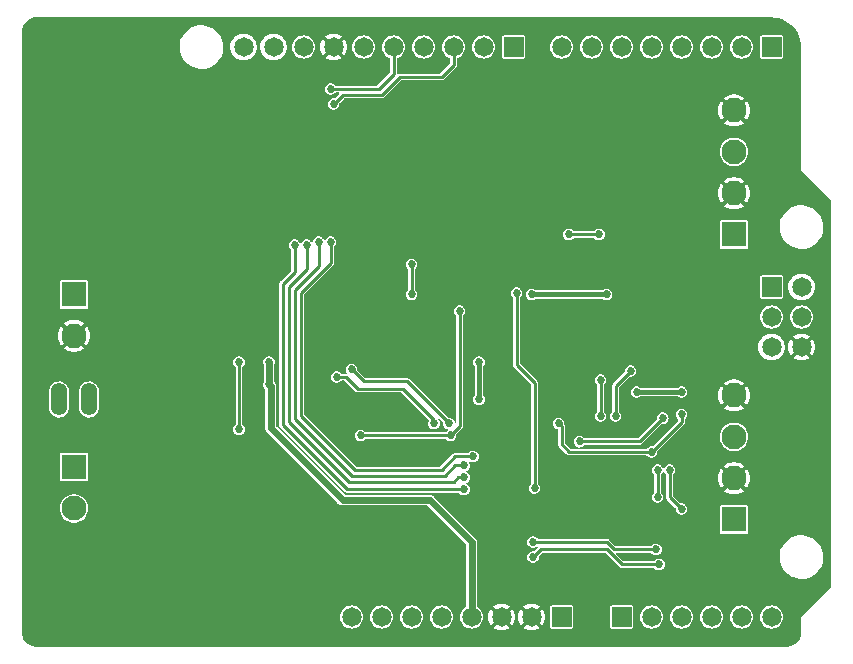
<source format=gbr>
%TF.GenerationSoftware,KiCad,Pcbnew,7.0.7*%
%TF.CreationDate,2023-10-02T21:51:04-04:00*%
%TF.ProjectId,sensor_interface_1.1.0,73656e73-6f72-45f6-996e-746572666163,rev?*%
%TF.SameCoordinates,Original*%
%TF.FileFunction,Copper,L2,Bot*%
%TF.FilePolarity,Positive*%
%FSLAX46Y46*%
G04 Gerber Fmt 4.6, Leading zero omitted, Abs format (unit mm)*
G04 Created by KiCad (PCBNEW 7.0.7) date 2023-10-02 21:51:04*
%MOMM*%
%LPD*%
G01*
G04 APERTURE LIST*
%TA.AperFunction,ComponentPad*%
%ADD10R,1.651000X1.651000*%
%TD*%
%TA.AperFunction,ComponentPad*%
%ADD11C,1.651000*%
%TD*%
%TA.AperFunction,ComponentPad*%
%ADD12R,2.100000X2.100000*%
%TD*%
%TA.AperFunction,ComponentPad*%
%ADD13C,2.100000*%
%TD*%
%TA.AperFunction,ComponentPad*%
%ADD14O,1.371600X2.743200*%
%TD*%
%TA.AperFunction,ViaPad*%
%ADD15C,0.904800*%
%TD*%
%TA.AperFunction,ViaPad*%
%ADD16C,0.685800*%
%TD*%
%TA.AperFunction,Conductor*%
%ADD17C,0.254000*%
%TD*%
%TA.AperFunction,Conductor*%
%ADD18C,0.609600*%
%TD*%
%TA.AperFunction,Conductor*%
%ADD19C,0.406400*%
%TD*%
G04 APERTURE END LIST*
D10*
%TO.P,JP1,9*%
%TO.N,IO8*%
X155936750Y-80803950D03*
D11*
%TO.P,JP1,10*%
%TO.N,CS_A*%
X153396750Y-80803950D03*
%TO.P,JP1,11*%
%TO.N,CS_B*%
X150856750Y-80803950D03*
%TO.P,JP1,12*%
%TO.N,MOSI_B*%
X148316750Y-80803950D03*
%TO.P,JP1,13*%
%TO.N,MISO_B*%
X145776750Y-80803950D03*
%TO.P,JP1,14*%
%TO.N,SCK_B*%
X143236750Y-80803950D03*
%TO.P,JP1,15*%
%TO.N,GND*%
X140696750Y-80803950D03*
%TO.P,JP1,16*%
%TO.N,REF*%
X138156750Y-80803950D03*
%TO.P,JP1,17*%
%TO.N,N/C*%
X135616750Y-80803950D03*
%TO.P,JP1,18*%
X133076750Y-80803950D03*
%TD*%
D10*
%TO.P,JP3,33*%
%TO.N,MISO_A*%
X177780750Y-101123950D03*
D11*
%TO.P,JP3,34*%
%TO.N,SCK_A*%
X177780750Y-103663950D03*
%TO.P,JP3,35*%
%TO.N,N/C*%
X177780750Y-106203950D03*
%TO.P,JP3,36*%
%TO.N,GND*%
X180320750Y-106203950D03*
%TO.P,JP3,37*%
%TO.N,MOSI_A*%
X180320750Y-103663950D03*
%TO.P,JP3,38*%
%TO.N,N/C*%
X180320750Y-101123950D03*
%TD*%
D10*
%TO.P,JP4,27*%
%TO.N,ADC0*%
X165080750Y-129063950D03*
D11*
%TO.P,JP4,28*%
%TO.N,ADC1*%
X167620750Y-129063950D03*
%TO.P,JP4,29*%
%TO.N,ADC2*%
X170160750Y-129063950D03*
%TO.P,JP4,30*%
%TO.N,ADC3*%
X172700750Y-129063950D03*
%TO.P,JP4,31*%
%TO.N,ADC4*%
X175240750Y-129063950D03*
%TO.P,JP4,32*%
%TO.N,ADC5*%
X177780750Y-129063950D03*
%TD*%
D12*
%TO.P,CON2,P$1*%
%TO.N,CANH*%
X118725750Y-116363950D03*
D13*
%TO.P,CON2,P$2*%
%TO.N,CANL*%
X118725750Y-119863950D03*
%TD*%
D12*
%TO.P,CON3,P$1*%
%TO.N,SIGNAL_INPUT_A*%
X174605750Y-120808950D03*
D13*
%TO.P,CON3,P$2*%
%TO.N,GND*%
X174605750Y-117308950D03*
%TO.P,CON3,P$3*%
%TO.N,SIGNAL_INPUT_B*%
X174605750Y-113808950D03*
%TO.P,CON3,P$4*%
%TO.N,GND*%
X174605750Y-110308950D03*
%TD*%
D11*
%TO.P,JP5,19*%
%TO.N,ADC6*%
X142220750Y-129063950D03*
%TO.P,JP5,20*%
%TO.N,ADC7*%
X144760750Y-129063950D03*
%TO.P,JP5,21*%
%TO.N,RST*%
X147300750Y-129063950D03*
%TO.P,JP5,22*%
%TO.N,+3V3*%
X149840750Y-129063950D03*
%TO.P,JP5,23*%
%TO.N,+5V*%
X152380750Y-129063950D03*
%TO.P,JP5,24*%
%TO.N,GND*%
X154920750Y-129063950D03*
%TO.P,JP5,25*%
X157460750Y-129063950D03*
D10*
%TO.P,JP5,26*%
%TO.N,VIN*%
X160000750Y-129063950D03*
%TD*%
%TO.P,JP2,1*%
%TO.N,IO0*%
X177780750Y-80803950D03*
D11*
%TO.P,JP2,2*%
%TO.N,IO1*%
X175240750Y-80803950D03*
%TO.P,JP2,3*%
%TO.N,IO2*%
X172700750Y-80803950D03*
%TO.P,JP2,4*%
%TO.N,IO3*%
X170160750Y-80803950D03*
%TO.P,JP2,5*%
%TO.N,IO4*%
X167620750Y-80803950D03*
%TO.P,JP2,6*%
%TO.N,IO5*%
X165080750Y-80803950D03*
%TO.P,JP2,7*%
%TO.N,SPOOF_EN*%
X162540750Y-80803950D03*
%TO.P,JP2,8*%
%TO.N,INT*%
X160000750Y-80803950D03*
%TD*%
D12*
%TO.P,CON4,P$1*%
%TO.N,SIGNAL_OUTPUT_A*%
X174605750Y-96678950D03*
D13*
%TO.P,CON4,P$2*%
%TO.N,GND*%
X174605750Y-93178950D03*
%TO.P,CON4,P$3*%
%TO.N,SIGNAL_OUTPUT_B*%
X174605750Y-89678950D03*
%TO.P,CON4,P$4*%
%TO.N,GND*%
X174605750Y-86178950D03*
%TD*%
D12*
%TO.P,CON1,P$1*%
%TO.N,V+*%
X118725750Y-101758950D03*
D13*
%TO.P,CON1,P$2*%
%TO.N,GND*%
X118725750Y-105258950D03*
%TD*%
D14*
%TO.P,JP6,1*%
%TO.N,CANH*%
X117455750Y-110648950D03*
%TO.P,JP6,2*%
%TO.N,N$2*%
X119995750Y-110648950D03*
%TD*%
D15*
%TO.N,GND*%
X142220750Y-90328950D03*
X152380750Y-94773950D03*
X152380750Y-92233950D03*
D16*
X142855750Y-99218950D03*
X159238750Y-118395950D03*
D15*
X152380750Y-96043950D03*
X142220750Y-95408950D03*
X152380750Y-93503950D03*
X142220750Y-92868950D03*
D16*
X166096750Y-122459950D03*
X144125750Y-103663950D03*
X155936750Y-95027950D03*
X133965750Y-110648950D03*
D15*
X142220750Y-89058950D03*
D16*
X121900750Y-111918950D03*
X160762750Y-94265950D03*
X160635750Y-124618950D03*
D15*
X142220750Y-94138950D03*
X152380750Y-89693950D03*
X142220750Y-86518950D03*
D16*
X161905750Y-124618950D03*
X144760750Y-122078950D03*
D15*
X152380750Y-88423950D03*
X142220750Y-96678950D03*
X152380750Y-85883950D03*
D16*
X121900750Y-123348950D03*
X141712750Y-100488950D03*
X163302750Y-124237950D03*
D15*
X142220750Y-87788950D03*
D16*
X160762750Y-89693950D03*
X161016750Y-111791950D03*
X146665750Y-107473950D03*
D15*
X142220750Y-91598950D03*
X152380750Y-87153950D03*
X152380750Y-90963950D03*
D16*
X140188750Y-120173950D03*
%TO.N,RX_CAN*%
X132695750Y-107473950D03*
X132695750Y-113188950D03*
%TO.N,MISO_B*%
X151745750Y-116236950D03*
X140442750Y-84359950D03*
X139426750Y-97313950D03*
%TO.N,MOSI_A*%
X168255750Y-124618950D03*
X149205750Y-112680950D03*
X140950750Y-108743950D03*
X157587750Y-123983950D03*
%TO.N,MOSI_B*%
X151745750Y-117252950D03*
X138410750Y-97567950D03*
%TO.N,SCK_A*%
X142220750Y-108108950D03*
X157587750Y-122713950D03*
X168001750Y-123348950D03*
X150475750Y-112680950D03*
%TO.N,SCK_B*%
X151745750Y-118268950D03*
X137394750Y-97567950D03*
%TO.N,CS_B*%
X140696750Y-85629950D03*
X152507750Y-115474950D03*
X140442750Y-97313950D03*
%TO.N,CS_A*%
X147300750Y-99218950D03*
X147300750Y-101758950D03*
%TO.N,+5V*%
X153015750Y-107473950D03*
X135235750Y-109378950D03*
X135235750Y-107473950D03*
X153015750Y-110648950D03*
X159746750Y-112680950D03*
X170160750Y-111918950D03*
X167620750Y-115093950D03*
%TO.N,N$3*%
X163175750Y-96678950D03*
X160635750Y-96678950D03*
%TO.N,SPOOF_SIGNAL_B*%
X170160750Y-119919950D03*
X163810750Y-101758950D03*
X157460750Y-101758950D03*
X169144750Y-116617950D03*
X164572750Y-112045950D03*
X165842750Y-108235950D03*
%TO.N,SPOOF_SIGNAL_A*%
X163302750Y-112045950D03*
X163302750Y-108997950D03*
X168128750Y-116617950D03*
X168128750Y-118903950D03*
%TO.N,SIGNAL_OUTPUT_A*%
X170160750Y-110013950D03*
X166350750Y-110013950D03*
%TO.N,SIGNAL_INPUT_B*%
X168573250Y-112236450D03*
X161524750Y-114204950D03*
%TO.N,+3V3*%
X157714750Y-118141950D03*
X156190750Y-101631950D03*
%TO.N,INT*%
X151364750Y-103155950D03*
X142982750Y-113696950D03*
X150602750Y-113696950D03*
%TD*%
D17*
%TO.N,RX_CAN*%
X132695750Y-113188950D02*
X132695750Y-107473950D01*
%TO.N,MISO_B*%
X139426750Y-99345950D02*
X139426750Y-97313950D01*
X144506750Y-84359950D02*
X145776750Y-83089950D01*
X150094750Y-117125950D02*
X150983750Y-116236950D01*
X142220750Y-117125950D02*
X150094750Y-117125950D01*
X142220750Y-117125950D02*
X137394750Y-112299950D01*
X137394750Y-112299950D02*
X137394750Y-101377950D01*
X145776750Y-83089950D02*
X145776750Y-80803950D01*
X151745750Y-116236950D02*
X150983750Y-116236950D01*
X137394750Y-101377950D02*
X139426750Y-99345950D01*
X140442750Y-84359950D02*
X144506750Y-84359950D01*
%TO.N,MOSI_A*%
X141712750Y-108743950D02*
X142728750Y-109759950D01*
X163810750Y-123348950D02*
X158222750Y-123348950D01*
X165080750Y-124618950D02*
X163810750Y-123348950D01*
X158222750Y-123348950D02*
X157587750Y-123983950D01*
X142728750Y-109759950D02*
X146538750Y-109759950D01*
X168255750Y-124618950D02*
X165080750Y-124618950D01*
X146538750Y-109759950D02*
X149205750Y-112426950D01*
X149205750Y-112680950D02*
X149205750Y-112426950D01*
X141712750Y-108743950D02*
X140950750Y-108743950D01*
%TO.N,MOSI_B*%
X138410750Y-99599950D02*
X138410750Y-97567950D01*
X136886750Y-101123950D02*
X138410750Y-99599950D01*
X150856750Y-117633950D02*
X151237750Y-117252950D01*
X151745750Y-117252950D02*
X151237750Y-117252950D01*
X136886750Y-112553950D02*
X136886750Y-101123950D01*
X141966750Y-117633950D02*
X150856750Y-117633950D01*
X141966750Y-117633950D02*
X136886750Y-112553950D01*
%TO.N,SCK_A*%
X163810750Y-122713950D02*
X157587750Y-122713950D01*
X146919750Y-109124950D02*
X143236750Y-109124950D01*
X146919750Y-109124950D02*
X150475750Y-112680950D01*
X143236750Y-109124950D02*
X142220750Y-108108950D01*
X164445750Y-123348950D02*
X163810750Y-122713950D01*
X168001750Y-123348950D02*
X164445750Y-123348950D01*
%TO.N,SCK_B*%
X136378750Y-112807950D02*
X136378750Y-100869950D01*
X141839750Y-118268950D02*
X136378750Y-112807950D01*
X151745750Y-118268950D02*
X141839750Y-118268950D01*
X136378750Y-100869950D02*
X137394750Y-99853950D01*
X137394750Y-99853950D02*
X137394750Y-97567950D01*
%TO.N,CS_B*%
X149840750Y-116617950D02*
X142474750Y-116617950D01*
X149840750Y-83343950D02*
X150856750Y-82327950D01*
X152507750Y-115474950D02*
X150983750Y-115474950D01*
X140696750Y-85629950D02*
X141458750Y-84867950D01*
X141458750Y-84867950D02*
X144760750Y-84867950D01*
X140442750Y-99091950D02*
X140442750Y-97313950D01*
X144760750Y-84867950D02*
X146284750Y-83343950D01*
X137902750Y-112045950D02*
X137902750Y-101631950D01*
X142474750Y-116617950D02*
X137902750Y-112045950D01*
X146284750Y-83343950D02*
X149840750Y-83343950D01*
X150983750Y-115474950D02*
X149840750Y-116617950D01*
X150856750Y-82327950D02*
X150856750Y-80803950D01*
X137902750Y-101631950D02*
X140442750Y-99091950D01*
%TO.N,CS_A*%
X147300750Y-101758950D02*
X147300750Y-99218950D01*
D18*
%TO.N,+5V*%
X135362750Y-109505950D02*
X135235750Y-109378950D01*
X152380750Y-129063950D02*
X152380750Y-122713950D01*
X141458750Y-119157950D02*
X135362750Y-113061950D01*
X135362750Y-113061950D02*
X135362750Y-109505950D01*
D17*
X167620750Y-115093950D02*
X160635750Y-115093950D01*
X170160750Y-112553950D02*
X167620750Y-115093950D01*
X160635750Y-115093950D02*
X160000750Y-114458950D01*
X160000750Y-112934950D02*
X159746750Y-112680950D01*
D19*
X153015750Y-107473950D02*
X153015750Y-110648950D01*
D18*
X152380750Y-122713950D02*
X148824750Y-119157950D01*
X148824750Y-119157950D02*
X141458750Y-119157950D01*
D17*
X170160750Y-111918950D02*
X170160750Y-112553950D01*
X160000750Y-114458950D02*
X160000750Y-112934950D01*
D18*
X135235750Y-109378950D02*
X135235750Y-107473950D01*
D17*
%TO.N,N$3*%
X163175750Y-96678950D02*
X160635750Y-96678950D01*
%TO.N,SPOOF_SIGNAL_B*%
X164572750Y-109505950D02*
X165842750Y-108235950D01*
X169144750Y-118903950D02*
X169144750Y-116617950D01*
X170160750Y-119919950D02*
X169144750Y-118903950D01*
X164572750Y-112045950D02*
X164572750Y-109505950D01*
D19*
X157460750Y-101758950D02*
X163810750Y-101758950D01*
D17*
%TO.N,SPOOF_SIGNAL_A*%
X163302750Y-112045950D02*
X163302750Y-108997950D01*
X168128750Y-118903950D02*
X168128750Y-116617950D01*
D19*
%TO.N,SIGNAL_OUTPUT_A*%
X170160750Y-110013950D02*
X166350750Y-110013950D01*
D17*
%TO.N,SIGNAL_INPUT_B*%
X166604750Y-114204950D02*
X168573250Y-112236450D01*
X161524750Y-114204950D02*
X166604750Y-114204950D01*
%TO.N,+3V3*%
X156190750Y-101631950D02*
X156190750Y-107727950D01*
X157714750Y-118141950D02*
X157714750Y-109251950D01*
X157714750Y-109251950D02*
X156190750Y-107727950D01*
%TO.N,INT*%
X151364750Y-103155950D02*
X151364750Y-112934950D01*
X151364750Y-112934950D02*
X150602750Y-113696950D01*
X142982750Y-113696950D02*
X150602750Y-113696950D01*
%TD*%
%TA.AperFunction,Conductor*%
%TO.N,GND*%
G36*
X177781690Y-78289507D02*
G01*
X177804520Y-78290888D01*
X178081961Y-78307675D01*
X178085680Y-78308126D01*
X178380646Y-78362185D01*
X178384305Y-78363087D01*
X178560855Y-78418104D01*
X178670590Y-78452301D01*
X178674121Y-78453640D01*
X178947564Y-78576710D01*
X178950902Y-78578461D01*
X179075759Y-78653941D01*
X179207516Y-78733592D01*
X179210625Y-78735738D01*
X179446670Y-78920669D01*
X179449488Y-78923165D01*
X179661533Y-79135210D01*
X179664030Y-79138029D01*
X179848961Y-79374074D01*
X179851107Y-79377183D01*
X180006234Y-79633790D01*
X180007989Y-79637135D01*
X180131059Y-79910578D01*
X180132398Y-79914109D01*
X180221611Y-80200391D01*
X180222515Y-80204059D01*
X180276570Y-80499001D01*
X180277025Y-80502750D01*
X180295193Y-80803007D01*
X180295250Y-80804895D01*
X180295250Y-91200447D01*
X180293149Y-91211012D01*
X180293149Y-91217949D01*
X180293149Y-91217950D01*
X180295250Y-91223022D01*
X180301233Y-91237466D01*
X180301233Y-91237467D01*
X180306144Y-91242379D01*
X180315096Y-91248359D01*
X182816944Y-93750206D01*
X182835250Y-93794400D01*
X182835250Y-126487498D01*
X182816944Y-126531692D01*
X180315092Y-129033543D01*
X180306140Y-129039525D01*
X180301232Y-129044433D01*
X180296783Y-129055172D01*
X180296778Y-129055188D01*
X180293149Y-129063950D01*
X180293149Y-129070894D01*
X180295250Y-129081454D01*
X180295250Y-130325671D01*
X180295249Y-130332725D01*
X180295153Y-130335171D01*
X180280320Y-130523737D01*
X180278785Y-130533425D01*
X180235499Y-130713743D01*
X180232469Y-130723070D01*
X180161504Y-130894405D01*
X180157051Y-130903145D01*
X180060157Y-131061265D01*
X180054393Y-131069199D01*
X179933954Y-131210218D01*
X179927018Y-131217154D01*
X179785999Y-131337593D01*
X179778065Y-131343357D01*
X179619945Y-131440251D01*
X179611205Y-131444704D01*
X179439870Y-131515669D01*
X179430543Y-131518699D01*
X179250225Y-131561985D01*
X179240538Y-131563519D01*
X179051970Y-131578354D01*
X179049518Y-131578450D01*
X115551982Y-131578450D01*
X115549530Y-131578354D01*
X115360961Y-131563520D01*
X115351274Y-131561985D01*
X115170956Y-131518699D01*
X115161629Y-131515669D01*
X114990294Y-131444704D01*
X114981554Y-131440251D01*
X114823434Y-131343357D01*
X114815500Y-131337593D01*
X114752367Y-131283674D01*
X114674475Y-131217148D01*
X114667551Y-131210224D01*
X114547106Y-131069199D01*
X114541342Y-131061265D01*
X114444448Y-130903145D01*
X114439995Y-130894405D01*
X114369030Y-130723070D01*
X114366000Y-130713743D01*
X114336116Y-130589254D01*
X114322712Y-130533417D01*
X114321180Y-130523744D01*
X114306346Y-130335168D01*
X114306250Y-130332717D01*
X114306250Y-129063950D01*
X141237616Y-129063950D01*
X141256506Y-129255748D01*
X141281609Y-129338502D01*
X141312225Y-129439428D01*
X141312455Y-129440184D01*
X141403300Y-129610144D01*
X141403304Y-129610150D01*
X141525569Y-129759131D01*
X141674550Y-129881396D01*
X141674552Y-129881397D01*
X141674555Y-129881399D01*
X141838764Y-129969170D01*
X141844521Y-129972247D01*
X142028950Y-130028193D01*
X142082609Y-130033478D01*
X142220749Y-130047084D01*
X142220749Y-130047083D01*
X142220750Y-130047084D01*
X142412550Y-130028193D01*
X142596979Y-129972247D01*
X142766950Y-129881396D01*
X142915931Y-129759131D01*
X143038196Y-129610150D01*
X143129047Y-129440179D01*
X143184993Y-129255750D01*
X143203884Y-129063950D01*
X143777616Y-129063950D01*
X143796506Y-129255748D01*
X143821609Y-129338502D01*
X143852225Y-129439428D01*
X143852455Y-129440184D01*
X143943300Y-129610144D01*
X143943304Y-129610150D01*
X144065569Y-129759131D01*
X144214550Y-129881396D01*
X144214552Y-129881397D01*
X144214555Y-129881399D01*
X144378764Y-129969170D01*
X144384521Y-129972247D01*
X144568950Y-130028193D01*
X144622609Y-130033478D01*
X144760749Y-130047084D01*
X144760749Y-130047083D01*
X144760750Y-130047084D01*
X144952550Y-130028193D01*
X145136979Y-129972247D01*
X145306950Y-129881396D01*
X145455931Y-129759131D01*
X145578196Y-129610150D01*
X145669047Y-129440179D01*
X145724993Y-129255750D01*
X145743884Y-129063950D01*
X146317616Y-129063950D01*
X146336506Y-129255748D01*
X146361609Y-129338502D01*
X146392225Y-129439428D01*
X146392455Y-129440184D01*
X146483300Y-129610144D01*
X146483304Y-129610150D01*
X146605569Y-129759131D01*
X146754550Y-129881396D01*
X146754552Y-129881397D01*
X146754555Y-129881399D01*
X146918764Y-129969170D01*
X146924521Y-129972247D01*
X147108950Y-130028193D01*
X147300750Y-130047084D01*
X147492550Y-130028193D01*
X147676979Y-129972247D01*
X147846950Y-129881396D01*
X147995931Y-129759131D01*
X148118196Y-129610150D01*
X148209047Y-129440179D01*
X148264993Y-129255750D01*
X148283884Y-129063950D01*
X148857616Y-129063950D01*
X148876506Y-129255748D01*
X148901609Y-129338502D01*
X148932225Y-129439428D01*
X148932455Y-129440184D01*
X149023300Y-129610144D01*
X149023304Y-129610150D01*
X149145569Y-129759131D01*
X149294550Y-129881396D01*
X149294552Y-129881397D01*
X149294555Y-129881399D01*
X149458764Y-129969170D01*
X149464521Y-129972247D01*
X149648950Y-130028193D01*
X149840750Y-130047084D01*
X150032550Y-130028193D01*
X150216979Y-129972247D01*
X150386950Y-129881396D01*
X150535931Y-129759131D01*
X150658196Y-129610150D01*
X150749047Y-129440179D01*
X150804993Y-129255750D01*
X150823884Y-129063950D01*
X150823019Y-129055172D01*
X150804993Y-128872151D01*
X150799949Y-128855523D01*
X150749047Y-128687721D01*
X150725826Y-128644277D01*
X150658199Y-128517755D01*
X150658195Y-128517749D01*
X150616380Y-128466797D01*
X150535931Y-128368769D01*
X150386950Y-128246504D01*
X150386944Y-128246500D01*
X150216984Y-128155655D01*
X150216981Y-128155654D01*
X150216979Y-128155653D01*
X150115302Y-128124809D01*
X150032548Y-128099706D01*
X149840750Y-128080816D01*
X149648951Y-128099706D01*
X149502370Y-128144171D01*
X149464521Y-128155653D01*
X149464520Y-128155653D01*
X149464515Y-128155655D01*
X149294555Y-128246500D01*
X149294549Y-128246504D01*
X149145569Y-128368769D01*
X149023304Y-128517749D01*
X149023300Y-128517755D01*
X148932455Y-128687715D01*
X148932453Y-128687720D01*
X148932453Y-128687721D01*
X148930992Y-128692538D01*
X148876506Y-128872151D01*
X148857616Y-129063949D01*
X148857616Y-129063950D01*
X148283884Y-129063950D01*
X148283019Y-129055172D01*
X148264993Y-128872151D01*
X148259949Y-128855523D01*
X148209047Y-128687721D01*
X148185826Y-128644277D01*
X148118199Y-128517755D01*
X148118195Y-128517749D01*
X148076380Y-128466797D01*
X147995931Y-128368769D01*
X147846950Y-128246504D01*
X147846944Y-128246500D01*
X147676984Y-128155655D01*
X147676981Y-128155654D01*
X147676979Y-128155653D01*
X147575302Y-128124809D01*
X147492548Y-128099706D01*
X147300750Y-128080816D01*
X147108951Y-128099706D01*
X146962370Y-128144171D01*
X146924521Y-128155653D01*
X146924520Y-128155653D01*
X146924515Y-128155655D01*
X146754555Y-128246500D01*
X146754549Y-128246504D01*
X146605569Y-128368769D01*
X146483304Y-128517749D01*
X146483300Y-128517755D01*
X146392455Y-128687715D01*
X146392453Y-128687720D01*
X146392453Y-128687721D01*
X146390992Y-128692538D01*
X146336506Y-128872151D01*
X146317616Y-129063949D01*
X146317616Y-129063950D01*
X145743884Y-129063950D01*
X145743019Y-129055172D01*
X145724993Y-128872151D01*
X145719949Y-128855523D01*
X145669047Y-128687721D01*
X145645826Y-128644277D01*
X145578199Y-128517755D01*
X145578195Y-128517749D01*
X145536380Y-128466797D01*
X145455931Y-128368769D01*
X145306950Y-128246504D01*
X145306944Y-128246500D01*
X145136984Y-128155655D01*
X145136981Y-128155654D01*
X145136979Y-128155653D01*
X145035302Y-128124809D01*
X144952548Y-128099706D01*
X144760750Y-128080816D01*
X144568951Y-128099706D01*
X144422370Y-128144171D01*
X144384521Y-128155653D01*
X144384520Y-128155653D01*
X144384515Y-128155655D01*
X144214555Y-128246500D01*
X144214549Y-128246504D01*
X144065569Y-128368769D01*
X143943304Y-128517749D01*
X143943300Y-128517755D01*
X143852455Y-128687715D01*
X143852453Y-128687720D01*
X143852453Y-128687721D01*
X143850992Y-128692538D01*
X143796506Y-128872151D01*
X143777616Y-129063949D01*
X143777616Y-129063950D01*
X143203884Y-129063950D01*
X143203019Y-129055172D01*
X143184993Y-128872151D01*
X143179949Y-128855523D01*
X143129047Y-128687721D01*
X143105826Y-128644277D01*
X143038199Y-128517755D01*
X143038195Y-128517749D01*
X142996380Y-128466797D01*
X142915931Y-128368769D01*
X142766950Y-128246504D01*
X142766944Y-128246500D01*
X142596984Y-128155655D01*
X142596981Y-128155654D01*
X142596979Y-128155653D01*
X142495302Y-128124809D01*
X142412548Y-128099706D01*
X142220750Y-128080816D01*
X142028951Y-128099706D01*
X141882370Y-128144171D01*
X141844521Y-128155653D01*
X141844520Y-128155653D01*
X141844515Y-128155655D01*
X141674555Y-128246500D01*
X141674549Y-128246504D01*
X141525569Y-128368769D01*
X141403304Y-128517749D01*
X141403300Y-128517755D01*
X141312455Y-128687715D01*
X141312453Y-128687720D01*
X141312453Y-128687721D01*
X141310992Y-128692538D01*
X141256506Y-128872151D01*
X141237616Y-129063949D01*
X141237616Y-129063950D01*
X114306250Y-129063950D01*
X114306250Y-119863953D01*
X117517697Y-119863953D01*
X117538264Y-120085921D01*
X117538266Y-120085932D01*
X117598748Y-120298501D01*
X117599274Y-120300349D01*
X117698643Y-120499908D01*
X117698644Y-120499909D01*
X117698646Y-120499913D01*
X117832979Y-120677800D01*
X117832984Y-120677805D01*
X117832988Y-120677810D01*
X117997734Y-120827996D01*
X117997733Y-120827996D01*
X118187270Y-120945353D01*
X118187271Y-120945354D01*
X118187274Y-120945355D01*
X118395151Y-121025886D01*
X118614285Y-121066850D01*
X118614288Y-121066850D01*
X118837212Y-121066850D01*
X118837215Y-121066850D01*
X119056349Y-121025886D01*
X119264226Y-120945355D01*
X119453765Y-120827997D01*
X119618512Y-120677810D01*
X119752857Y-120499908D01*
X119852226Y-120300349D01*
X119913234Y-120085929D01*
X119913235Y-120085921D01*
X119933803Y-119863953D01*
X119933803Y-119863946D01*
X119913235Y-119641978D01*
X119913233Y-119641967D01*
X119894174Y-119574982D01*
X119852226Y-119427551D01*
X119752857Y-119227992D01*
X119752854Y-119227988D01*
X119752853Y-119227986D01*
X119618520Y-119050099D01*
X119618515Y-119050094D01*
X119618512Y-119050090D01*
X119453765Y-118899903D01*
X119453766Y-118899903D01*
X119264229Y-118782546D01*
X119264228Y-118782545D01*
X119059281Y-118703150D01*
X119056349Y-118702014D01*
X119056348Y-118702013D01*
X119056346Y-118702013D01*
X118837217Y-118661050D01*
X118837215Y-118661050D01*
X118614285Y-118661050D01*
X118614282Y-118661050D01*
X118395153Y-118702013D01*
X118187271Y-118782545D01*
X118187270Y-118782546D01*
X117997733Y-118899903D01*
X117832986Y-119050092D01*
X117832979Y-119050099D01*
X117698646Y-119227986D01*
X117698643Y-119227992D01*
X117599274Y-119427550D01*
X117538266Y-119641967D01*
X117538264Y-119641978D01*
X117517697Y-119863946D01*
X117517697Y-119863953D01*
X114306250Y-119863953D01*
X114306250Y-117429004D01*
X117522850Y-117429004D01*
X117522851Y-117429008D01*
X117531721Y-117473606D01*
X117531722Y-117473608D01*
X117565516Y-117524184D01*
X117616092Y-117557978D01*
X117660693Y-117566850D01*
X119790806Y-117566849D01*
X119835408Y-117557978D01*
X119885984Y-117524184D01*
X119919778Y-117473608D01*
X119928650Y-117429007D01*
X119928649Y-115298894D01*
X119919778Y-115254292D01*
X119885984Y-115203716D01*
X119852189Y-115181134D01*
X119835407Y-115169921D01*
X119799678Y-115162814D01*
X119790807Y-115161050D01*
X119790806Y-115161050D01*
X117660695Y-115161050D01*
X117660691Y-115161051D01*
X117616093Y-115169921D01*
X117616092Y-115169922D01*
X117565516Y-115203716D01*
X117531721Y-115254292D01*
X117522850Y-115298893D01*
X117522850Y-117429004D01*
X114306250Y-117429004D01*
X114306250Y-113188949D01*
X132194852Y-113188949D01*
X132215141Y-113330067D01*
X132215142Y-113330070D01*
X132274367Y-113459754D01*
X132274370Y-113459759D01*
X132357616Y-113555829D01*
X132367732Y-113567503D01*
X132487669Y-113644583D01*
X132624462Y-113684749D01*
X132624464Y-113684750D01*
X132624465Y-113684750D01*
X132767036Y-113684750D01*
X132767036Y-113684749D01*
X132903831Y-113644583D01*
X133023768Y-113567503D01*
X133117132Y-113459756D01*
X133176358Y-113330069D01*
X133196648Y-113188950D01*
X133176358Y-113047831D01*
X133117132Y-112918144D01*
X133109223Y-112909017D01*
X133023769Y-112810398D01*
X133023768Y-112810397D01*
X133010906Y-112802131D01*
X133004356Y-112797921D01*
X132977077Y-112758626D01*
X132975649Y-112745344D01*
X132975649Y-109378949D01*
X134734852Y-109378949D01*
X134755141Y-109520067D01*
X134755142Y-109520070D01*
X134807810Y-109635397D01*
X134814368Y-109649756D01*
X134852503Y-109693766D01*
X134889784Y-109736789D01*
X134905050Y-109777718D01*
X134905050Y-113034485D01*
X134904853Y-113037986D01*
X134903503Y-113049966D01*
X134900203Y-113079257D01*
X134906877Y-113114530D01*
X134911438Y-113138636D01*
X134920443Y-113198383D01*
X134920662Y-113198836D01*
X134925760Y-113214326D01*
X134925855Y-113214826D01*
X134925855Y-113214827D01*
X134925856Y-113214828D01*
X134925856Y-113214830D01*
X134954089Y-113268249D01*
X134980307Y-113322690D01*
X134980310Y-113322696D01*
X134980653Y-113323065D01*
X134990086Y-113336360D01*
X134990322Y-113336806D01*
X134990328Y-113336815D01*
X135033057Y-113379544D01*
X135074152Y-113423833D01*
X135074155Y-113423836D01*
X135074589Y-113424086D01*
X135087532Y-113434018D01*
X141115680Y-119462165D01*
X141118016Y-119464778D01*
X141143918Y-119497258D01*
X141143921Y-119497260D01*
X141193855Y-119531304D01*
X141242462Y-119567178D01*
X141242463Y-119567179D01*
X141242464Y-119567179D01*
X141242465Y-119567180D01*
X141242934Y-119567344D01*
X141257506Y-119574700D01*
X141257919Y-119574982D01*
X141315649Y-119592788D01*
X141315650Y-119592789D01*
X141372697Y-119612751D01*
X141373194Y-119612769D01*
X141389287Y-119615503D01*
X141389763Y-119615650D01*
X141389765Y-119615650D01*
X141450175Y-119615650D01*
X141510575Y-119617910D01*
X141510579Y-119617909D01*
X141510581Y-119617909D01*
X141511059Y-119617781D01*
X141527239Y-119615650D01*
X148609276Y-119615650D01*
X148653470Y-119633956D01*
X151904744Y-122885230D01*
X151923050Y-122929424D01*
X151923050Y-128161737D01*
X151904744Y-128205931D01*
X151890013Y-128216856D01*
X151834559Y-128246497D01*
X151834549Y-128246504D01*
X151685569Y-128368769D01*
X151563304Y-128517749D01*
X151563300Y-128517755D01*
X151472455Y-128687715D01*
X151472453Y-128687720D01*
X151472453Y-128687721D01*
X151470992Y-128692538D01*
X151416506Y-128872151D01*
X151397616Y-129063949D01*
X151397616Y-129063950D01*
X151416506Y-129255748D01*
X151441609Y-129338502D01*
X151472225Y-129439428D01*
X151472455Y-129440184D01*
X151563300Y-129610144D01*
X151563304Y-129610150D01*
X151685569Y-129759131D01*
X151834550Y-129881396D01*
X151834552Y-129881397D01*
X151834555Y-129881399D01*
X151998764Y-129969170D01*
X152004521Y-129972247D01*
X152188950Y-130028193D01*
X152242609Y-130033478D01*
X152380749Y-130047084D01*
X152380749Y-130047083D01*
X152380750Y-130047084D01*
X152572550Y-130028193D01*
X152756979Y-129972247D01*
X152926950Y-129881396D01*
X153075931Y-129759131D01*
X153198196Y-129610150D01*
X153289047Y-129440179D01*
X153344993Y-129255750D01*
X153363884Y-129063954D01*
X153786411Y-129063954D01*
X153805723Y-129272376D01*
X153805725Y-129272388D01*
X153863010Y-129473721D01*
X153956316Y-129661102D01*
X154021852Y-129747885D01*
X154459627Y-129310110D01*
X154503821Y-129291804D01*
X154548015Y-129310110D01*
X154552685Y-129315335D01*
X154559283Y-129323608D01*
X154614998Y-129393472D01*
X154614999Y-129393473D01*
X154615001Y-129393475D01*
X154666352Y-129428485D01*
X154692555Y-129468505D01*
X154682785Y-129515332D01*
X154675339Y-129524319D01*
X154233668Y-129965991D01*
X154237153Y-129969168D01*
X154237158Y-129969172D01*
X154415133Y-130079369D01*
X154610326Y-130154986D01*
X154816081Y-130193449D01*
X154816089Y-130193450D01*
X155025411Y-130193450D01*
X155025418Y-130193449D01*
X155231173Y-130154986D01*
X155426366Y-130079369D01*
X155604343Y-129969170D01*
X155607830Y-129965991D01*
X155169655Y-129527816D01*
X155151349Y-129483622D01*
X155169655Y-129439428D01*
X155171339Y-129437806D01*
X155173971Y-129435362D01*
X155173974Y-129435362D01*
X155272200Y-129344222D01*
X155284102Y-129323606D01*
X155322049Y-129294486D01*
X155369476Y-129300728D01*
X155382422Y-129310662D01*
X155819646Y-129747886D01*
X155819646Y-129747885D01*
X155885185Y-129661100D01*
X155978489Y-129473721D01*
X156035774Y-129272388D01*
X156035776Y-129272376D01*
X156055089Y-129063954D01*
X156326411Y-129063954D01*
X156345723Y-129272376D01*
X156345725Y-129272388D01*
X156403010Y-129473721D01*
X156496316Y-129661102D01*
X156561852Y-129747885D01*
X156999627Y-129310110D01*
X157043821Y-129291804D01*
X157088015Y-129310110D01*
X157092685Y-129315335D01*
X157099283Y-129323608D01*
X157154998Y-129393472D01*
X157154999Y-129393473D01*
X157155001Y-129393475D01*
X157206352Y-129428485D01*
X157232555Y-129468505D01*
X157222785Y-129515332D01*
X157215339Y-129524319D01*
X156773668Y-129965991D01*
X156777153Y-129969168D01*
X156777158Y-129969172D01*
X156955133Y-130079369D01*
X157150326Y-130154986D01*
X157356081Y-130193449D01*
X157356089Y-130193450D01*
X157565411Y-130193450D01*
X157565418Y-130193449D01*
X157771173Y-130154986D01*
X157966366Y-130079369D01*
X158144343Y-129969170D01*
X158147830Y-129965991D01*
X158086343Y-129904504D01*
X159022350Y-129904504D01*
X159022351Y-129904508D01*
X159031221Y-129949106D01*
X159031222Y-129949108D01*
X159065016Y-129999684D01*
X159115592Y-130033478D01*
X159160193Y-130042350D01*
X160841306Y-130042349D01*
X160885908Y-130033478D01*
X160936484Y-129999684D01*
X160970278Y-129949108D01*
X160979150Y-129904507D01*
X160979150Y-129904504D01*
X164102350Y-129904504D01*
X164102351Y-129904508D01*
X164111221Y-129949106D01*
X164111222Y-129949108D01*
X164145016Y-129999684D01*
X164195592Y-130033478D01*
X164240193Y-130042350D01*
X165921306Y-130042349D01*
X165965908Y-130033478D01*
X166016484Y-129999684D01*
X166050278Y-129949108D01*
X166059150Y-129904507D01*
X166059149Y-129063950D01*
X166637616Y-129063950D01*
X166656506Y-129255748D01*
X166681609Y-129338502D01*
X166712225Y-129439428D01*
X166712455Y-129440184D01*
X166803300Y-129610144D01*
X166803304Y-129610150D01*
X166925569Y-129759131D01*
X167074550Y-129881396D01*
X167074552Y-129881397D01*
X167074555Y-129881399D01*
X167238764Y-129969170D01*
X167244521Y-129972247D01*
X167428950Y-130028193D01*
X167620750Y-130047084D01*
X167812550Y-130028193D01*
X167996979Y-129972247D01*
X168166950Y-129881396D01*
X168315931Y-129759131D01*
X168438196Y-129610150D01*
X168529047Y-129440179D01*
X168584993Y-129255750D01*
X168603884Y-129063950D01*
X169177616Y-129063950D01*
X169196506Y-129255748D01*
X169221609Y-129338502D01*
X169252225Y-129439428D01*
X169252455Y-129440184D01*
X169343300Y-129610144D01*
X169343304Y-129610150D01*
X169465569Y-129759131D01*
X169614550Y-129881396D01*
X169614552Y-129881397D01*
X169614555Y-129881399D01*
X169778764Y-129969170D01*
X169784521Y-129972247D01*
X169968950Y-130028193D01*
X170160750Y-130047084D01*
X170352550Y-130028193D01*
X170536979Y-129972247D01*
X170706950Y-129881396D01*
X170855931Y-129759131D01*
X170978196Y-129610150D01*
X171069047Y-129440179D01*
X171124993Y-129255750D01*
X171143884Y-129063950D01*
X171717616Y-129063950D01*
X171736506Y-129255748D01*
X171761609Y-129338502D01*
X171792225Y-129439428D01*
X171792455Y-129440184D01*
X171883300Y-129610144D01*
X171883304Y-129610150D01*
X172005569Y-129759131D01*
X172154550Y-129881396D01*
X172154552Y-129881397D01*
X172154555Y-129881399D01*
X172318764Y-129969170D01*
X172324521Y-129972247D01*
X172508950Y-130028193D01*
X172562609Y-130033478D01*
X172700749Y-130047084D01*
X172700749Y-130047083D01*
X172700750Y-130047084D01*
X172892550Y-130028193D01*
X173076979Y-129972247D01*
X173246950Y-129881396D01*
X173395931Y-129759131D01*
X173518196Y-129610150D01*
X173609047Y-129440179D01*
X173664993Y-129255750D01*
X173683884Y-129063950D01*
X174257616Y-129063950D01*
X174276506Y-129255748D01*
X174301609Y-129338502D01*
X174332225Y-129439428D01*
X174332455Y-129440184D01*
X174423300Y-129610144D01*
X174423304Y-129610150D01*
X174545569Y-129759131D01*
X174694550Y-129881396D01*
X174694552Y-129881397D01*
X174694555Y-129881399D01*
X174858764Y-129969170D01*
X174864521Y-129972247D01*
X175048950Y-130028193D01*
X175102609Y-130033478D01*
X175240749Y-130047084D01*
X175240749Y-130047083D01*
X175240750Y-130047084D01*
X175432550Y-130028193D01*
X175616979Y-129972247D01*
X175786950Y-129881396D01*
X175935931Y-129759131D01*
X176058196Y-129610150D01*
X176149047Y-129440179D01*
X176204993Y-129255750D01*
X176223884Y-129063950D01*
X176797616Y-129063950D01*
X176816506Y-129255748D01*
X176841609Y-129338502D01*
X176872225Y-129439428D01*
X176872455Y-129440184D01*
X176963300Y-129610144D01*
X176963304Y-129610150D01*
X177085569Y-129759131D01*
X177234550Y-129881396D01*
X177234552Y-129881397D01*
X177234555Y-129881399D01*
X177398764Y-129969170D01*
X177404521Y-129972247D01*
X177588950Y-130028193D01*
X177780750Y-130047084D01*
X177972550Y-130028193D01*
X178156979Y-129972247D01*
X178326950Y-129881396D01*
X178475931Y-129759131D01*
X178598196Y-129610150D01*
X178689047Y-129440179D01*
X178744993Y-129255750D01*
X178763884Y-129063950D01*
X178763019Y-129055172D01*
X178744993Y-128872151D01*
X178739949Y-128855523D01*
X178689047Y-128687721D01*
X178665826Y-128644277D01*
X178598199Y-128517755D01*
X178598195Y-128517749D01*
X178556380Y-128466797D01*
X178475931Y-128368769D01*
X178326950Y-128246504D01*
X178326944Y-128246500D01*
X178156984Y-128155655D01*
X178156981Y-128155654D01*
X178156979Y-128155653D01*
X178055302Y-128124809D01*
X177972548Y-128099706D01*
X177780750Y-128080816D01*
X177588951Y-128099706D01*
X177442370Y-128144171D01*
X177404521Y-128155653D01*
X177404520Y-128155653D01*
X177404515Y-128155655D01*
X177234555Y-128246500D01*
X177234549Y-128246504D01*
X177085569Y-128368769D01*
X176963304Y-128517749D01*
X176963300Y-128517755D01*
X176872455Y-128687715D01*
X176872453Y-128687720D01*
X176872453Y-128687721D01*
X176870992Y-128692538D01*
X176816506Y-128872151D01*
X176797616Y-129063949D01*
X176797616Y-129063950D01*
X176223884Y-129063950D01*
X176223019Y-129055172D01*
X176204993Y-128872151D01*
X176199949Y-128855523D01*
X176149047Y-128687721D01*
X176125826Y-128644277D01*
X176058199Y-128517755D01*
X176058195Y-128517749D01*
X176016380Y-128466797D01*
X175935931Y-128368769D01*
X175786950Y-128246504D01*
X175786944Y-128246500D01*
X175616984Y-128155655D01*
X175616981Y-128155654D01*
X175616979Y-128155653D01*
X175515302Y-128124809D01*
X175432548Y-128099706D01*
X175240750Y-128080816D01*
X175048951Y-128099706D01*
X174902370Y-128144171D01*
X174864521Y-128155653D01*
X174864520Y-128155653D01*
X174864515Y-128155655D01*
X174694555Y-128246500D01*
X174694549Y-128246504D01*
X174545569Y-128368769D01*
X174423304Y-128517749D01*
X174423300Y-128517755D01*
X174332455Y-128687715D01*
X174332453Y-128687720D01*
X174332453Y-128687721D01*
X174330992Y-128692538D01*
X174276506Y-128872151D01*
X174257616Y-129063949D01*
X174257616Y-129063950D01*
X173683884Y-129063950D01*
X173683019Y-129055172D01*
X173664993Y-128872151D01*
X173659949Y-128855523D01*
X173609047Y-128687721D01*
X173585826Y-128644277D01*
X173518199Y-128517755D01*
X173518195Y-128517749D01*
X173476380Y-128466797D01*
X173395931Y-128368769D01*
X173246950Y-128246504D01*
X173246944Y-128246500D01*
X173076984Y-128155655D01*
X173076981Y-128155654D01*
X173076979Y-128155653D01*
X172975302Y-128124809D01*
X172892548Y-128099706D01*
X172700750Y-128080816D01*
X172508951Y-128099706D01*
X172362370Y-128144171D01*
X172324521Y-128155653D01*
X172324520Y-128155653D01*
X172324515Y-128155655D01*
X172154555Y-128246500D01*
X172154549Y-128246504D01*
X172005569Y-128368769D01*
X171883304Y-128517749D01*
X171883300Y-128517755D01*
X171792455Y-128687715D01*
X171792453Y-128687720D01*
X171792453Y-128687721D01*
X171790992Y-128692538D01*
X171736506Y-128872151D01*
X171717616Y-129063949D01*
X171717616Y-129063950D01*
X171143884Y-129063950D01*
X171143019Y-129055172D01*
X171124993Y-128872151D01*
X171119949Y-128855523D01*
X171069047Y-128687721D01*
X171045826Y-128644277D01*
X170978199Y-128517755D01*
X170978195Y-128517749D01*
X170936380Y-128466797D01*
X170855931Y-128368769D01*
X170706950Y-128246504D01*
X170706944Y-128246500D01*
X170536984Y-128155655D01*
X170536981Y-128155654D01*
X170536979Y-128155653D01*
X170435302Y-128124809D01*
X170352548Y-128099706D01*
X170160750Y-128080816D01*
X169968951Y-128099706D01*
X169822370Y-128144171D01*
X169784521Y-128155653D01*
X169784520Y-128155653D01*
X169784515Y-128155655D01*
X169614555Y-128246500D01*
X169614549Y-128246504D01*
X169465569Y-128368769D01*
X169343304Y-128517749D01*
X169343300Y-128517755D01*
X169252455Y-128687715D01*
X169252453Y-128687720D01*
X169252453Y-128687721D01*
X169250992Y-128692538D01*
X169196506Y-128872151D01*
X169177616Y-129063949D01*
X169177616Y-129063950D01*
X168603884Y-129063950D01*
X168603019Y-129055172D01*
X168584993Y-128872151D01*
X168579949Y-128855523D01*
X168529047Y-128687721D01*
X168505826Y-128644277D01*
X168438199Y-128517755D01*
X168438195Y-128517749D01*
X168396380Y-128466797D01*
X168315931Y-128368769D01*
X168166950Y-128246504D01*
X168166944Y-128246500D01*
X167996984Y-128155655D01*
X167996981Y-128155654D01*
X167996979Y-128155653D01*
X167895302Y-128124809D01*
X167812548Y-128099706D01*
X167620750Y-128080816D01*
X167428951Y-128099706D01*
X167282370Y-128144171D01*
X167244521Y-128155653D01*
X167244520Y-128155653D01*
X167244515Y-128155655D01*
X167074555Y-128246500D01*
X167074549Y-128246504D01*
X166925569Y-128368769D01*
X166803304Y-128517749D01*
X166803300Y-128517755D01*
X166712455Y-128687715D01*
X166712453Y-128687720D01*
X166712453Y-128687721D01*
X166710992Y-128692538D01*
X166656506Y-128872151D01*
X166637616Y-129063949D01*
X166637616Y-129063950D01*
X166059149Y-129063950D01*
X166059149Y-128223394D01*
X166050278Y-128178792D01*
X166016484Y-128128216D01*
X165965908Y-128094422D01*
X165965907Y-128094421D01*
X165930177Y-128087314D01*
X165921307Y-128085550D01*
X165921306Y-128085550D01*
X164240195Y-128085550D01*
X164240191Y-128085551D01*
X164195593Y-128094421D01*
X164195592Y-128094422D01*
X164145016Y-128128216D01*
X164111221Y-128178792D01*
X164102350Y-128223393D01*
X164102350Y-129904504D01*
X160979150Y-129904504D01*
X160979149Y-128223394D01*
X160970278Y-128178792D01*
X160936484Y-128128216D01*
X160885908Y-128094422D01*
X160885907Y-128094421D01*
X160850177Y-128087314D01*
X160841307Y-128085550D01*
X160841306Y-128085550D01*
X159160195Y-128085550D01*
X159160191Y-128085551D01*
X159115593Y-128094421D01*
X159115592Y-128094422D01*
X159065016Y-128128216D01*
X159031221Y-128178792D01*
X159022350Y-128223393D01*
X159022350Y-129904504D01*
X158086343Y-129904504D01*
X157709655Y-129527816D01*
X157691349Y-129483622D01*
X157709655Y-129439428D01*
X157711339Y-129437806D01*
X157713971Y-129435362D01*
X157713974Y-129435362D01*
X157812200Y-129344222D01*
X157824102Y-129323606D01*
X157862049Y-129294486D01*
X157909476Y-129300728D01*
X157922422Y-129310662D01*
X158359646Y-129747886D01*
X158359646Y-129747885D01*
X158425185Y-129661100D01*
X158518489Y-129473721D01*
X158575774Y-129272388D01*
X158575776Y-129272376D01*
X158595089Y-129063954D01*
X158595089Y-129063945D01*
X158575776Y-128855523D01*
X158575774Y-128855511D01*
X158518489Y-128654178D01*
X158425183Y-128466797D01*
X158359646Y-128380013D01*
X158359646Y-128380012D01*
X157921871Y-128817788D01*
X157877677Y-128836094D01*
X157833483Y-128817788D01*
X157828813Y-128812562D01*
X157766504Y-128734430D01*
X157766502Y-128734429D01*
X157766502Y-128734428D01*
X157743996Y-128719083D01*
X157715145Y-128699413D01*
X157688943Y-128659392D01*
X157698713Y-128612565D01*
X157706159Y-128603579D01*
X158147829Y-128161908D01*
X158144345Y-128158731D01*
X158144340Y-128158727D01*
X157966366Y-128048530D01*
X157771173Y-127972913D01*
X157565418Y-127934450D01*
X157356081Y-127934450D01*
X157150326Y-127972913D01*
X156955130Y-128048531D01*
X156955128Y-128048532D01*
X156777162Y-128158725D01*
X156777154Y-128158731D01*
X156773669Y-128161907D01*
X157211844Y-128600083D01*
X157230150Y-128644277D01*
X157211844Y-128688471D01*
X157210161Y-128690093D01*
X157109297Y-128783680D01*
X157097397Y-128804293D01*
X157059447Y-128833413D01*
X157012021Y-128827169D01*
X156999077Y-128817237D01*
X156561852Y-128380013D01*
X156496316Y-128466797D01*
X156403010Y-128654178D01*
X156345725Y-128855511D01*
X156345723Y-128855523D01*
X156326411Y-129063945D01*
X156326411Y-129063954D01*
X156055089Y-129063954D01*
X156055089Y-129063945D01*
X156035776Y-128855523D01*
X156035774Y-128855511D01*
X155978489Y-128654178D01*
X155885183Y-128466797D01*
X155819646Y-128380013D01*
X155819646Y-128380012D01*
X155381871Y-128817788D01*
X155337677Y-128836094D01*
X155293483Y-128817788D01*
X155288813Y-128812562D01*
X155226504Y-128734430D01*
X155226502Y-128734429D01*
X155226502Y-128734428D01*
X155203996Y-128719083D01*
X155175145Y-128699413D01*
X155148943Y-128659392D01*
X155158713Y-128612565D01*
X155166159Y-128603579D01*
X155607829Y-128161908D01*
X155604345Y-128158731D01*
X155604340Y-128158727D01*
X155426366Y-128048530D01*
X155231173Y-127972913D01*
X155025418Y-127934450D01*
X154816081Y-127934450D01*
X154610326Y-127972913D01*
X154415130Y-128048531D01*
X154415128Y-128048532D01*
X154237162Y-128158725D01*
X154237154Y-128158731D01*
X154233669Y-128161907D01*
X154671844Y-128600083D01*
X154690150Y-128644277D01*
X154671844Y-128688471D01*
X154670161Y-128690093D01*
X154569297Y-128783680D01*
X154557397Y-128804293D01*
X154519447Y-128833413D01*
X154472021Y-128827169D01*
X154459077Y-128817237D01*
X154021852Y-128380013D01*
X153956316Y-128466797D01*
X153863010Y-128654178D01*
X153805725Y-128855511D01*
X153805723Y-128855523D01*
X153786411Y-129063945D01*
X153786411Y-129063954D01*
X153363884Y-129063954D01*
X153363884Y-129063950D01*
X153363019Y-129055172D01*
X153344993Y-128872151D01*
X153339949Y-128855523D01*
X153289047Y-128687721D01*
X153265826Y-128644277D01*
X153198199Y-128517755D01*
X153198195Y-128517749D01*
X153156380Y-128466797D01*
X153075931Y-128368769D01*
X152926950Y-128246504D01*
X152926947Y-128246502D01*
X152871486Y-128216857D01*
X152841140Y-128179879D01*
X152838450Y-128161743D01*
X152838450Y-123983950D01*
X157086852Y-123983950D01*
X157107141Y-124125067D01*
X157107142Y-124125070D01*
X157166367Y-124254754D01*
X157166370Y-124254759D01*
X157259730Y-124362501D01*
X157259732Y-124362503D01*
X157379669Y-124439583D01*
X157509933Y-124477832D01*
X157516462Y-124479749D01*
X157516464Y-124479750D01*
X157516465Y-124479750D01*
X157659036Y-124479750D01*
X157659036Y-124479749D01*
X157795831Y-124439583D01*
X157915768Y-124362503D01*
X158009132Y-124254756D01*
X158068358Y-124125069D01*
X158088648Y-123983950D01*
X158079893Y-123923061D01*
X158091723Y-123876712D01*
X158097555Y-123869981D01*
X158320381Y-123647156D01*
X158364576Y-123628850D01*
X163668924Y-123628850D01*
X163713118Y-123647156D01*
X164843337Y-124777376D01*
X164849683Y-124786193D01*
X164850030Y-124785932D01*
X164853517Y-124790551D01*
X164871532Y-124806973D01*
X164886885Y-124820969D01*
X164887886Y-124821925D01*
X164901169Y-124835208D01*
X164904753Y-124837663D01*
X164908141Y-124840347D01*
X164930849Y-124861048D01*
X164942599Y-124865599D01*
X164955340Y-124872316D01*
X164965734Y-124879436D01*
X164995634Y-124886468D01*
X164999774Y-124887750D01*
X165012456Y-124892662D01*
X165028428Y-124898850D01*
X165041032Y-124898850D01*
X165055339Y-124900509D01*
X165067599Y-124903393D01*
X165091787Y-124900019D01*
X165098021Y-124899150D01*
X165102343Y-124898850D01*
X167813706Y-124898850D01*
X167857900Y-124917156D01*
X167860933Y-124920413D01*
X167927732Y-124997503D01*
X168013443Y-125052587D01*
X168030697Y-125063676D01*
X168047669Y-125074583D01*
X168184462Y-125114749D01*
X168184464Y-125114750D01*
X168184465Y-125114750D01*
X168327036Y-125114750D01*
X168327036Y-125114749D01*
X168463831Y-125074583D01*
X168583768Y-124997503D01*
X168677132Y-124889756D01*
X168736358Y-124760069D01*
X168756648Y-124618950D01*
X168736358Y-124477831D01*
X168677132Y-124348144D01*
X168669114Y-124338891D01*
X168583769Y-124240398D01*
X168583768Y-124240397D01*
X168500547Y-124186913D01*
X168463832Y-124163317D01*
X168463826Y-124163315D01*
X168327037Y-124123150D01*
X168327035Y-124123150D01*
X168184465Y-124123150D01*
X168184463Y-124123150D01*
X168047673Y-124163315D01*
X168047667Y-124163317D01*
X167927730Y-124240398D01*
X167860940Y-124317479D01*
X167818165Y-124338891D01*
X167813706Y-124339050D01*
X165222576Y-124339050D01*
X165178382Y-124320744D01*
X164909356Y-124051718D01*
X178466337Y-124051718D01*
X178488678Y-124254759D01*
X178495967Y-124321004D01*
X178564489Y-124583103D01*
X178670442Y-124832432D01*
X178771183Y-124997501D01*
X178811570Y-125063678D01*
X178984859Y-125271907D01*
X178984873Y-125271921D01*
X179186615Y-125452682D01*
X179186620Y-125452686D01*
X179186625Y-125452690D01*
X179305835Y-125531558D01*
X179412565Y-125602170D01*
X179544770Y-125664145D01*
X179657854Y-125717157D01*
X179917276Y-125795205D01*
X180185296Y-125834650D01*
X180185297Y-125834650D01*
X180388388Y-125834650D01*
X180590926Y-125819826D01*
X180590928Y-125819825D01*
X180590935Y-125819825D01*
X180855361Y-125760922D01*
X181108393Y-125664145D01*
X181344638Y-125531558D01*
X181559060Y-125365987D01*
X181747090Y-125170959D01*
X181904720Y-124950633D01*
X182028590Y-124709703D01*
X182116061Y-124453306D01*
X182165268Y-124186905D01*
X182175162Y-123916178D01*
X182145533Y-123646896D01*
X182077011Y-123384797D01*
X181971058Y-123135468D01*
X181829931Y-122904224D01*
X181829358Y-122903536D01*
X181656640Y-122695992D01*
X181656626Y-122695978D01*
X181454884Y-122515217D01*
X181454877Y-122515212D01*
X181454875Y-122515210D01*
X181443448Y-122507650D01*
X181228934Y-122365729D01*
X180983649Y-122250744D01*
X180983644Y-122250742D01*
X180724233Y-122172697D01*
X180724219Y-122172694D01*
X180456210Y-122133250D01*
X180456204Y-122133250D01*
X180253118Y-122133250D01*
X180253112Y-122133250D01*
X180050573Y-122148073D01*
X179786136Y-122206978D01*
X179533105Y-122303755D01*
X179296859Y-122436343D01*
X179082441Y-122601912D01*
X179082432Y-122601919D01*
X178894412Y-122796937D01*
X178894405Y-122796946D01*
X178736778Y-123017268D01*
X178612909Y-123258198D01*
X178612906Y-123258204D01*
X178525442Y-123514581D01*
X178525437Y-123514602D01*
X178476233Y-123780986D01*
X178476231Y-123781007D01*
X178466337Y-124051718D01*
X164909356Y-124051718D01*
X164593182Y-123735544D01*
X164574876Y-123691350D01*
X164593182Y-123647156D01*
X164637376Y-123628850D01*
X167559706Y-123628850D01*
X167603900Y-123647156D01*
X167606940Y-123650421D01*
X167661290Y-123713145D01*
X167673732Y-123727503D01*
X167793669Y-123804583D01*
X167923933Y-123842832D01*
X167930462Y-123844749D01*
X167930464Y-123844750D01*
X167930465Y-123844750D01*
X168073036Y-123844750D01*
X168073036Y-123844749D01*
X168209831Y-123804583D01*
X168329768Y-123727503D01*
X168423132Y-123619756D01*
X168482358Y-123490069D01*
X168502648Y-123348950D01*
X168482358Y-123207831D01*
X168423132Y-123078144D01*
X168416287Y-123070245D01*
X168329769Y-122970398D01*
X168329768Y-122970397D01*
X168266014Y-122929424D01*
X168209832Y-122893317D01*
X168209826Y-122893315D01*
X168073037Y-122853150D01*
X168073035Y-122853150D01*
X167930465Y-122853150D01*
X167930463Y-122853150D01*
X167793673Y-122893315D01*
X167793667Y-122893317D01*
X167673730Y-122970398D01*
X167606940Y-123047479D01*
X167564165Y-123068891D01*
X167559706Y-123069050D01*
X164587577Y-123069050D01*
X164543383Y-123050744D01*
X164048164Y-122555526D01*
X164041823Y-122546712D01*
X164041476Y-122546975D01*
X164037984Y-122542351D01*
X164004623Y-122511938D01*
X164003578Y-122510940D01*
X163990329Y-122497691D01*
X163986750Y-122495239D01*
X163983356Y-122492550D01*
X163970151Y-122480513D01*
X163960651Y-122471852D01*
X163960649Y-122471851D01*
X163960647Y-122471849D01*
X163948901Y-122467299D01*
X163936158Y-122460582D01*
X163925769Y-122453466D01*
X163925765Y-122453463D01*
X163895860Y-122446430D01*
X163891722Y-122445148D01*
X163863073Y-122434050D01*
X163863072Y-122434050D01*
X163850472Y-122434050D01*
X163836164Y-122432390D01*
X163823901Y-122429506D01*
X163823900Y-122429506D01*
X163793474Y-122433750D01*
X163789151Y-122434050D01*
X158029794Y-122434050D01*
X157985600Y-122415744D01*
X157982560Y-122412479D01*
X157968588Y-122396355D01*
X157915768Y-122335397D01*
X157866533Y-122303755D01*
X157795832Y-122258317D01*
X157795826Y-122258315D01*
X157659037Y-122218150D01*
X157659035Y-122218150D01*
X157516465Y-122218150D01*
X157516463Y-122218150D01*
X157379673Y-122258315D01*
X157379667Y-122258317D01*
X157259730Y-122335398D01*
X157166370Y-122443140D01*
X157166367Y-122443145D01*
X157107142Y-122572829D01*
X157107141Y-122572832D01*
X157086852Y-122713950D01*
X157107141Y-122855067D01*
X157107142Y-122855070D01*
X157166367Y-122984754D01*
X157166370Y-122984759D01*
X157248709Y-123079782D01*
X157259732Y-123092503D01*
X157379669Y-123169583D01*
X157509933Y-123207832D01*
X157516462Y-123209749D01*
X157516464Y-123209750D01*
X157516465Y-123209750D01*
X157659036Y-123209750D01*
X157659036Y-123209749D01*
X157795831Y-123169583D01*
X157895711Y-123105392D01*
X157942784Y-123096899D01*
X157982078Y-123124180D01*
X157990572Y-123171255D01*
X157973694Y-123202165D01*
X157706016Y-123469844D01*
X157661822Y-123488150D01*
X157516463Y-123488150D01*
X157379673Y-123528315D01*
X157379667Y-123528317D01*
X157259730Y-123605398D01*
X157166370Y-123713140D01*
X157166367Y-123713145D01*
X157107142Y-123842829D01*
X157107141Y-123842832D01*
X157086852Y-123983950D01*
X152838450Y-123983950D01*
X152838450Y-122741413D01*
X152838647Y-122737913D01*
X152839726Y-122728329D01*
X152843297Y-122696643D01*
X152832061Y-122637263D01*
X152823056Y-122577517D01*
X152822839Y-122577067D01*
X152817735Y-122561552D01*
X152817645Y-122561074D01*
X152789410Y-122507650D01*
X152763191Y-122453206D01*
X152763188Y-122453203D01*
X152763188Y-122453202D01*
X152762846Y-122452834D01*
X152753408Y-122439530D01*
X152753176Y-122439091D01*
X152753175Y-122439090D01*
X152753174Y-122439088D01*
X152710441Y-122396355D01*
X152669345Y-122352064D01*
X152668904Y-122351809D01*
X152655966Y-122341880D01*
X152188090Y-121874004D01*
X173402850Y-121874004D01*
X173402851Y-121874008D01*
X173411721Y-121918606D01*
X173411722Y-121918608D01*
X173445516Y-121969184D01*
X173496092Y-122002978D01*
X173540693Y-122011850D01*
X175670806Y-122011849D01*
X175715408Y-122002978D01*
X175765984Y-121969184D01*
X175799778Y-121918608D01*
X175808650Y-121874007D01*
X175808649Y-119743894D01*
X175799778Y-119699292D01*
X175765984Y-119648716D01*
X175719880Y-119617910D01*
X175715407Y-119614921D01*
X175679678Y-119607814D01*
X175670807Y-119606050D01*
X175670806Y-119606050D01*
X173540695Y-119606050D01*
X173540691Y-119606051D01*
X173496093Y-119614921D01*
X173496092Y-119614922D01*
X173445516Y-119648716D01*
X173411721Y-119699292D01*
X173402850Y-119743893D01*
X173402850Y-121874004D01*
X152188090Y-121874004D01*
X149218035Y-118903950D01*
X167627852Y-118903950D01*
X167648141Y-119045067D01*
X167648142Y-119045070D01*
X167707367Y-119174754D01*
X167707370Y-119174759D01*
X167800730Y-119282501D01*
X167800732Y-119282503D01*
X167920669Y-119359583D01*
X168057462Y-119399749D01*
X168057464Y-119399750D01*
X168057465Y-119399750D01*
X168200036Y-119399750D01*
X168200036Y-119399749D01*
X168336831Y-119359583D01*
X168456768Y-119282503D01*
X168550132Y-119174756D01*
X168609358Y-119045069D01*
X168629648Y-118903950D01*
X168609358Y-118762831D01*
X168550132Y-118633144D01*
X168456768Y-118525397D01*
X168456767Y-118525396D01*
X168437358Y-118512922D01*
X168410078Y-118473628D01*
X168408650Y-118460345D01*
X168408650Y-117061553D01*
X168426956Y-117017359D01*
X168437353Y-117008980D01*
X168456768Y-116996503D01*
X168550132Y-116888756D01*
X168579898Y-116823576D01*
X168614908Y-116790981D01*
X168662713Y-116792688D01*
X168693602Y-116823577D01*
X168723367Y-116888754D01*
X168723370Y-116888759D01*
X168805709Y-116983782D01*
X168816732Y-116996503D01*
X168836140Y-117008976D01*
X168863421Y-117048266D01*
X168864850Y-117061553D01*
X168864850Y-118848095D01*
X168863101Y-118858814D01*
X168863532Y-118858875D01*
X168862731Y-118864612D01*
X168864032Y-118892735D01*
X168864817Y-118909720D01*
X168864850Y-118911136D01*
X168864850Y-118929885D01*
X168865593Y-118933864D01*
X168865647Y-118934151D01*
X168866145Y-118938450D01*
X168867564Y-118969141D01*
X168872655Y-118980672D01*
X168876914Y-118994428D01*
X168879229Y-119006812D01*
X168895402Y-119032931D01*
X168897423Y-119036764D01*
X168909834Y-119064872D01*
X168918742Y-119073780D01*
X168927686Y-119085071D01*
X168934318Y-119095782D01*
X168958835Y-119114297D01*
X168962103Y-119117141D01*
X169650935Y-119805973D01*
X169669241Y-119850167D01*
X169668605Y-119859060D01*
X169659852Y-119919948D01*
X169680141Y-120061067D01*
X169680142Y-120061070D01*
X169739367Y-120190754D01*
X169739370Y-120190759D01*
X169832730Y-120298501D01*
X169832732Y-120298503D01*
X169952669Y-120375583D01*
X170089462Y-120415749D01*
X170089464Y-120415750D01*
X170089465Y-120415750D01*
X170232036Y-120415750D01*
X170232036Y-120415749D01*
X170368831Y-120375583D01*
X170488768Y-120298503D01*
X170582132Y-120190756D01*
X170641358Y-120061069D01*
X170661648Y-119919950D01*
X170641358Y-119778831D01*
X170582132Y-119649144D01*
X170581761Y-119648716D01*
X170488769Y-119541398D01*
X170488768Y-119541397D01*
X170420091Y-119497260D01*
X170368832Y-119464317D01*
X170368826Y-119464315D01*
X170232037Y-119424150D01*
X170232035Y-119424150D01*
X170089465Y-119424150D01*
X170086676Y-119424150D01*
X170042482Y-119405844D01*
X169442956Y-118806317D01*
X169424650Y-118762123D01*
X169424650Y-117308950D01*
X173247110Y-117308950D01*
X173265640Y-117532574D01*
X173320725Y-117750098D01*
X173320726Y-117750102D01*
X173410863Y-117955593D01*
X173410865Y-117955596D01*
X173533591Y-118143442D01*
X173533600Y-118143454D01*
X173544472Y-118155264D01*
X173544474Y-118155264D01*
X173961943Y-117737795D01*
X174006137Y-117719489D01*
X174050331Y-117737795D01*
X174052909Y-117740534D01*
X174138155Y-117836756D01*
X174167989Y-117857349D01*
X174193961Y-117897519D01*
X174183922Y-117944289D01*
X174176679Y-117952979D01*
X173761794Y-118367863D01*
X173761795Y-118367864D01*
X173862642Y-118446357D01*
X173862649Y-118446361D01*
X174059984Y-118553152D01*
X174059991Y-118553155D01*
X174272223Y-118626015D01*
X174493552Y-118662949D01*
X174493560Y-118662950D01*
X174717940Y-118662950D01*
X174717947Y-118662949D01*
X174939276Y-118626015D01*
X175151508Y-118553155D01*
X175151515Y-118553152D01*
X175348854Y-118446359D01*
X175449703Y-118367863D01*
X175449704Y-118367863D01*
X175034819Y-117952979D01*
X175016513Y-117908785D01*
X175034819Y-117864591D01*
X175043499Y-117857356D01*
X175073345Y-117836756D01*
X175158581Y-117740544D01*
X175201588Y-117719604D01*
X175246807Y-117735208D01*
X175249556Y-117737796D01*
X175667024Y-118155265D01*
X175667025Y-118155264D01*
X175677906Y-118143445D01*
X175677912Y-118143438D01*
X175800634Y-117955597D01*
X175800636Y-117955593D01*
X175890773Y-117750102D01*
X175890774Y-117750098D01*
X175945859Y-117532574D01*
X175964389Y-117308950D01*
X175945859Y-117085325D01*
X175890774Y-116867801D01*
X175890773Y-116867797D01*
X175800636Y-116662306D01*
X175800634Y-116662303D01*
X175677909Y-116474458D01*
X175667024Y-116462634D01*
X175249555Y-116880103D01*
X175205361Y-116898409D01*
X175161167Y-116880103D01*
X175158592Y-116877367D01*
X175073345Y-116781144D01*
X175073342Y-116781141D01*
X175043509Y-116760549D01*
X175017537Y-116720379D01*
X175027577Y-116673609D01*
X175034819Y-116664919D01*
X175449704Y-116250035D01*
X175449703Y-116250034D01*
X175348857Y-116171542D01*
X175348850Y-116171538D01*
X175151515Y-116064747D01*
X175151508Y-116064744D01*
X174939276Y-115991884D01*
X174717947Y-115954950D01*
X174493552Y-115954950D01*
X174272223Y-115991884D01*
X174059991Y-116064744D01*
X174059984Y-116064747D01*
X173862649Y-116171538D01*
X173761794Y-116250035D01*
X174176679Y-116664919D01*
X174194985Y-116709113D01*
X174176679Y-116753307D01*
X174167991Y-116760548D01*
X174138156Y-116781142D01*
X174138153Y-116781145D01*
X174052919Y-116877354D01*
X174009910Y-116898295D01*
X173964692Y-116882691D01*
X173961943Y-116880103D01*
X173544474Y-116462634D01*
X173544473Y-116462634D01*
X173533593Y-116474454D01*
X173410865Y-116662303D01*
X173410863Y-116662306D01*
X173320726Y-116867797D01*
X173320725Y-116867801D01*
X173265640Y-117085325D01*
X173247110Y-117308950D01*
X169424650Y-117308950D01*
X169424650Y-117061553D01*
X169442956Y-117017359D01*
X169453353Y-117008980D01*
X169472768Y-116996503D01*
X169566132Y-116888756D01*
X169625358Y-116759069D01*
X169645648Y-116617950D01*
X169625358Y-116476831D01*
X169566132Y-116347144D01*
X169472768Y-116239397D01*
X169429911Y-116211854D01*
X169352832Y-116162317D01*
X169352826Y-116162315D01*
X169216037Y-116122150D01*
X169216035Y-116122150D01*
X169073465Y-116122150D01*
X169073463Y-116122150D01*
X168936673Y-116162315D01*
X168936667Y-116162317D01*
X168816730Y-116239398D01*
X168723370Y-116347140D01*
X168723367Y-116347145D01*
X168693602Y-116412322D01*
X168658592Y-116444918D01*
X168610787Y-116443211D01*
X168579898Y-116412322D01*
X168550132Y-116347145D01*
X168550132Y-116347144D01*
X168456768Y-116239397D01*
X168413911Y-116211854D01*
X168336832Y-116162317D01*
X168336826Y-116162315D01*
X168200037Y-116122150D01*
X168200035Y-116122150D01*
X168057465Y-116122150D01*
X168057463Y-116122150D01*
X167920673Y-116162315D01*
X167920667Y-116162317D01*
X167800730Y-116239398D01*
X167707370Y-116347140D01*
X167707367Y-116347145D01*
X167648142Y-116476829D01*
X167648141Y-116476832D01*
X167627852Y-116617950D01*
X167648141Y-116759067D01*
X167648142Y-116759070D01*
X167707367Y-116888754D01*
X167707370Y-116888759D01*
X167789709Y-116983782D01*
X167800732Y-116996503D01*
X167820140Y-117008976D01*
X167847421Y-117048266D01*
X167848850Y-117061553D01*
X167848850Y-118460345D01*
X167830544Y-118504539D01*
X167820142Y-118512922D01*
X167800732Y-118525396D01*
X167800731Y-118525397D01*
X167707370Y-118633140D01*
X167707367Y-118633145D01*
X167648142Y-118762829D01*
X167648141Y-118762832D01*
X167627852Y-118903950D01*
X149218035Y-118903950D01*
X149167818Y-118853733D01*
X149165481Y-118851118D01*
X149139584Y-118818644D01*
X149139578Y-118818639D01*
X149089644Y-118784595D01*
X149041034Y-118748719D01*
X149040550Y-118748550D01*
X149026003Y-118741206D01*
X149025581Y-118740918D01*
X148967835Y-118723106D01*
X148910803Y-118703150D01*
X148910800Y-118703149D01*
X148910799Y-118703149D01*
X148910290Y-118703130D01*
X148894227Y-118700401D01*
X148893739Y-118700250D01*
X148893737Y-118700250D01*
X148833313Y-118700250D01*
X148772925Y-118697990D01*
X148772919Y-118697990D01*
X148772441Y-118698119D01*
X148756261Y-118700250D01*
X141674224Y-118700250D01*
X141630030Y-118681944D01*
X135838756Y-112890670D01*
X135820450Y-112846476D01*
X135820450Y-109533414D01*
X135820647Y-109529913D01*
X135822710Y-109511602D01*
X135825297Y-109488643D01*
X135814061Y-109429263D01*
X135805056Y-109369517D01*
X135804839Y-109369067D01*
X135799735Y-109353552D01*
X135799645Y-109353074D01*
X135771410Y-109299650D01*
X135745191Y-109245206D01*
X135745188Y-109245203D01*
X135745188Y-109245202D01*
X135744846Y-109244834D01*
X135735408Y-109231530D01*
X135735176Y-109231091D01*
X135735172Y-109231086D01*
X135711756Y-109207670D01*
X135693450Y-109163476D01*
X135693450Y-107678826D01*
X135699098Y-107652862D01*
X135716358Y-107615069D01*
X135736648Y-107473950D01*
X135716358Y-107332831D01*
X135657132Y-107203144D01*
X135576605Y-107110212D01*
X135563769Y-107095398D01*
X135563768Y-107095397D01*
X135520911Y-107067854D01*
X135443832Y-107018317D01*
X135443826Y-107018315D01*
X135307037Y-106978150D01*
X135307035Y-106978150D01*
X135164465Y-106978150D01*
X135164463Y-106978150D01*
X135027673Y-107018315D01*
X135027667Y-107018317D01*
X134907730Y-107095398D01*
X134814370Y-107203140D01*
X134814367Y-107203145D01*
X134755142Y-107332829D01*
X134755141Y-107332832D01*
X134734852Y-107473950D01*
X134755141Y-107615067D01*
X134772402Y-107652862D01*
X134778050Y-107678826D01*
X134778050Y-109174073D01*
X134772402Y-109200036D01*
X134755142Y-109237829D01*
X134755141Y-109237832D01*
X134734852Y-109378949D01*
X132975649Y-109378949D01*
X132975649Y-107917554D01*
X132993955Y-107873360D01*
X133004355Y-107864978D01*
X133023768Y-107852503D01*
X133117132Y-107744756D01*
X133176358Y-107615069D01*
X133196648Y-107473950D01*
X133176358Y-107332831D01*
X133117132Y-107203144D01*
X133036605Y-107110212D01*
X133023769Y-107095398D01*
X133023768Y-107095397D01*
X132980912Y-107067854D01*
X132903832Y-107018317D01*
X132903826Y-107018315D01*
X132767037Y-106978150D01*
X132767035Y-106978150D01*
X132624465Y-106978150D01*
X132624463Y-106978150D01*
X132487673Y-107018315D01*
X132487667Y-107018317D01*
X132367730Y-107095398D01*
X132274370Y-107203140D01*
X132274367Y-107203145D01*
X132215142Y-107332829D01*
X132215141Y-107332832D01*
X132194852Y-107473950D01*
X132215141Y-107615067D01*
X132215142Y-107615070D01*
X132274367Y-107744754D01*
X132274370Y-107744759D01*
X132359848Y-107843405D01*
X132367732Y-107852503D01*
X132387140Y-107864976D01*
X132414421Y-107904266D01*
X132415850Y-107917553D01*
X132415850Y-112745345D01*
X132397544Y-112789539D01*
X132387142Y-112797922D01*
X132367732Y-112810396D01*
X132367731Y-112810397D01*
X132274370Y-112918140D01*
X132274367Y-112918145D01*
X132215142Y-113047829D01*
X132215141Y-113047832D01*
X132194852Y-113188949D01*
X114306250Y-113188949D01*
X114306250Y-111380218D01*
X116617050Y-111380218D01*
X116631829Y-111516109D01*
X116631830Y-111516114D01*
X116690078Y-111688985D01*
X116784128Y-111845300D01*
X116784130Y-111845302D01*
X116909586Y-111977744D01*
X116909589Y-111977746D01*
X116909590Y-111977747D01*
X117060577Y-112080120D01*
X117060581Y-112080122D01*
X117230043Y-112147641D01*
X117230051Y-112147644D01*
X117410076Y-112177158D01*
X117592237Y-112167281D01*
X117768015Y-112118477D01*
X117929193Y-112033026D01*
X118068232Y-111914924D01*
X118178633Y-111769694D01*
X118255233Y-111604127D01*
X118294450Y-111425964D01*
X118294450Y-111380218D01*
X119157050Y-111380218D01*
X119171829Y-111516109D01*
X119171830Y-111516114D01*
X119230078Y-111688985D01*
X119324128Y-111845300D01*
X119324130Y-111845302D01*
X119449586Y-111977744D01*
X119449589Y-111977746D01*
X119449590Y-111977747D01*
X119600577Y-112080120D01*
X119600581Y-112080122D01*
X119770043Y-112147641D01*
X119770051Y-112147644D01*
X119950076Y-112177158D01*
X120132237Y-112167281D01*
X120308015Y-112118477D01*
X120469193Y-112033026D01*
X120608232Y-111914924D01*
X120718633Y-111769694D01*
X120795233Y-111604127D01*
X120834450Y-111425964D01*
X120834450Y-109917682D01*
X120819671Y-109781791D01*
X120761421Y-109608913D01*
X120691558Y-109492799D01*
X120667371Y-109452599D01*
X120639481Y-109423156D01*
X120541914Y-109320156D01*
X120541910Y-109320153D01*
X120541909Y-109320152D01*
X120390922Y-109217779D01*
X120390918Y-109217777D01*
X120221456Y-109150258D01*
X120221452Y-109150257D01*
X120221449Y-109150256D01*
X120041424Y-109120742D01*
X120041423Y-109120742D01*
X120041417Y-109120741D01*
X119859269Y-109130618D01*
X119859264Y-109130618D01*
X119859263Y-109130619D01*
X119828836Y-109139067D01*
X119683483Y-109179423D01*
X119683479Y-109179425D01*
X119522306Y-109264874D01*
X119383270Y-109382974D01*
X119383268Y-109382976D01*
X119348082Y-109429263D01*
X119272864Y-109528209D01*
X119196269Y-109693766D01*
X119196267Y-109693771D01*
X119181568Y-109760549D01*
X119157961Y-109867801D01*
X119157050Y-109871938D01*
X119157050Y-111380218D01*
X118294450Y-111380218D01*
X118294450Y-109917682D01*
X118279671Y-109781791D01*
X118221421Y-109608913D01*
X118151558Y-109492799D01*
X118127371Y-109452599D01*
X118099481Y-109423156D01*
X118001914Y-109320156D01*
X118001910Y-109320153D01*
X118001909Y-109320152D01*
X117850922Y-109217779D01*
X117850918Y-109217777D01*
X117681456Y-109150258D01*
X117681452Y-109150257D01*
X117681449Y-109150256D01*
X117501424Y-109120742D01*
X117501423Y-109120742D01*
X117501417Y-109120741D01*
X117319269Y-109130618D01*
X117319264Y-109130618D01*
X117319263Y-109130619D01*
X117288836Y-109139067D01*
X117143483Y-109179423D01*
X117143479Y-109179425D01*
X116982306Y-109264874D01*
X116843270Y-109382974D01*
X116843268Y-109382976D01*
X116808082Y-109429263D01*
X116732864Y-109528209D01*
X116656269Y-109693766D01*
X116656267Y-109693771D01*
X116641568Y-109760549D01*
X116617961Y-109867801D01*
X116617050Y-109871938D01*
X116617050Y-111380218D01*
X114306250Y-111380218D01*
X114306250Y-105258949D01*
X117367110Y-105258949D01*
X117385640Y-105482574D01*
X117440725Y-105700098D01*
X117440726Y-105700102D01*
X117530863Y-105905593D01*
X117530865Y-105905596D01*
X117653591Y-106093442D01*
X117653600Y-106093454D01*
X117664472Y-106105264D01*
X117664474Y-106105264D01*
X118081943Y-105687795D01*
X118126137Y-105669489D01*
X118170331Y-105687795D01*
X118172909Y-105690534D01*
X118227864Y-105752565D01*
X118247208Y-105774400D01*
X118258155Y-105786756D01*
X118287989Y-105807349D01*
X118313961Y-105847519D01*
X118303922Y-105894289D01*
X118296679Y-105902979D01*
X117881794Y-106317863D01*
X117881795Y-106317864D01*
X117982642Y-106396357D01*
X117982649Y-106396361D01*
X118179984Y-106503152D01*
X118179991Y-106503155D01*
X118392223Y-106576015D01*
X118613552Y-106612949D01*
X118613560Y-106612950D01*
X118837940Y-106612950D01*
X118837947Y-106612949D01*
X119059276Y-106576015D01*
X119271508Y-106503155D01*
X119271515Y-106503152D01*
X119468854Y-106396359D01*
X119569703Y-106317863D01*
X119569704Y-106317863D01*
X119154819Y-105902979D01*
X119136513Y-105858785D01*
X119154819Y-105814591D01*
X119163499Y-105807356D01*
X119193345Y-105786756D01*
X119278581Y-105690544D01*
X119321588Y-105669604D01*
X119366807Y-105685208D01*
X119369556Y-105687796D01*
X119787024Y-106105265D01*
X119787025Y-106105264D01*
X119797906Y-106093445D01*
X119797912Y-106093438D01*
X119920634Y-105905597D01*
X119920636Y-105905593D01*
X120010773Y-105700102D01*
X120010774Y-105700098D01*
X120065859Y-105482574D01*
X120084389Y-105258949D01*
X120065859Y-105035325D01*
X120010774Y-104817801D01*
X120010773Y-104817797D01*
X119920636Y-104612306D01*
X119920634Y-104612303D01*
X119797909Y-104424458D01*
X119787024Y-104412634D01*
X119369555Y-104830103D01*
X119325361Y-104848409D01*
X119281167Y-104830103D01*
X119278592Y-104827367D01*
X119193345Y-104731144D01*
X119193342Y-104731141D01*
X119163509Y-104710549D01*
X119137537Y-104670379D01*
X119147577Y-104623609D01*
X119154819Y-104614919D01*
X119569704Y-104200035D01*
X119569703Y-104200034D01*
X119468857Y-104121542D01*
X119468850Y-104121538D01*
X119271515Y-104014747D01*
X119271508Y-104014744D01*
X119059276Y-103941884D01*
X118837947Y-103904950D01*
X118613552Y-103904950D01*
X118392223Y-103941884D01*
X118179991Y-104014744D01*
X118179984Y-104014747D01*
X117982649Y-104121538D01*
X117881794Y-104200035D01*
X118296679Y-104614919D01*
X118314985Y-104659113D01*
X118296679Y-104703307D01*
X118287991Y-104710548D01*
X118258156Y-104731142D01*
X118258153Y-104731145D01*
X118172919Y-104827354D01*
X118129910Y-104848295D01*
X118084692Y-104832691D01*
X118081943Y-104830103D01*
X117664474Y-104412634D01*
X117664473Y-104412634D01*
X117653593Y-104424454D01*
X117530865Y-104612303D01*
X117530863Y-104612306D01*
X117440726Y-104817797D01*
X117440725Y-104817801D01*
X117385640Y-105035325D01*
X117367110Y-105258949D01*
X114306250Y-105258949D01*
X114306250Y-102824004D01*
X117522850Y-102824004D01*
X117522851Y-102824008D01*
X117531721Y-102868606D01*
X117531722Y-102868608D01*
X117565516Y-102919184D01*
X117616092Y-102952978D01*
X117660693Y-102961850D01*
X119790806Y-102961849D01*
X119835408Y-102952978D01*
X119885984Y-102919184D01*
X119919778Y-102868608D01*
X119928650Y-102824007D01*
X119928649Y-100856798D01*
X136094306Y-100856798D01*
X136098550Y-100887225D01*
X136098850Y-100891548D01*
X136098850Y-112752095D01*
X136097101Y-112762814D01*
X136097532Y-112762875D01*
X136096731Y-112768612D01*
X136097784Y-112791364D01*
X136098817Y-112813720D01*
X136098850Y-112815136D01*
X136098850Y-112833885D01*
X136099593Y-112837864D01*
X136099647Y-112838151D01*
X136100145Y-112842450D01*
X136101564Y-112873141D01*
X136106655Y-112884672D01*
X136110914Y-112898428D01*
X136113229Y-112910812D01*
X136129402Y-112936931D01*
X136131423Y-112940764D01*
X136143834Y-112968872D01*
X136152742Y-112977780D01*
X136161686Y-112989071D01*
X136168318Y-112999782D01*
X136192835Y-113018297D01*
X136196103Y-113021141D01*
X141602337Y-118427376D01*
X141608683Y-118436193D01*
X141609030Y-118435932D01*
X141612517Y-118440551D01*
X141618891Y-118446361D01*
X141645885Y-118470969D01*
X141646886Y-118471925D01*
X141660169Y-118485208D01*
X141663753Y-118487663D01*
X141667141Y-118490347D01*
X141689849Y-118511048D01*
X141701599Y-118515599D01*
X141714340Y-118522316D01*
X141724734Y-118529436D01*
X141754634Y-118536468D01*
X141758774Y-118537750D01*
X141771456Y-118542662D01*
X141787428Y-118548850D01*
X141800032Y-118548850D01*
X141814339Y-118550509D01*
X141826599Y-118553393D01*
X141850787Y-118550019D01*
X141857021Y-118549150D01*
X141861343Y-118548850D01*
X151303706Y-118548850D01*
X151347900Y-118567156D01*
X151350940Y-118570421D01*
X151405290Y-118633145D01*
X151417732Y-118647503D01*
X151496290Y-118697990D01*
X151535370Y-118723106D01*
X151537669Y-118724583D01*
X151667933Y-118762832D01*
X151674462Y-118764749D01*
X151674464Y-118764750D01*
X151674465Y-118764750D01*
X151817036Y-118764750D01*
X151817036Y-118764749D01*
X151953831Y-118724583D01*
X152073768Y-118647503D01*
X152167132Y-118539756D01*
X152226358Y-118410069D01*
X152246648Y-118268950D01*
X152226358Y-118127831D01*
X152167132Y-117998144D01*
X152163195Y-117993601D01*
X152073769Y-117890398D01*
X152073768Y-117890397D01*
X151954158Y-117813527D01*
X151926878Y-117774235D01*
X151935372Y-117727159D01*
X151954159Y-117708372D01*
X151969761Y-117698345D01*
X152073768Y-117631503D01*
X152167132Y-117523756D01*
X152226358Y-117394069D01*
X152246648Y-117252950D01*
X152226358Y-117111831D01*
X152167132Y-116982144D01*
X152166015Y-116980855D01*
X152073769Y-116874398D01*
X152073768Y-116874397D01*
X151954158Y-116797527D01*
X151926878Y-116758235D01*
X151935372Y-116711159D01*
X151954159Y-116692372D01*
X151966285Y-116684579D01*
X152073768Y-116615503D01*
X152167132Y-116507756D01*
X152226358Y-116378069D01*
X152246648Y-116236950D01*
X152226358Y-116095831D01*
X152177509Y-115988868D01*
X152175803Y-115941065D01*
X152208398Y-115906054D01*
X152256203Y-115904347D01*
X152268148Y-115910325D01*
X152299669Y-115930583D01*
X152426357Y-115967782D01*
X152436462Y-115970749D01*
X152436464Y-115970750D01*
X152436465Y-115970750D01*
X152579036Y-115970750D01*
X152579036Y-115970749D01*
X152715831Y-115930583D01*
X152835768Y-115853503D01*
X152929132Y-115745756D01*
X152988358Y-115616069D01*
X153008648Y-115474950D01*
X152988358Y-115333831D01*
X152929132Y-115204144D01*
X152928761Y-115203716D01*
X152835769Y-115096398D01*
X152835768Y-115096397D01*
X152792911Y-115068854D01*
X152715832Y-115019317D01*
X152715826Y-115019315D01*
X152579037Y-114979150D01*
X152579035Y-114979150D01*
X152436465Y-114979150D01*
X152436463Y-114979150D01*
X152299673Y-115019315D01*
X152299667Y-115019317D01*
X152179730Y-115096398D01*
X152132560Y-115150835D01*
X152123710Y-115161050D01*
X152112940Y-115173479D01*
X152070165Y-115194891D01*
X152065706Y-115195050D01*
X151039601Y-115195050D01*
X151028882Y-115193302D01*
X151028822Y-115193733D01*
X151023087Y-115192932D01*
X150994422Y-115194258D01*
X150977992Y-115195017D01*
X150976577Y-115195050D01*
X150957808Y-115195050D01*
X150953544Y-115195848D01*
X150949243Y-115196346D01*
X150918559Y-115197764D01*
X150918552Y-115197766D01*
X150907025Y-115202855D01*
X150893272Y-115207114D01*
X150880890Y-115209429D01*
X150880885Y-115209431D01*
X150854760Y-115225606D01*
X150850929Y-115227625D01*
X150822828Y-115240034D01*
X150813913Y-115248948D01*
X150802627Y-115257887D01*
X150791916Y-115264519D01*
X150773402Y-115289034D01*
X150770559Y-115292302D01*
X149743118Y-116319744D01*
X149698924Y-116338050D01*
X142616576Y-116338050D01*
X142572382Y-116319744D01*
X138200956Y-111948318D01*
X138182650Y-111904124D01*
X138182650Y-108743950D01*
X140449852Y-108743950D01*
X140470141Y-108885067D01*
X140470142Y-108885070D01*
X140529367Y-109014754D01*
X140529370Y-109014759D01*
X140622730Y-109122501D01*
X140622732Y-109122503D01*
X140694456Y-109168598D01*
X140722711Y-109186757D01*
X140742669Y-109199583D01*
X140872933Y-109237832D01*
X140879462Y-109239749D01*
X140879464Y-109239750D01*
X140879465Y-109239750D01*
X141022036Y-109239750D01*
X141022036Y-109239749D01*
X141158831Y-109199583D01*
X141278768Y-109122503D01*
X141345560Y-109045420D01*
X141388335Y-109024009D01*
X141392794Y-109023850D01*
X141570924Y-109023850D01*
X141615118Y-109042156D01*
X142491336Y-109918374D01*
X142497683Y-109927193D01*
X142498030Y-109926932D01*
X142501518Y-109931551D01*
X142534876Y-109961961D01*
X142535899Y-109962937D01*
X142549168Y-109976206D01*
X142549174Y-109976211D01*
X142552742Y-109978655D01*
X142556141Y-109981347D01*
X142566128Y-109990451D01*
X142578849Y-110002048D01*
X142590593Y-110006597D01*
X142603341Y-110013316D01*
X142613732Y-110020435D01*
X142613734Y-110020436D01*
X142643650Y-110027471D01*
X142647763Y-110028744D01*
X142676428Y-110039850D01*
X142689028Y-110039850D01*
X142703335Y-110041509D01*
X142715599Y-110044394D01*
X142740182Y-110040964D01*
X142746026Y-110040150D01*
X142750349Y-110039850D01*
X146396924Y-110039850D01*
X146441118Y-110058156D01*
X148756422Y-112373460D01*
X148774728Y-112417654D01*
X148769080Y-112443617D01*
X148725142Y-112539829D01*
X148725141Y-112539832D01*
X148709731Y-112647013D01*
X148704852Y-112680950D01*
X148708145Y-112703851D01*
X148725141Y-112822067D01*
X148725142Y-112822070D01*
X148784367Y-112951754D01*
X148784370Y-112951759D01*
X148857575Y-113036241D01*
X148877732Y-113059503D01*
X148963354Y-113114530D01*
X148985611Y-113128834D01*
X148997669Y-113136583D01*
X149134462Y-113176749D01*
X149134464Y-113176750D01*
X149134465Y-113176750D01*
X149277036Y-113176750D01*
X149277036Y-113176749D01*
X149413831Y-113136583D01*
X149533768Y-113059503D01*
X149627132Y-112951756D01*
X149686358Y-112822069D01*
X149706648Y-112680950D01*
X149686358Y-112539831D01*
X149627132Y-112410144D01*
X149623075Y-112405462D01*
X149591940Y-112369530D01*
X149576833Y-112324143D01*
X149598245Y-112281367D01*
X149643632Y-112266260D01*
X149683368Y-112284407D01*
X149965935Y-112566974D01*
X149984241Y-112611168D01*
X149983605Y-112620061D01*
X149976575Y-112668966D01*
X149974852Y-112680950D01*
X149978145Y-112703851D01*
X149995141Y-112822067D01*
X149995142Y-112822070D01*
X150054367Y-112951754D01*
X150054370Y-112951759D01*
X150127575Y-113036241D01*
X150147732Y-113059503D01*
X150233354Y-113114530D01*
X150255611Y-113128834D01*
X150267669Y-113136583D01*
X150274661Y-113138636D01*
X150335389Y-113156468D01*
X150372636Y-113186483D01*
X150377749Y-113234044D01*
X150351572Y-113269014D01*
X150274730Y-113318398D01*
X150227808Y-113372550D01*
X150221748Y-113379544D01*
X150207940Y-113395479D01*
X150165165Y-113416891D01*
X150160706Y-113417050D01*
X143424794Y-113417050D01*
X143380600Y-113398744D01*
X143377560Y-113395479D01*
X143363752Y-113379544D01*
X143314493Y-113322696D01*
X143310769Y-113318398D01*
X143310768Y-113318397D01*
X143233928Y-113269014D01*
X143190832Y-113241317D01*
X143190826Y-113241315D01*
X143054037Y-113201150D01*
X143054035Y-113201150D01*
X142911465Y-113201150D01*
X142911463Y-113201150D01*
X142774673Y-113241315D01*
X142774667Y-113241317D01*
X142654730Y-113318398D01*
X142561370Y-113426140D01*
X142561367Y-113426145D01*
X142502142Y-113555829D01*
X142502141Y-113555832D01*
X142481852Y-113696949D01*
X142502141Y-113838067D01*
X142502142Y-113838070D01*
X142561367Y-113967754D01*
X142561370Y-113967759D01*
X142644616Y-114063829D01*
X142654732Y-114075503D01*
X142774669Y-114152583D01*
X142911462Y-114192749D01*
X142911464Y-114192750D01*
X142911465Y-114192750D01*
X143054036Y-114192750D01*
X143054036Y-114192749D01*
X143190831Y-114152583D01*
X143310768Y-114075503D01*
X143377560Y-113998420D01*
X143420335Y-113977009D01*
X143424794Y-113976850D01*
X150160706Y-113976850D01*
X150204900Y-113995156D01*
X150207933Y-113998413D01*
X150274732Y-114075503D01*
X150394669Y-114152583D01*
X150531462Y-114192749D01*
X150531464Y-114192750D01*
X150531465Y-114192750D01*
X150674036Y-114192750D01*
X150674036Y-114192749D01*
X150810831Y-114152583D01*
X150930768Y-114075503D01*
X151024132Y-113967756D01*
X151083358Y-113838069D01*
X151103648Y-113696950D01*
X151094893Y-113636061D01*
X151106723Y-113589712D01*
X151112556Y-113582980D01*
X151523174Y-113172362D01*
X151531990Y-113166022D01*
X151531727Y-113165674D01*
X151536346Y-113162185D01*
X151536349Y-113162184D01*
X151566770Y-113128812D01*
X151567727Y-113127809D01*
X151581008Y-113114530D01*
X151583457Y-113110953D01*
X151586146Y-113107558D01*
X151606848Y-113084851D01*
X151611399Y-113073100D01*
X151618114Y-113060361D01*
X151625236Y-113049966D01*
X151632269Y-113020056D01*
X151633547Y-113015927D01*
X151644650Y-112987272D01*
X151644650Y-112974672D01*
X151646310Y-112960362D01*
X151649194Y-112948101D01*
X151645868Y-112924259D01*
X151644950Y-112917674D01*
X151644650Y-112913351D01*
X151644650Y-110648949D01*
X152514852Y-110648949D01*
X152535141Y-110790067D01*
X152535142Y-110790070D01*
X152594367Y-110919754D01*
X152594370Y-110919759D01*
X152687730Y-111027501D01*
X152687732Y-111027503D01*
X152807669Y-111104583D01*
X152944462Y-111144749D01*
X152944464Y-111144750D01*
X152944465Y-111144750D01*
X153087036Y-111144750D01*
X153087036Y-111144749D01*
X153223831Y-111104583D01*
X153343768Y-111027503D01*
X153437132Y-110919756D01*
X153496358Y-110790069D01*
X153516648Y-110648950D01*
X153496358Y-110507831D01*
X153437132Y-110378144D01*
X153437129Y-110378140D01*
X153387116Y-110320422D01*
X153371850Y-110279493D01*
X153371850Y-107843405D01*
X153387116Y-107802476D01*
X153395204Y-107793143D01*
X153437132Y-107744756D01*
X153496358Y-107615069D01*
X153516648Y-107473950D01*
X153496358Y-107332831D01*
X153437132Y-107203144D01*
X153356605Y-107110212D01*
X153343769Y-107095398D01*
X153343768Y-107095397D01*
X153300912Y-107067854D01*
X153223832Y-107018317D01*
X153223826Y-107018315D01*
X153087037Y-106978150D01*
X153087035Y-106978150D01*
X152944465Y-106978150D01*
X152944463Y-106978150D01*
X152807673Y-107018315D01*
X152807667Y-107018317D01*
X152687730Y-107095398D01*
X152594370Y-107203140D01*
X152594367Y-107203145D01*
X152535142Y-107332829D01*
X152535141Y-107332832D01*
X152514852Y-107473950D01*
X152535141Y-107615067D01*
X152535142Y-107615070D01*
X152594365Y-107744750D01*
X152594369Y-107744758D01*
X152609700Y-107762450D01*
X152636296Y-107793143D01*
X152644384Y-107802476D01*
X152659650Y-107843405D01*
X152659650Y-110279493D01*
X152644384Y-110320422D01*
X152594370Y-110378140D01*
X152594367Y-110378145D01*
X152535142Y-110507829D01*
X152535141Y-110507832D01*
X152514852Y-110648949D01*
X151644650Y-110648949D01*
X151644650Y-103599553D01*
X151662956Y-103555359D01*
X151673353Y-103546980D01*
X151692768Y-103534503D01*
X151786132Y-103426756D01*
X151845358Y-103297069D01*
X151865648Y-103155950D01*
X151845358Y-103014831D01*
X151786132Y-102885144D01*
X151771803Y-102868608D01*
X151692769Y-102777398D01*
X151692768Y-102777397D01*
X151649911Y-102749854D01*
X151572832Y-102700317D01*
X151572826Y-102700315D01*
X151436037Y-102660150D01*
X151436035Y-102660150D01*
X151293465Y-102660150D01*
X151293463Y-102660150D01*
X151156673Y-102700315D01*
X151156667Y-102700317D01*
X151036730Y-102777398D01*
X150943370Y-102885140D01*
X150943367Y-102885145D01*
X150884142Y-103014829D01*
X150884141Y-103014832D01*
X150863852Y-103155950D01*
X150884141Y-103297067D01*
X150884142Y-103297070D01*
X150943367Y-103426754D01*
X150943370Y-103426759D01*
X150982702Y-103472150D01*
X151036732Y-103534503D01*
X151056140Y-103546976D01*
X151083421Y-103586266D01*
X151084850Y-103599553D01*
X151084850Y-112559646D01*
X151066544Y-112603840D01*
X151022350Y-112622146D01*
X150978156Y-112603840D01*
X150960486Y-112568541D01*
X150956358Y-112539832D01*
X150956357Y-112539829D01*
X150941483Y-112507259D01*
X150897132Y-112410144D01*
X150868906Y-112377570D01*
X150803769Y-112302398D01*
X150803768Y-112302397D01*
X150747539Y-112266260D01*
X150683832Y-112225317D01*
X150683826Y-112225315D01*
X150547037Y-112185150D01*
X150547035Y-112185150D01*
X150404465Y-112185150D01*
X150401676Y-112185150D01*
X150357482Y-112166844D01*
X147157164Y-108966526D01*
X147150823Y-108957712D01*
X147150476Y-108957975D01*
X147146984Y-108953351D01*
X147113622Y-108922937D01*
X147112577Y-108921939D01*
X147099329Y-108908691D01*
X147095750Y-108906239D01*
X147092356Y-108903550D01*
X147079151Y-108891513D01*
X147069651Y-108882852D01*
X147069649Y-108882851D01*
X147069647Y-108882849D01*
X147057901Y-108878299D01*
X147045158Y-108871582D01*
X147034769Y-108864466D01*
X147034765Y-108864463D01*
X147004860Y-108857430D01*
X147000722Y-108856148D01*
X146972073Y-108845050D01*
X146972072Y-108845050D01*
X146959472Y-108845050D01*
X146945164Y-108843390D01*
X146932901Y-108840506D01*
X146932900Y-108840506D01*
X146902474Y-108844750D01*
X146898151Y-108845050D01*
X143378576Y-108845050D01*
X143334382Y-108826744D01*
X142730563Y-108222925D01*
X142712257Y-108178731D01*
X142712892Y-108169843D01*
X142721648Y-108108950D01*
X142701358Y-107967831D01*
X142642132Y-107838144D01*
X142626491Y-107820094D01*
X142548769Y-107730398D01*
X142548768Y-107730397D01*
X142505912Y-107702854D01*
X142428832Y-107653317D01*
X142428826Y-107653315D01*
X142292037Y-107613150D01*
X142292035Y-107613150D01*
X142149465Y-107613150D01*
X142149463Y-107613150D01*
X142012673Y-107653315D01*
X142012667Y-107653317D01*
X141892730Y-107730398D01*
X141799370Y-107838140D01*
X141799367Y-107838145D01*
X141740142Y-107967829D01*
X141740141Y-107967832D01*
X141719852Y-108108949D01*
X141740141Y-108250067D01*
X141740142Y-108250070D01*
X141796036Y-108372461D01*
X141797743Y-108420266D01*
X141765147Y-108455276D01*
X141731740Y-108458585D01*
X141731686Y-108459773D01*
X141725903Y-108459505D01*
X141695474Y-108463750D01*
X141691151Y-108464050D01*
X141392794Y-108464050D01*
X141348600Y-108445744D01*
X141345560Y-108442479D01*
X141326312Y-108420266D01*
X141278768Y-108365397D01*
X141235912Y-108337854D01*
X141158832Y-108288317D01*
X141158826Y-108288315D01*
X141022037Y-108248150D01*
X141022035Y-108248150D01*
X140879465Y-108248150D01*
X140879463Y-108248150D01*
X140742673Y-108288315D01*
X140742667Y-108288317D01*
X140622730Y-108365398D01*
X140529370Y-108473140D01*
X140529367Y-108473145D01*
X140470142Y-108602829D01*
X140470141Y-108602832D01*
X140449852Y-108743950D01*
X138182650Y-108743950D01*
X138182650Y-101773776D01*
X138188792Y-101758949D01*
X146799852Y-101758949D01*
X146820141Y-101900067D01*
X146820142Y-101900070D01*
X146879367Y-102029754D01*
X146879370Y-102029759D01*
X146970198Y-102134579D01*
X146972732Y-102137503D01*
X147092669Y-102214583D01*
X147229462Y-102254749D01*
X147229464Y-102254750D01*
X147229465Y-102254750D01*
X147372036Y-102254750D01*
X147372036Y-102254749D01*
X147508831Y-102214583D01*
X147628768Y-102137503D01*
X147722132Y-102029756D01*
X147781358Y-101900069D01*
X147801648Y-101758950D01*
X147783388Y-101631950D01*
X155689852Y-101631950D01*
X155710141Y-101773067D01*
X155710142Y-101773070D01*
X155769367Y-101902754D01*
X155769370Y-101902759D01*
X155861521Y-102009106D01*
X155862732Y-102010503D01*
X155882140Y-102022976D01*
X155909421Y-102062266D01*
X155910850Y-102075553D01*
X155910850Y-107672095D01*
X155909101Y-107682814D01*
X155909532Y-107682875D01*
X155908731Y-107688612D01*
X155910032Y-107716735D01*
X155910817Y-107733720D01*
X155910850Y-107735136D01*
X155910850Y-107753885D01*
X155911593Y-107757864D01*
X155911647Y-107758151D01*
X155912145Y-107762450D01*
X155913564Y-107793141D01*
X155918655Y-107804672D01*
X155922914Y-107818428D01*
X155925229Y-107830812D01*
X155941402Y-107856931D01*
X155943423Y-107860764D01*
X155955834Y-107888872D01*
X155964742Y-107897780D01*
X155973685Y-107909069D01*
X155980319Y-107919783D01*
X156004832Y-107938295D01*
X156008100Y-107941139D01*
X157416544Y-109349582D01*
X157434850Y-109393776D01*
X157434850Y-117698345D01*
X157416544Y-117742539D01*
X157406142Y-117750922D01*
X157386732Y-117763396D01*
X157386731Y-117763397D01*
X157293370Y-117871140D01*
X157293367Y-117871145D01*
X157234142Y-118000829D01*
X157234141Y-118000832D01*
X157213852Y-118141950D01*
X157234141Y-118283067D01*
X157234142Y-118283070D01*
X157293367Y-118412754D01*
X157293370Y-118412759D01*
X157372899Y-118504539D01*
X157386732Y-118520503D01*
X157506669Y-118597583D01*
X157627782Y-118633145D01*
X157643462Y-118637749D01*
X157643464Y-118637750D01*
X157643465Y-118637750D01*
X157786036Y-118637750D01*
X157786036Y-118637749D01*
X157922831Y-118597583D01*
X158042768Y-118520503D01*
X158136132Y-118412756D01*
X158195358Y-118283069D01*
X158215648Y-118141950D01*
X158195358Y-118000831D01*
X158136132Y-117871144D01*
X158134598Y-117869374D01*
X158042768Y-117763397D01*
X158042767Y-117763396D01*
X158023358Y-117750922D01*
X157996078Y-117711628D01*
X157994650Y-117698345D01*
X157994650Y-112680950D01*
X159245852Y-112680950D01*
X159249145Y-112703851D01*
X159266141Y-112822067D01*
X159266142Y-112822070D01*
X159325367Y-112951754D01*
X159325370Y-112951759D01*
X159398575Y-113036241D01*
X159418732Y-113059503D01*
X159504354Y-113114530D01*
X159526611Y-113128834D01*
X159538669Y-113136583D01*
X159545661Y-113138636D01*
X159675958Y-113176895D01*
X159713205Y-113206910D01*
X159720850Y-113236863D01*
X159720850Y-114403095D01*
X159719101Y-114413814D01*
X159719532Y-114413875D01*
X159718731Y-114419612D01*
X159719902Y-114444908D01*
X159720817Y-114464720D01*
X159720850Y-114466136D01*
X159720850Y-114484885D01*
X159721090Y-114486168D01*
X159721647Y-114489151D01*
X159722145Y-114493450D01*
X159723564Y-114524141D01*
X159728655Y-114535672D01*
X159732914Y-114549428D01*
X159735229Y-114561812D01*
X159751402Y-114587931D01*
X159753423Y-114591764D01*
X159765834Y-114619872D01*
X159774742Y-114628780D01*
X159783686Y-114640071D01*
X159790319Y-114650783D01*
X159803728Y-114660909D01*
X159814835Y-114669297D01*
X159818103Y-114672141D01*
X160398336Y-115252374D01*
X160404683Y-115261193D01*
X160405030Y-115260932D01*
X160408518Y-115265551D01*
X160441876Y-115295961D01*
X160442899Y-115296937D01*
X160456168Y-115310206D01*
X160456174Y-115310211D01*
X160459742Y-115312655D01*
X160463141Y-115315347D01*
X160473128Y-115324451D01*
X160485849Y-115336048D01*
X160497593Y-115340597D01*
X160510341Y-115347316D01*
X160520732Y-115354435D01*
X160520734Y-115354436D01*
X160550650Y-115361471D01*
X160554763Y-115362744D01*
X160583428Y-115373850D01*
X160596029Y-115373850D01*
X160610336Y-115375509D01*
X160622600Y-115378394D01*
X160647183Y-115374964D01*
X160653027Y-115374150D01*
X160657350Y-115373850D01*
X167178706Y-115373850D01*
X167222900Y-115392156D01*
X167225933Y-115395413D01*
X167292732Y-115472503D01*
X167412669Y-115549583D01*
X167549462Y-115589749D01*
X167549464Y-115589750D01*
X167549465Y-115589750D01*
X167692036Y-115589750D01*
X167692036Y-115589749D01*
X167828831Y-115549583D01*
X167948768Y-115472503D01*
X168042132Y-115364756D01*
X168101358Y-115235069D01*
X168121648Y-115093950D01*
X168112893Y-115033061D01*
X168124723Y-114986712D01*
X168130556Y-114979980D01*
X169301584Y-113808953D01*
X173397697Y-113808953D01*
X173418264Y-114030921D01*
X173418266Y-114030932D01*
X173452880Y-114152584D01*
X173479274Y-114245349D01*
X173578643Y-114444908D01*
X173578644Y-114444909D01*
X173578646Y-114444913D01*
X173712979Y-114622800D01*
X173712984Y-114622805D01*
X173712988Y-114622810D01*
X173877734Y-114772996D01*
X173877733Y-114772996D01*
X174067270Y-114890353D01*
X174067271Y-114890354D01*
X174067274Y-114890355D01*
X174275151Y-114970886D01*
X174494285Y-115011850D01*
X174494288Y-115011850D01*
X174717212Y-115011850D01*
X174717215Y-115011850D01*
X174936349Y-114970886D01*
X175144226Y-114890355D01*
X175333765Y-114772997D01*
X175498512Y-114622810D01*
X175517135Y-114598150D01*
X175603674Y-114483553D01*
X175632857Y-114444908D01*
X175732226Y-114245349D01*
X175793234Y-114030929D01*
X175793235Y-114030921D01*
X175813803Y-113808953D01*
X175813803Y-113808946D01*
X175793235Y-113586978D01*
X175793233Y-113586967D01*
X175757037Y-113459754D01*
X175732226Y-113372551D01*
X175632857Y-113172992D01*
X175632854Y-113172988D01*
X175632853Y-113172986D01*
X175498520Y-112995099D01*
X175498515Y-112995094D01*
X175498512Y-112995090D01*
X175333765Y-112844903D01*
X175333766Y-112844903D01*
X175144229Y-112727546D01*
X175144228Y-112727545D01*
X174936346Y-112647013D01*
X174717217Y-112606050D01*
X174717215Y-112606050D01*
X174494285Y-112606050D01*
X174494282Y-112606050D01*
X174275153Y-112647013D01*
X174067271Y-112727545D01*
X174067270Y-112727546D01*
X173877733Y-112844903D01*
X173712986Y-112995092D01*
X173712979Y-112995099D01*
X173578646Y-113172986D01*
X173578643Y-113172992D01*
X173479274Y-113372550D01*
X173418266Y-113586967D01*
X173418264Y-113586978D01*
X173397697Y-113808946D01*
X173397697Y-113808953D01*
X169301584Y-113808953D01*
X170319176Y-112791361D01*
X170327990Y-112785023D01*
X170327727Y-112784674D01*
X170332346Y-112781185D01*
X170332349Y-112781184D01*
X170362758Y-112747825D01*
X170363717Y-112746820D01*
X170377008Y-112733531D01*
X170379459Y-112729950D01*
X170382150Y-112726554D01*
X170382891Y-112725741D01*
X170402848Y-112703851D01*
X170407400Y-112692099D01*
X170414113Y-112679363D01*
X170421236Y-112668966D01*
X170428271Y-112639050D01*
X170429543Y-112634941D01*
X170440650Y-112606272D01*
X170440650Y-112593668D01*
X170442310Y-112579358D01*
X170445193Y-112567100D01*
X170440950Y-112536681D01*
X170440650Y-112532358D01*
X170440650Y-112362553D01*
X170458956Y-112318359D01*
X170469353Y-112309980D01*
X170488768Y-112297503D01*
X170582132Y-112189756D01*
X170641358Y-112060069D01*
X170661648Y-111918950D01*
X170641358Y-111777831D01*
X170582132Y-111648144D01*
X170580741Y-111646539D01*
X170488769Y-111540398D01*
X170488768Y-111540397D01*
X170445912Y-111512854D01*
X170368832Y-111463317D01*
X170368826Y-111463315D01*
X170232037Y-111423150D01*
X170232035Y-111423150D01*
X170089465Y-111423150D01*
X170089463Y-111423150D01*
X169952673Y-111463315D01*
X169952667Y-111463317D01*
X169832730Y-111540398D01*
X169739370Y-111648140D01*
X169739367Y-111648145D01*
X169680142Y-111777829D01*
X169680141Y-111777832D01*
X169661882Y-111904829D01*
X169659852Y-111918950D01*
X169663258Y-111942645D01*
X169680141Y-112060067D01*
X169680142Y-112060070D01*
X169739367Y-112189754D01*
X169739370Y-112189759D01*
X169818539Y-112281124D01*
X169832732Y-112297503D01*
X169852140Y-112309976D01*
X169879421Y-112349266D01*
X169880850Y-112362553D01*
X169880850Y-112412123D01*
X169862544Y-112456317D01*
X167739017Y-114579844D01*
X167694823Y-114598150D01*
X167549463Y-114598150D01*
X167412673Y-114638315D01*
X167412667Y-114638317D01*
X167292730Y-114715398D01*
X167225940Y-114792479D01*
X167183165Y-114813891D01*
X167178706Y-114814050D01*
X161644868Y-114814050D01*
X161600674Y-114795744D01*
X161582368Y-114751550D01*
X161600674Y-114707356D01*
X161627260Y-114691582D01*
X161693468Y-114672141D01*
X161732831Y-114660583D01*
X161852768Y-114583503D01*
X161919560Y-114506420D01*
X161962335Y-114485009D01*
X161966794Y-114484850D01*
X166548896Y-114484850D01*
X166559617Y-114486598D01*
X166559678Y-114486168D01*
X166565408Y-114486967D01*
X166565410Y-114486968D01*
X166565411Y-114486967D01*
X166565412Y-114486968D01*
X166570961Y-114486711D01*
X166610520Y-114484882D01*
X166611936Y-114484850D01*
X166630679Y-114484850D01*
X166630685Y-114484850D01*
X166634960Y-114484050D01*
X166639239Y-114483554D01*
X166669943Y-114482135D01*
X166681466Y-114477046D01*
X166695222Y-114472785D01*
X166707613Y-114470470D01*
X166733747Y-114454287D01*
X166737558Y-114452278D01*
X166765672Y-114439866D01*
X166774585Y-114430951D01*
X166785867Y-114422015D01*
X166796583Y-114415381D01*
X166815101Y-114390857D01*
X166817935Y-114387601D01*
X168454981Y-112750556D01*
X168499176Y-112732250D01*
X168644536Y-112732250D01*
X168644536Y-112732249D01*
X168781331Y-112692083D01*
X168901268Y-112615003D01*
X168994632Y-112507256D01*
X169053858Y-112377569D01*
X169074148Y-112236450D01*
X169053858Y-112095331D01*
X168994632Y-111965644D01*
X168963756Y-111930012D01*
X168901269Y-111857898D01*
X168901268Y-111857897D01*
X168858411Y-111830354D01*
X168781332Y-111780817D01*
X168781326Y-111780815D01*
X168644537Y-111740650D01*
X168644535Y-111740650D01*
X168501965Y-111740650D01*
X168501963Y-111740650D01*
X168365173Y-111780815D01*
X168365167Y-111780817D01*
X168245230Y-111857898D01*
X168151870Y-111965640D01*
X168151867Y-111965645D01*
X168092642Y-112095329D01*
X168092641Y-112095332D01*
X168072352Y-112236451D01*
X168081105Y-112297338D01*
X168069274Y-112343687D01*
X168063435Y-112350425D01*
X166507118Y-113906744D01*
X166462924Y-113925050D01*
X161966794Y-113925050D01*
X161922600Y-113906744D01*
X161919560Y-113903479D01*
X161852769Y-113826398D01*
X161852768Y-113826397D01*
X161809912Y-113798854D01*
X161732832Y-113749317D01*
X161732826Y-113749315D01*
X161596037Y-113709150D01*
X161596035Y-113709150D01*
X161453465Y-113709150D01*
X161453463Y-113709150D01*
X161316673Y-113749315D01*
X161316667Y-113749317D01*
X161196730Y-113826398D01*
X161103370Y-113934140D01*
X161103367Y-113934145D01*
X161044142Y-114063829D01*
X161044141Y-114063832D01*
X161023852Y-114204949D01*
X161044141Y-114346067D01*
X161044142Y-114346070D01*
X161103367Y-114475754D01*
X161103370Y-114475759D01*
X161177937Y-114561813D01*
X161196732Y-114583503D01*
X161275163Y-114633908D01*
X161301418Y-114650782D01*
X161316669Y-114660583D01*
X161343852Y-114668564D01*
X161422240Y-114691582D01*
X161459487Y-114721597D01*
X161464600Y-114769158D01*
X161434585Y-114806405D01*
X161404632Y-114814050D01*
X160777577Y-114814050D01*
X160733383Y-114795744D01*
X160298956Y-114361317D01*
X160280650Y-114317123D01*
X160280650Y-112990800D01*
X160282398Y-112980082D01*
X160281967Y-112980022D01*
X160282767Y-112974287D01*
X160282123Y-112960362D01*
X160280682Y-112929191D01*
X160280650Y-112927776D01*
X160280650Y-112909017D01*
X160280650Y-112909015D01*
X160279849Y-112904737D01*
X160279353Y-112900451D01*
X160277935Y-112869757D01*
X160272844Y-112858227D01*
X160268584Y-112844467D01*
X160266606Y-112833885D01*
X160266270Y-112832087D01*
X160250094Y-112805964D01*
X160248074Y-112802131D01*
X160241849Y-112788031D01*
X160237160Y-112753892D01*
X160237640Y-112750556D01*
X160247648Y-112680950D01*
X160227358Y-112539831D01*
X160168132Y-112410144D01*
X160139906Y-112377570D01*
X160074769Y-112302398D01*
X160074768Y-112302397D01*
X160018539Y-112266260D01*
X159954832Y-112225317D01*
X159954826Y-112225315D01*
X159818037Y-112185150D01*
X159818035Y-112185150D01*
X159675465Y-112185150D01*
X159675463Y-112185150D01*
X159538673Y-112225315D01*
X159538667Y-112225317D01*
X159418730Y-112302398D01*
X159325370Y-112410140D01*
X159325367Y-112410145D01*
X159266142Y-112539829D01*
X159266141Y-112539832D01*
X159250731Y-112647013D01*
X159245852Y-112680950D01*
X157994650Y-112680950D01*
X157994650Y-112045950D01*
X162801852Y-112045950D01*
X162822141Y-112187067D01*
X162822142Y-112187070D01*
X162881367Y-112316754D01*
X162881370Y-112316759D01*
X162968797Y-112417654D01*
X162974732Y-112424503D01*
X163094669Y-112501583D01*
X163224933Y-112539832D01*
X163231462Y-112541749D01*
X163231464Y-112541750D01*
X163231465Y-112541750D01*
X163374036Y-112541750D01*
X163374036Y-112541749D01*
X163510831Y-112501583D01*
X163630768Y-112424503D01*
X163724132Y-112316756D01*
X163783358Y-112187069D01*
X163803648Y-112045950D01*
X164071852Y-112045950D01*
X164092141Y-112187067D01*
X164092142Y-112187070D01*
X164151367Y-112316754D01*
X164151370Y-112316759D01*
X164238797Y-112417654D01*
X164244732Y-112424503D01*
X164364669Y-112501583D01*
X164494933Y-112539832D01*
X164501462Y-112541749D01*
X164501464Y-112541750D01*
X164501465Y-112541750D01*
X164644036Y-112541750D01*
X164644036Y-112541749D01*
X164780831Y-112501583D01*
X164900768Y-112424503D01*
X164994132Y-112316756D01*
X165053358Y-112187069D01*
X165073648Y-112045950D01*
X165053358Y-111904831D01*
X164994132Y-111775144D01*
X164900768Y-111667397D01*
X164900767Y-111667396D01*
X164881358Y-111654922D01*
X164854078Y-111615628D01*
X164852650Y-111602345D01*
X164852650Y-110013950D01*
X165849852Y-110013950D01*
X165870141Y-110155067D01*
X165870142Y-110155070D01*
X165929367Y-110284754D01*
X165929370Y-110284759D01*
X166020198Y-110389579D01*
X166022732Y-110392503D01*
X166142669Y-110469583D01*
X166272933Y-110507832D01*
X166279462Y-110509749D01*
X166279464Y-110509750D01*
X166279465Y-110509750D01*
X166422036Y-110509750D01*
X166422036Y-110509749D01*
X166558831Y-110469583D01*
X166618799Y-110431042D01*
X166678764Y-110392506D01*
X166678764Y-110392505D01*
X166678768Y-110392503D01*
X166679530Y-110391622D01*
X166680132Y-110391321D01*
X166682143Y-110389579D01*
X166682587Y-110390092D01*
X166722305Y-110370209D01*
X166726766Y-110370050D01*
X169784734Y-110370050D01*
X169828928Y-110388356D01*
X169831962Y-110391614D01*
X169832732Y-110392503D01*
X169832735Y-110392506D01*
X169952664Y-110469580D01*
X169952669Y-110469583D01*
X170082933Y-110507832D01*
X170089462Y-110509749D01*
X170089464Y-110509750D01*
X170089465Y-110509750D01*
X170232036Y-110509750D01*
X170232036Y-110509749D01*
X170368831Y-110469583D01*
X170488768Y-110392503D01*
X170561168Y-110308949D01*
X173247110Y-110308949D01*
X173265640Y-110532574D01*
X173320725Y-110750098D01*
X173320726Y-110750102D01*
X173410863Y-110955593D01*
X173410865Y-110955596D01*
X173533591Y-111143442D01*
X173533600Y-111143454D01*
X173544472Y-111155264D01*
X173544474Y-111155264D01*
X173961943Y-110737795D01*
X174006137Y-110719489D01*
X174050331Y-110737795D01*
X174052909Y-110740534D01*
X174138155Y-110836756D01*
X174167989Y-110857349D01*
X174193961Y-110897519D01*
X174183922Y-110944289D01*
X174176679Y-110952979D01*
X173761794Y-111367863D01*
X173761795Y-111367864D01*
X173862642Y-111446357D01*
X173862649Y-111446361D01*
X174059984Y-111553152D01*
X174059991Y-111553155D01*
X174272223Y-111626015D01*
X174493552Y-111662949D01*
X174493560Y-111662950D01*
X174717940Y-111662950D01*
X174717947Y-111662949D01*
X174939276Y-111626015D01*
X175151508Y-111553155D01*
X175151515Y-111553152D01*
X175348854Y-111446359D01*
X175449703Y-111367863D01*
X175449704Y-111367863D01*
X175034819Y-110952979D01*
X175016513Y-110908785D01*
X175034819Y-110864591D01*
X175043499Y-110857356D01*
X175073345Y-110836756D01*
X175158581Y-110740544D01*
X175201588Y-110719604D01*
X175246807Y-110735208D01*
X175249556Y-110737796D01*
X175667024Y-111155265D01*
X175667025Y-111155264D01*
X175677906Y-111143445D01*
X175677912Y-111143438D01*
X175800634Y-110955597D01*
X175800636Y-110955593D01*
X175890773Y-110750102D01*
X175890774Y-110750098D01*
X175945859Y-110532574D01*
X175964389Y-110308950D01*
X175945859Y-110085325D01*
X175890774Y-109867801D01*
X175890773Y-109867797D01*
X175800636Y-109662306D01*
X175800634Y-109662303D01*
X175677909Y-109474458D01*
X175667024Y-109462634D01*
X175249555Y-109880103D01*
X175205361Y-109898409D01*
X175161167Y-109880103D01*
X175158592Y-109877367D01*
X175073345Y-109781144D01*
X175073342Y-109781141D01*
X175043509Y-109760549D01*
X175017537Y-109720379D01*
X175027577Y-109673609D01*
X175034819Y-109664919D01*
X175449704Y-109250035D01*
X175449703Y-109250034D01*
X175348857Y-109171542D01*
X175348850Y-109171538D01*
X175151515Y-109064747D01*
X175151508Y-109064744D01*
X174939276Y-108991884D01*
X174717947Y-108954950D01*
X174493552Y-108954950D01*
X174272223Y-108991884D01*
X174059991Y-109064744D01*
X174059984Y-109064747D01*
X173862649Y-109171538D01*
X173761794Y-109250035D01*
X174176679Y-109664919D01*
X174194985Y-109709113D01*
X174176679Y-109753307D01*
X174167991Y-109760548D01*
X174138156Y-109781142D01*
X174138153Y-109781145D01*
X174052919Y-109877354D01*
X174009910Y-109898295D01*
X173964692Y-109882691D01*
X173961943Y-109880103D01*
X173544474Y-109462634D01*
X173544473Y-109462634D01*
X173533593Y-109474454D01*
X173410865Y-109662303D01*
X173410863Y-109662306D01*
X173320726Y-109867797D01*
X173320725Y-109867801D01*
X173265640Y-110085325D01*
X173247110Y-110308949D01*
X170561168Y-110308949D01*
X170582132Y-110284756D01*
X170641358Y-110155069D01*
X170661648Y-110013950D01*
X170641358Y-109872831D01*
X170582132Y-109743144D01*
X170576625Y-109736789D01*
X170488769Y-109635398D01*
X170488768Y-109635397D01*
X170439264Y-109603582D01*
X170368832Y-109558317D01*
X170368826Y-109558315D01*
X170232037Y-109518150D01*
X170232035Y-109518150D01*
X170089465Y-109518150D01*
X170089463Y-109518150D01*
X169952673Y-109558315D01*
X169952664Y-109558319D01*
X169832735Y-109635393D01*
X169832730Y-109635397D01*
X169832732Y-109635397D01*
X169831969Y-109636277D01*
X169831367Y-109636578D01*
X169829357Y-109638321D01*
X169828912Y-109637807D01*
X169789195Y-109657691D01*
X169784734Y-109657850D01*
X166726766Y-109657850D01*
X166682572Y-109639544D01*
X166679537Y-109636285D01*
X166678768Y-109635397D01*
X166678766Y-109635396D01*
X166678764Y-109635393D01*
X166558835Y-109558319D01*
X166558826Y-109558315D01*
X166422037Y-109518150D01*
X166422035Y-109518150D01*
X166279465Y-109518150D01*
X166279463Y-109518150D01*
X166142673Y-109558315D01*
X166142667Y-109558317D01*
X166022730Y-109635398D01*
X165929370Y-109743140D01*
X165929367Y-109743145D01*
X165870142Y-109872829D01*
X165870141Y-109872832D01*
X165849852Y-110013950D01*
X164852650Y-110013950D01*
X164852650Y-109647776D01*
X164870956Y-109603582D01*
X165724482Y-108750056D01*
X165768676Y-108731750D01*
X165914036Y-108731750D01*
X165914036Y-108731749D01*
X166050831Y-108691583D01*
X166170768Y-108614503D01*
X166264132Y-108506756D01*
X166323358Y-108377069D01*
X166343648Y-108235950D01*
X166323358Y-108094831D01*
X166264132Y-107965144D01*
X166243331Y-107941139D01*
X166170769Y-107857398D01*
X166170768Y-107857397D01*
X166110132Y-107818428D01*
X166050832Y-107780317D01*
X166050826Y-107780315D01*
X165914037Y-107740150D01*
X165914035Y-107740150D01*
X165771465Y-107740150D01*
X165771463Y-107740150D01*
X165634673Y-107780315D01*
X165634667Y-107780317D01*
X165514730Y-107857398D01*
X165421370Y-107965140D01*
X165421367Y-107965145D01*
X165362142Y-108094829D01*
X165362141Y-108094832D01*
X165341852Y-108235951D01*
X165350605Y-108296838D01*
X165338774Y-108343187D01*
X165332935Y-108349925D01*
X164414324Y-109268536D01*
X164405512Y-109274879D01*
X164405773Y-109275225D01*
X164401150Y-109278716D01*
X164370748Y-109312065D01*
X164369753Y-109313108D01*
X164356492Y-109326369D01*
X164356487Y-109326375D01*
X164354038Y-109329950D01*
X164351351Y-109333341D01*
X164330653Y-109356046D01*
X164330652Y-109356049D01*
X164326101Y-109367796D01*
X164319387Y-109380535D01*
X164312264Y-109390934D01*
X164312263Y-109390935D01*
X164305230Y-109420839D01*
X164303948Y-109424978D01*
X164292850Y-109453627D01*
X164292850Y-109466227D01*
X164291190Y-109480536D01*
X164288306Y-109492798D01*
X164292550Y-109523225D01*
X164292850Y-109527548D01*
X164292850Y-111602345D01*
X164274544Y-111646539D01*
X164264142Y-111654922D01*
X164244732Y-111667396D01*
X164244731Y-111667397D01*
X164151370Y-111775140D01*
X164151367Y-111775145D01*
X164092142Y-111904829D01*
X164092141Y-111904832D01*
X164071852Y-112045950D01*
X163803648Y-112045950D01*
X163783358Y-111904831D01*
X163724132Y-111775144D01*
X163630768Y-111667397D01*
X163630767Y-111667396D01*
X163611358Y-111654922D01*
X163584078Y-111615628D01*
X163582650Y-111602345D01*
X163582650Y-109441553D01*
X163600956Y-109397359D01*
X163611353Y-109388980D01*
X163630768Y-109376503D01*
X163724132Y-109268756D01*
X163783358Y-109139069D01*
X163803648Y-108997950D01*
X163783358Y-108856831D01*
X163724132Y-108727144D01*
X163630768Y-108619397D01*
X163566846Y-108578316D01*
X163510832Y-108542317D01*
X163510826Y-108542315D01*
X163374037Y-108502150D01*
X163374035Y-108502150D01*
X163231465Y-108502150D01*
X163231463Y-108502150D01*
X163094673Y-108542315D01*
X163094667Y-108542317D01*
X162974730Y-108619398D01*
X162881370Y-108727140D01*
X162881367Y-108727145D01*
X162822142Y-108856829D01*
X162822141Y-108856832D01*
X162801852Y-108997950D01*
X162822141Y-109139067D01*
X162822142Y-109139070D01*
X162881367Y-109268754D01*
X162881370Y-109268759D01*
X162974730Y-109376501D01*
X162974732Y-109376503D01*
X162994140Y-109388976D01*
X163021421Y-109428266D01*
X163022850Y-109441553D01*
X163022850Y-111602345D01*
X163004544Y-111646539D01*
X162994142Y-111654922D01*
X162974732Y-111667396D01*
X162974731Y-111667397D01*
X162881370Y-111775140D01*
X162881367Y-111775145D01*
X162822142Y-111904829D01*
X162822141Y-111904832D01*
X162801852Y-112045950D01*
X157994650Y-112045950D01*
X157994650Y-109307800D01*
X157996398Y-109297082D01*
X157995967Y-109297022D01*
X157996767Y-109291287D01*
X157996008Y-109274879D01*
X157994682Y-109246191D01*
X157994650Y-109244776D01*
X157994650Y-109226017D01*
X157994650Y-109226015D01*
X157993849Y-109221737D01*
X157993353Y-109217451D01*
X157991935Y-109186757D01*
X157986844Y-109175227D01*
X157982584Y-109161467D01*
X157980489Y-109150257D01*
X157980270Y-109149087D01*
X157964095Y-109122964D01*
X157962074Y-109119130D01*
X157949666Y-109091027D01*
X157940757Y-109082119D01*
X157931813Y-109070828D01*
X157925181Y-109060117D01*
X157925180Y-109060115D01*
X157900663Y-109041601D01*
X157897395Y-109038757D01*
X156488956Y-107630318D01*
X156470650Y-107586124D01*
X156470650Y-106203953D01*
X176645106Y-106203953D01*
X176664440Y-106412616D01*
X176664442Y-106412627D01*
X176720176Y-106608505D01*
X176721794Y-106614192D01*
X176815206Y-106801790D01*
X176941499Y-106969028D01*
X177096371Y-107110212D01*
X177096370Y-107110212D01*
X177274545Y-107220534D01*
X177274550Y-107220537D01*
X177469966Y-107296242D01*
X177675966Y-107334750D01*
X177675969Y-107334750D01*
X177885531Y-107334750D01*
X177885534Y-107334750D01*
X178091534Y-107296242D01*
X178286950Y-107220537D01*
X178465128Y-107110213D01*
X178620001Y-106969028D01*
X178746294Y-106801790D01*
X178839706Y-106614192D01*
X178897058Y-106412624D01*
X178898565Y-106396359D01*
X178916394Y-106203954D01*
X179186411Y-106203954D01*
X179205723Y-106412376D01*
X179205725Y-106412388D01*
X179263010Y-106613721D01*
X179356316Y-106801102D01*
X179421852Y-106887885D01*
X179859627Y-106450110D01*
X179903821Y-106431804D01*
X179948015Y-106450110D01*
X179952685Y-106455335D01*
X179959283Y-106463608D01*
X180014998Y-106533472D01*
X180014999Y-106533473D01*
X180015001Y-106533475D01*
X180066352Y-106568485D01*
X180092555Y-106608505D01*
X180082785Y-106655332D01*
X180075339Y-106664319D01*
X179633668Y-107105991D01*
X179637153Y-107109168D01*
X179637158Y-107109172D01*
X179815133Y-107219369D01*
X180010326Y-107294986D01*
X180216081Y-107333449D01*
X180216089Y-107333450D01*
X180425411Y-107333450D01*
X180425418Y-107333449D01*
X180631173Y-107294986D01*
X180826366Y-107219369D01*
X181004343Y-107109170D01*
X181007830Y-107105991D01*
X180569655Y-106667816D01*
X180551349Y-106623622D01*
X180569655Y-106579428D01*
X180571339Y-106577806D01*
X180573971Y-106575362D01*
X180573974Y-106575362D01*
X180672200Y-106484222D01*
X180684102Y-106463606D01*
X180722049Y-106434486D01*
X180769476Y-106440728D01*
X180782422Y-106450662D01*
X181219646Y-106887886D01*
X181219646Y-106887885D01*
X181285185Y-106801100D01*
X181378489Y-106613721D01*
X181435774Y-106412388D01*
X181435776Y-106412376D01*
X181455089Y-106203954D01*
X181455089Y-106203945D01*
X181435776Y-105995523D01*
X181435774Y-105995511D01*
X181378489Y-105794178D01*
X181285183Y-105606797D01*
X181219646Y-105520013D01*
X181219646Y-105520012D01*
X180781871Y-105957788D01*
X180737677Y-105976094D01*
X180693483Y-105957788D01*
X180688813Y-105952562D01*
X180626504Y-105874430D01*
X180626502Y-105874429D01*
X180626502Y-105874428D01*
X180587034Y-105847519D01*
X180575145Y-105839413D01*
X180548943Y-105799392D01*
X180558713Y-105752565D01*
X180566159Y-105743579D01*
X181007829Y-105301908D01*
X181004345Y-105298731D01*
X181004340Y-105298727D01*
X180826366Y-105188530D01*
X180631173Y-105112913D01*
X180425418Y-105074450D01*
X180216081Y-105074450D01*
X180010326Y-105112913D01*
X179815130Y-105188531D01*
X179815128Y-105188532D01*
X179637162Y-105298725D01*
X179637154Y-105298731D01*
X179633669Y-105301907D01*
X179633669Y-105301908D01*
X180071844Y-105740083D01*
X180090150Y-105784277D01*
X180071844Y-105828471D01*
X180070161Y-105830093D01*
X179969297Y-105923680D01*
X179957397Y-105944293D01*
X179919447Y-105973413D01*
X179872021Y-105967169D01*
X179859077Y-105957237D01*
X179421852Y-105520013D01*
X179356316Y-105606797D01*
X179263010Y-105794178D01*
X179205725Y-105995511D01*
X179205723Y-105995523D01*
X179186411Y-106203945D01*
X179186411Y-106203954D01*
X178916394Y-106203954D01*
X178916394Y-106203953D01*
X178916394Y-106203946D01*
X178897059Y-105995283D01*
X178897057Y-105995272D01*
X178876686Y-105923678D01*
X178839706Y-105793708D01*
X178746294Y-105606110D01*
X178620001Y-105438872D01*
X178465128Y-105297687D01*
X178465129Y-105297687D01*
X178286954Y-105187365D01*
X178286951Y-105187364D01*
X178286950Y-105187363D01*
X178091534Y-105111658D01*
X178091532Y-105111657D01*
X178091528Y-105111656D01*
X177885538Y-105073150D01*
X177885534Y-105073150D01*
X177675966Y-105073150D01*
X177675961Y-105073150D01*
X177469971Y-105111656D01*
X177274545Y-105187365D01*
X177096370Y-105297687D01*
X176941497Y-105438874D01*
X176941495Y-105438876D01*
X176815206Y-105606110D01*
X176721794Y-105793707D01*
X176664442Y-105995272D01*
X176664440Y-105995283D01*
X176645106Y-106203946D01*
X176645106Y-106203953D01*
X156470650Y-106203953D01*
X156470650Y-103663950D01*
X176797616Y-103663950D01*
X176816506Y-103855748D01*
X176816507Y-103855750D01*
X176864738Y-104014747D01*
X176872455Y-104040184D01*
X176963300Y-104210144D01*
X176963304Y-104210150D01*
X177085569Y-104359131D01*
X177234550Y-104481396D01*
X177234552Y-104481397D01*
X177234555Y-104481399D01*
X177379644Y-104558950D01*
X177404521Y-104572247D01*
X177588950Y-104628193D01*
X177780750Y-104647084D01*
X177972550Y-104628193D01*
X178156979Y-104572247D01*
X178326950Y-104481396D01*
X178475931Y-104359131D01*
X178598196Y-104210150D01*
X178689047Y-104040179D01*
X178744993Y-103855750D01*
X178763884Y-103663950D01*
X179337616Y-103663950D01*
X179356506Y-103855748D01*
X179356507Y-103855750D01*
X179404738Y-104014747D01*
X179412455Y-104040184D01*
X179503300Y-104210144D01*
X179503304Y-104210150D01*
X179625569Y-104359131D01*
X179774550Y-104481396D01*
X179774552Y-104481397D01*
X179774555Y-104481399D01*
X179919644Y-104558950D01*
X179944521Y-104572247D01*
X180128950Y-104628193D01*
X180320750Y-104647084D01*
X180512550Y-104628193D01*
X180696979Y-104572247D01*
X180866950Y-104481396D01*
X181015931Y-104359131D01*
X181138196Y-104210150D01*
X181229047Y-104040179D01*
X181284993Y-103855750D01*
X181303884Y-103663950D01*
X181284993Y-103472150D01*
X181229047Y-103287721D01*
X181229044Y-103287715D01*
X181138199Y-103117755D01*
X181138195Y-103117749D01*
X181015931Y-102968769D01*
X180866950Y-102846504D01*
X180866944Y-102846500D01*
X180696984Y-102755655D01*
X180696981Y-102755654D01*
X180696979Y-102755653D01*
X180595302Y-102724809D01*
X180512548Y-102699706D01*
X180320750Y-102680816D01*
X180128951Y-102699706D01*
X179982370Y-102744171D01*
X179944521Y-102755653D01*
X179944520Y-102755653D01*
X179944515Y-102755655D01*
X179774555Y-102846500D01*
X179774549Y-102846504D01*
X179625569Y-102968769D01*
X179503304Y-103117749D01*
X179503300Y-103117755D01*
X179412455Y-103287715D01*
X179356506Y-103472151D01*
X179337616Y-103663949D01*
X179337616Y-103663950D01*
X178763884Y-103663950D01*
X178744993Y-103472150D01*
X178689047Y-103287721D01*
X178689044Y-103287715D01*
X178598199Y-103117755D01*
X178598195Y-103117749D01*
X178475931Y-102968769D01*
X178326950Y-102846504D01*
X178326944Y-102846500D01*
X178156984Y-102755655D01*
X178156981Y-102755654D01*
X178156979Y-102755653D01*
X178055302Y-102724809D01*
X177972548Y-102699706D01*
X177780750Y-102680816D01*
X177588951Y-102699706D01*
X177442370Y-102744171D01*
X177404521Y-102755653D01*
X177404520Y-102755653D01*
X177404515Y-102755655D01*
X177234555Y-102846500D01*
X177234549Y-102846504D01*
X177085569Y-102968769D01*
X176963304Y-103117749D01*
X176963300Y-103117755D01*
X176872455Y-103287715D01*
X176816506Y-103472151D01*
X176797616Y-103663949D01*
X176797616Y-103663950D01*
X156470650Y-103663950D01*
X156470650Y-102075553D01*
X156488956Y-102031359D01*
X156499353Y-102022980D01*
X156518768Y-102010503D01*
X156612132Y-101902756D01*
X156671358Y-101773069D01*
X156673388Y-101758949D01*
X156959852Y-101758949D01*
X156980141Y-101900067D01*
X156980142Y-101900070D01*
X157039367Y-102029754D01*
X157039370Y-102029759D01*
X157130198Y-102134579D01*
X157132732Y-102137503D01*
X157252669Y-102214583D01*
X157389462Y-102254749D01*
X157389464Y-102254750D01*
X157389465Y-102254750D01*
X157532036Y-102254750D01*
X157532036Y-102254749D01*
X157668831Y-102214583D01*
X157728799Y-102176043D01*
X157788764Y-102137506D01*
X157788764Y-102137505D01*
X157788768Y-102137503D01*
X157789530Y-102136622D01*
X157790132Y-102136321D01*
X157792143Y-102134579D01*
X157792587Y-102135092D01*
X157832305Y-102115209D01*
X157836766Y-102115050D01*
X163434734Y-102115050D01*
X163478928Y-102133356D01*
X163481962Y-102136614D01*
X163482732Y-102137503D01*
X163482735Y-102137506D01*
X163602664Y-102214580D01*
X163602669Y-102214583D01*
X163739462Y-102254749D01*
X163739464Y-102254750D01*
X163739465Y-102254750D01*
X163882036Y-102254750D01*
X163882036Y-102254749D01*
X164018831Y-102214583D01*
X164138768Y-102137503D01*
X164232132Y-102029756D01*
X164261932Y-101964504D01*
X176802350Y-101964504D01*
X176802351Y-101964508D01*
X176811221Y-102009106D01*
X176811222Y-102009108D01*
X176845016Y-102059684D01*
X176895592Y-102093478D01*
X176940193Y-102102350D01*
X178621306Y-102102349D01*
X178665908Y-102093478D01*
X178716484Y-102059684D01*
X178750278Y-102009108D01*
X178759150Y-101964507D01*
X178759150Y-101123953D01*
X179185106Y-101123953D01*
X179204440Y-101332616D01*
X179204442Y-101332627D01*
X179249457Y-101490832D01*
X179261794Y-101534192D01*
X179355206Y-101721790D01*
X179481499Y-101889028D01*
X179636371Y-102030212D01*
X179636370Y-102030212D01*
X179805756Y-102135092D01*
X179814550Y-102140537D01*
X180009966Y-102216242D01*
X180215966Y-102254750D01*
X180215969Y-102254750D01*
X180425531Y-102254750D01*
X180425534Y-102254750D01*
X180631534Y-102216242D01*
X180826950Y-102140537D01*
X181005128Y-102030213D01*
X181160001Y-101889028D01*
X181286294Y-101721790D01*
X181379706Y-101534192D01*
X181437058Y-101332624D01*
X181437059Y-101332616D01*
X181456394Y-101123953D01*
X181456394Y-101123946D01*
X181437059Y-100915283D01*
X181437057Y-100915272D01*
X181427776Y-100882657D01*
X181379706Y-100713708D01*
X181286294Y-100526110D01*
X181160001Y-100358872D01*
X181005128Y-100217687D01*
X181005129Y-100217687D01*
X180826954Y-100107365D01*
X180826951Y-100107364D01*
X180826950Y-100107363D01*
X180631534Y-100031658D01*
X180631532Y-100031657D01*
X180631528Y-100031656D01*
X180425538Y-99993150D01*
X180425534Y-99993150D01*
X180215966Y-99993150D01*
X180215961Y-99993150D01*
X180009971Y-100031656D01*
X179814545Y-100107365D01*
X179636370Y-100217687D01*
X179481497Y-100358874D01*
X179481495Y-100358876D01*
X179355206Y-100526110D01*
X179261794Y-100713707D01*
X179204442Y-100915272D01*
X179204440Y-100915283D01*
X179185106Y-101123946D01*
X179185106Y-101123953D01*
X178759150Y-101123953D01*
X178759149Y-100283394D01*
X178750278Y-100238792D01*
X178716484Y-100188216D01*
X178665908Y-100154422D01*
X178665907Y-100154421D01*
X178630177Y-100147314D01*
X178621307Y-100145550D01*
X178621306Y-100145550D01*
X176940195Y-100145550D01*
X176940191Y-100145551D01*
X176895593Y-100154421D01*
X176895592Y-100154422D01*
X176845016Y-100188216D01*
X176811221Y-100238792D01*
X176802350Y-100283393D01*
X176802350Y-101964504D01*
X164261932Y-101964504D01*
X164291358Y-101900069D01*
X164311648Y-101758950D01*
X164291358Y-101617831D01*
X164232132Y-101488144D01*
X164142361Y-101384544D01*
X164138769Y-101380398D01*
X164138768Y-101380397D01*
X164095912Y-101352854D01*
X164018832Y-101303317D01*
X164018826Y-101303315D01*
X163882037Y-101263150D01*
X163882035Y-101263150D01*
X163739465Y-101263150D01*
X163739463Y-101263150D01*
X163602673Y-101303315D01*
X163602664Y-101303319D01*
X163482735Y-101380393D01*
X163482730Y-101380397D01*
X163482732Y-101380397D01*
X163481969Y-101381277D01*
X163481367Y-101381578D01*
X163479357Y-101383321D01*
X163478912Y-101382807D01*
X163439195Y-101402691D01*
X163434734Y-101402850D01*
X157836766Y-101402850D01*
X157792572Y-101384544D01*
X157789537Y-101381285D01*
X157788768Y-101380397D01*
X157788766Y-101380396D01*
X157788764Y-101380393D01*
X157668835Y-101303319D01*
X157668826Y-101303315D01*
X157532037Y-101263150D01*
X157532035Y-101263150D01*
X157389465Y-101263150D01*
X157389463Y-101263150D01*
X157252673Y-101303315D01*
X157252667Y-101303317D01*
X157132730Y-101380398D01*
X157039370Y-101488140D01*
X157039367Y-101488145D01*
X156980142Y-101617829D01*
X156980141Y-101617832D01*
X156959852Y-101758949D01*
X156673388Y-101758949D01*
X156691648Y-101631950D01*
X156671358Y-101490831D01*
X156612132Y-101361144D01*
X156610741Y-101359539D01*
X156518769Y-101253398D01*
X156518768Y-101253397D01*
X156475912Y-101225854D01*
X156398832Y-101176317D01*
X156398826Y-101176315D01*
X156262037Y-101136150D01*
X156262035Y-101136150D01*
X156119465Y-101136150D01*
X156119463Y-101136150D01*
X155982673Y-101176315D01*
X155982667Y-101176317D01*
X155862730Y-101253398D01*
X155769370Y-101361140D01*
X155769367Y-101361145D01*
X155710142Y-101490829D01*
X155710141Y-101490832D01*
X155689852Y-101631950D01*
X147783388Y-101631950D01*
X147781358Y-101617831D01*
X147722132Y-101488144D01*
X147628768Y-101380397D01*
X147628767Y-101380396D01*
X147609358Y-101367922D01*
X147582078Y-101328628D01*
X147580650Y-101315345D01*
X147580650Y-99662553D01*
X147598956Y-99618359D01*
X147609353Y-99609980D01*
X147628768Y-99597503D01*
X147722132Y-99489756D01*
X147781358Y-99360069D01*
X147801648Y-99218950D01*
X147781358Y-99077831D01*
X147722132Y-98948144D01*
X147628768Y-98840397D01*
X147585912Y-98812854D01*
X147508832Y-98763317D01*
X147508826Y-98763315D01*
X147372037Y-98723150D01*
X147372035Y-98723150D01*
X147229465Y-98723150D01*
X147229463Y-98723150D01*
X147092673Y-98763315D01*
X147092667Y-98763317D01*
X146972730Y-98840398D01*
X146879370Y-98948140D01*
X146879367Y-98948145D01*
X146820142Y-99077829D01*
X146820141Y-99077832D01*
X146801984Y-99204123D01*
X146799852Y-99218950D01*
X146803145Y-99241851D01*
X146820141Y-99360067D01*
X146820142Y-99360070D01*
X146879367Y-99489754D01*
X146879370Y-99489759D01*
X146890252Y-99502317D01*
X146972732Y-99597503D01*
X146992140Y-99609976D01*
X147019421Y-99649266D01*
X147020850Y-99662553D01*
X147020850Y-101315345D01*
X147002544Y-101359539D01*
X146992142Y-101367922D01*
X146972732Y-101380396D01*
X146972731Y-101380397D01*
X146879370Y-101488140D01*
X146879367Y-101488145D01*
X146820142Y-101617829D01*
X146820141Y-101617832D01*
X146799852Y-101758949D01*
X138188792Y-101758949D01*
X138200956Y-101729582D01*
X139374488Y-100556050D01*
X140601176Y-99329361D01*
X140609990Y-99323023D01*
X140609727Y-99322674D01*
X140614346Y-99319185D01*
X140614349Y-99319184D01*
X140644758Y-99285825D01*
X140645717Y-99284820D01*
X140659008Y-99271531D01*
X140661459Y-99267950D01*
X140664150Y-99264554D01*
X140684848Y-99241851D01*
X140689400Y-99230099D01*
X140696113Y-99217363D01*
X140703236Y-99206966D01*
X140710271Y-99177050D01*
X140711543Y-99172941D01*
X140722650Y-99144272D01*
X140722650Y-99131668D01*
X140724310Y-99117358D01*
X140727193Y-99105100D01*
X140722950Y-99074681D01*
X140722650Y-99070358D01*
X140722650Y-97757553D01*
X140728262Y-97744004D01*
X173402850Y-97744004D01*
X173402851Y-97744008D01*
X173411721Y-97788606D01*
X173411722Y-97788608D01*
X173445516Y-97839184D01*
X173496092Y-97872978D01*
X173540693Y-97881850D01*
X175670806Y-97881849D01*
X175715408Y-97872978D01*
X175765984Y-97839184D01*
X175799778Y-97788608D01*
X175808650Y-97744007D01*
X175808649Y-96111718D01*
X178466337Y-96111718D01*
X178481212Y-96246905D01*
X178495967Y-96381004D01*
X178564489Y-96643103D01*
X178670442Y-96892432D01*
X178771183Y-97057501D01*
X178811570Y-97123678D01*
X178984859Y-97331907D01*
X178984873Y-97331921D01*
X179186615Y-97512682D01*
X179186620Y-97512686D01*
X179186625Y-97512690D01*
X179305835Y-97591558D01*
X179412565Y-97662170D01*
X179615224Y-97757172D01*
X179657854Y-97777157D01*
X179917276Y-97855205D01*
X180185296Y-97894650D01*
X180185297Y-97894650D01*
X180388388Y-97894650D01*
X180590926Y-97879826D01*
X180590928Y-97879825D01*
X180590935Y-97879825D01*
X180855361Y-97820922D01*
X181108393Y-97724145D01*
X181344638Y-97591558D01*
X181559060Y-97425987D01*
X181747090Y-97230959D01*
X181904720Y-97010633D01*
X182028590Y-96769703D01*
X182116061Y-96513306D01*
X182165268Y-96246905D01*
X182175162Y-95976178D01*
X182145533Y-95706896D01*
X182077011Y-95444797D01*
X181971058Y-95195468D01*
X181829931Y-94964224D01*
X181656639Y-94755991D01*
X181656626Y-94755978D01*
X181454884Y-94575217D01*
X181454877Y-94575212D01*
X181454875Y-94575210D01*
X181335667Y-94496343D01*
X181228934Y-94425729D01*
X180983649Y-94310744D01*
X180983644Y-94310742D01*
X180724233Y-94232697D01*
X180724219Y-94232694D01*
X180456210Y-94193250D01*
X180456204Y-94193250D01*
X180253118Y-94193250D01*
X180253112Y-94193250D01*
X180050573Y-94208073D01*
X179786136Y-94266978D01*
X179533105Y-94363755D01*
X179296859Y-94496343D01*
X179082441Y-94661912D01*
X179082432Y-94661919D01*
X178894412Y-94856937D01*
X178894405Y-94856946D01*
X178736778Y-95077268D01*
X178612909Y-95318198D01*
X178612906Y-95318204D01*
X178525442Y-95574581D01*
X178525437Y-95574602D01*
X178476233Y-95840986D01*
X178476231Y-95841007D01*
X178466337Y-96111718D01*
X175808649Y-96111718D01*
X175808649Y-95613894D01*
X175799778Y-95569292D01*
X175765984Y-95518716D01*
X175715408Y-95484922D01*
X175715407Y-95484921D01*
X175679677Y-95477814D01*
X175670807Y-95476050D01*
X175670806Y-95476050D01*
X173540695Y-95476050D01*
X173540691Y-95476051D01*
X173496093Y-95484921D01*
X173496092Y-95484922D01*
X173445516Y-95518716D01*
X173411721Y-95569292D01*
X173402850Y-95613893D01*
X173402850Y-97744004D01*
X140728262Y-97744004D01*
X140740956Y-97713359D01*
X140751353Y-97704980D01*
X140770768Y-97692503D01*
X140864132Y-97584756D01*
X140923358Y-97455069D01*
X140943648Y-97313950D01*
X140923358Y-97172831D01*
X140864132Y-97043144D01*
X140770768Y-96935397D01*
X140703911Y-96892430D01*
X140650832Y-96858317D01*
X140650826Y-96858315D01*
X140514037Y-96818150D01*
X140514035Y-96818150D01*
X140371465Y-96818150D01*
X140371463Y-96818150D01*
X140234673Y-96858315D01*
X140234667Y-96858317D01*
X140114730Y-96935398D01*
X140021370Y-97043140D01*
X140021367Y-97043145D01*
X139991602Y-97108322D01*
X139956592Y-97140918D01*
X139908787Y-97139211D01*
X139877898Y-97108322D01*
X139867667Y-97085921D01*
X139848132Y-97043144D01*
X139754768Y-96935397D01*
X139687911Y-96892430D01*
X139634832Y-96858317D01*
X139634826Y-96858315D01*
X139498037Y-96818150D01*
X139498035Y-96818150D01*
X139355465Y-96818150D01*
X139355463Y-96818150D01*
X139218673Y-96858315D01*
X139218667Y-96858317D01*
X139098730Y-96935398D01*
X139005370Y-97043140D01*
X139005367Y-97043145D01*
X138946142Y-97172829D01*
X138946141Y-97172832D01*
X138934063Y-97256838D01*
X138909654Y-97297977D01*
X138863304Y-97309807D01*
X138824965Y-97288872D01*
X138738769Y-97189398D01*
X138738768Y-97189397D01*
X138695911Y-97161854D01*
X138618832Y-97112317D01*
X138618826Y-97112315D01*
X138482037Y-97072150D01*
X138482035Y-97072150D01*
X138339465Y-97072150D01*
X138339463Y-97072150D01*
X138202673Y-97112315D01*
X138202667Y-97112317D01*
X138082730Y-97189398D01*
X137989370Y-97297140D01*
X137989367Y-97297145D01*
X137959602Y-97362322D01*
X137924592Y-97394918D01*
X137876787Y-97393211D01*
X137845898Y-97362322D01*
X137816132Y-97297145D01*
X137816132Y-97297144D01*
X137808964Y-97288872D01*
X137722769Y-97189398D01*
X137722768Y-97189397D01*
X137679911Y-97161854D01*
X137602832Y-97112317D01*
X137602826Y-97112315D01*
X137466037Y-97072150D01*
X137466035Y-97072150D01*
X137323465Y-97072150D01*
X137323463Y-97072150D01*
X137186673Y-97112315D01*
X137186667Y-97112317D01*
X137066730Y-97189398D01*
X136973370Y-97297140D01*
X136973367Y-97297145D01*
X136914142Y-97426829D01*
X136914141Y-97426832D01*
X136893852Y-97567950D01*
X136914141Y-97709067D01*
X136914142Y-97709070D01*
X136973367Y-97838754D01*
X136973370Y-97838759D01*
X137066730Y-97946501D01*
X137066732Y-97946503D01*
X137086140Y-97958976D01*
X137113421Y-97998266D01*
X137114850Y-98011553D01*
X137114850Y-99712123D01*
X137096544Y-99756317D01*
X136220324Y-100632536D01*
X136211512Y-100638879D01*
X136211773Y-100639225D01*
X136207150Y-100642716D01*
X136176748Y-100676065D01*
X136175753Y-100677108D01*
X136162492Y-100690369D01*
X136162487Y-100690375D01*
X136160038Y-100693950D01*
X136157351Y-100697341D01*
X136136653Y-100720046D01*
X136136652Y-100720049D01*
X136132101Y-100731796D01*
X136125387Y-100744535D01*
X136118264Y-100754934D01*
X136118263Y-100754935D01*
X136111230Y-100784839D01*
X136109948Y-100788978D01*
X136098850Y-100817627D01*
X136098850Y-100830227D01*
X136097190Y-100844536D01*
X136094306Y-100856798D01*
X119928649Y-100856798D01*
X119928649Y-100693894D01*
X119919778Y-100649292D01*
X119885984Y-100598716D01*
X119835408Y-100564922D01*
X119835407Y-100564921D01*
X119799677Y-100557814D01*
X119790807Y-100556050D01*
X119790806Y-100556050D01*
X117660695Y-100556050D01*
X117660691Y-100556051D01*
X117616093Y-100564921D01*
X117616092Y-100564922D01*
X117565516Y-100598716D01*
X117531721Y-100649292D01*
X117522850Y-100693893D01*
X117522850Y-102824004D01*
X114306250Y-102824004D01*
X114306250Y-96678949D01*
X160134852Y-96678949D01*
X160155141Y-96820067D01*
X160155142Y-96820070D01*
X160214367Y-96949754D01*
X160214370Y-96949759D01*
X160307730Y-97057501D01*
X160307732Y-97057503D01*
X160386807Y-97108322D01*
X160410697Y-97123676D01*
X160427669Y-97134583D01*
X160557933Y-97172832D01*
X160564462Y-97174749D01*
X160564464Y-97174750D01*
X160564465Y-97174750D01*
X160707036Y-97174750D01*
X160707036Y-97174749D01*
X160843831Y-97134583D01*
X160963768Y-97057503D01*
X161030560Y-96980420D01*
X161073335Y-96959009D01*
X161077794Y-96958850D01*
X162733706Y-96958850D01*
X162777900Y-96977156D01*
X162780940Y-96980421D01*
X162835290Y-97043145D01*
X162847732Y-97057503D01*
X162926807Y-97108322D01*
X162950697Y-97123676D01*
X162967669Y-97134583D01*
X163097933Y-97172832D01*
X163104462Y-97174749D01*
X163104464Y-97174750D01*
X163104465Y-97174750D01*
X163247036Y-97174750D01*
X163247036Y-97174749D01*
X163383831Y-97134583D01*
X163503768Y-97057503D01*
X163597132Y-96949756D01*
X163656358Y-96820069D01*
X163676648Y-96678950D01*
X163656358Y-96537831D01*
X163597132Y-96408144D01*
X163589114Y-96398891D01*
X163503769Y-96300398D01*
X163503768Y-96300397D01*
X163420547Y-96246913D01*
X163383832Y-96223317D01*
X163383826Y-96223315D01*
X163247037Y-96183150D01*
X163247035Y-96183150D01*
X163104465Y-96183150D01*
X163104463Y-96183150D01*
X162967673Y-96223315D01*
X162967667Y-96223317D01*
X162847730Y-96300398D01*
X162780940Y-96377479D01*
X162738165Y-96398891D01*
X162733706Y-96399050D01*
X161077794Y-96399050D01*
X161033600Y-96380744D01*
X161030560Y-96377479D01*
X160963769Y-96300398D01*
X160963768Y-96300397D01*
X160880547Y-96246913D01*
X160843832Y-96223317D01*
X160843826Y-96223315D01*
X160707037Y-96183150D01*
X160707035Y-96183150D01*
X160564465Y-96183150D01*
X160564463Y-96183150D01*
X160427673Y-96223315D01*
X160427667Y-96223317D01*
X160307730Y-96300398D01*
X160214370Y-96408140D01*
X160214367Y-96408145D01*
X160155142Y-96537829D01*
X160155141Y-96537832D01*
X160134852Y-96678949D01*
X114306250Y-96678949D01*
X114306250Y-93178949D01*
X173247110Y-93178949D01*
X173265640Y-93402574D01*
X173320725Y-93620098D01*
X173320726Y-93620102D01*
X173410863Y-93825593D01*
X173410865Y-93825596D01*
X173533591Y-94013442D01*
X173533600Y-94013454D01*
X173544472Y-94025264D01*
X173544474Y-94025264D01*
X173961943Y-93607795D01*
X174006137Y-93589489D01*
X174050331Y-93607795D01*
X174052909Y-93610534D01*
X174138155Y-93706756D01*
X174167989Y-93727349D01*
X174193961Y-93767519D01*
X174183922Y-93814289D01*
X174176679Y-93822979D01*
X173761794Y-94237863D01*
X173761795Y-94237864D01*
X173862642Y-94316357D01*
X173862649Y-94316361D01*
X174059984Y-94423152D01*
X174059991Y-94423155D01*
X174272223Y-94496015D01*
X174493552Y-94532949D01*
X174493560Y-94532950D01*
X174717940Y-94532950D01*
X174717947Y-94532949D01*
X174939276Y-94496015D01*
X175151508Y-94423155D01*
X175151515Y-94423152D01*
X175348854Y-94316359D01*
X175449703Y-94237863D01*
X175449704Y-94237863D01*
X175034819Y-93822979D01*
X175016513Y-93778785D01*
X175034819Y-93734591D01*
X175043499Y-93727356D01*
X175073345Y-93706756D01*
X175158581Y-93610544D01*
X175201588Y-93589604D01*
X175246807Y-93605208D01*
X175249556Y-93607796D01*
X175667024Y-94025265D01*
X175667025Y-94025264D01*
X175677906Y-94013445D01*
X175677912Y-94013438D01*
X175800634Y-93825597D01*
X175800636Y-93825593D01*
X175890773Y-93620102D01*
X175890774Y-93620098D01*
X175945859Y-93402574D01*
X175964389Y-93178949D01*
X175945859Y-92955325D01*
X175890774Y-92737801D01*
X175890773Y-92737797D01*
X175800636Y-92532306D01*
X175800634Y-92532303D01*
X175677909Y-92344458D01*
X175667024Y-92332634D01*
X175249555Y-92750103D01*
X175205361Y-92768409D01*
X175161167Y-92750103D01*
X175158592Y-92747367D01*
X175073345Y-92651144D01*
X175073342Y-92651141D01*
X175043509Y-92630549D01*
X175017537Y-92590379D01*
X175027577Y-92543609D01*
X175034819Y-92534919D01*
X175449704Y-92120035D01*
X175449703Y-92120034D01*
X175348857Y-92041542D01*
X175348850Y-92041538D01*
X175151515Y-91934747D01*
X175151508Y-91934744D01*
X174939276Y-91861884D01*
X174717947Y-91824950D01*
X174493552Y-91824950D01*
X174272223Y-91861884D01*
X174059991Y-91934744D01*
X174059984Y-91934747D01*
X173862649Y-92041538D01*
X173761794Y-92120035D01*
X174176679Y-92534919D01*
X174194985Y-92579113D01*
X174176679Y-92623307D01*
X174167991Y-92630548D01*
X174138156Y-92651142D01*
X174138153Y-92651145D01*
X174052919Y-92747354D01*
X174009910Y-92768295D01*
X173964692Y-92752691D01*
X173961943Y-92750103D01*
X173544474Y-92332634D01*
X173544473Y-92332634D01*
X173533593Y-92344454D01*
X173410865Y-92532303D01*
X173410863Y-92532306D01*
X173320726Y-92737797D01*
X173320725Y-92737801D01*
X173265640Y-92955325D01*
X173247110Y-93178949D01*
X114306250Y-93178949D01*
X114306250Y-89678953D01*
X173397697Y-89678953D01*
X173418264Y-89900921D01*
X173418266Y-89900932D01*
X173479274Y-90115349D01*
X173578643Y-90314908D01*
X173578644Y-90314909D01*
X173578646Y-90314913D01*
X173712979Y-90492800D01*
X173712984Y-90492805D01*
X173712988Y-90492810D01*
X173877734Y-90642996D01*
X173877733Y-90642996D01*
X174067270Y-90760353D01*
X174067271Y-90760354D01*
X174067274Y-90760355D01*
X174275151Y-90840886D01*
X174494285Y-90881850D01*
X174494288Y-90881850D01*
X174717212Y-90881850D01*
X174717215Y-90881850D01*
X174936349Y-90840886D01*
X175144226Y-90760355D01*
X175333765Y-90642997D01*
X175498512Y-90492810D01*
X175632857Y-90314908D01*
X175732226Y-90115349D01*
X175793234Y-89900929D01*
X175813803Y-89678950D01*
X175793234Y-89456971D01*
X175732226Y-89242551D01*
X175632857Y-89042992D01*
X175632854Y-89042988D01*
X175632853Y-89042986D01*
X175498520Y-88865099D01*
X175498515Y-88865094D01*
X175498512Y-88865090D01*
X175333765Y-88714903D01*
X175333766Y-88714903D01*
X175144229Y-88597546D01*
X175144228Y-88597545D01*
X174936346Y-88517013D01*
X174717217Y-88476050D01*
X174717215Y-88476050D01*
X174494285Y-88476050D01*
X174494282Y-88476050D01*
X174275153Y-88517013D01*
X174067271Y-88597545D01*
X174067270Y-88597546D01*
X173877733Y-88714903D01*
X173712986Y-88865092D01*
X173712979Y-88865099D01*
X173578646Y-89042986D01*
X173578643Y-89042992D01*
X173479274Y-89242550D01*
X173418266Y-89456967D01*
X173418264Y-89456978D01*
X173397697Y-89678946D01*
X173397697Y-89678953D01*
X114306250Y-89678953D01*
X114306250Y-86178950D01*
X173247110Y-86178950D01*
X173265640Y-86402574D01*
X173320725Y-86620098D01*
X173320726Y-86620102D01*
X173410863Y-86825593D01*
X173410865Y-86825596D01*
X173533591Y-87013442D01*
X173533600Y-87013454D01*
X173544472Y-87025264D01*
X173544474Y-87025264D01*
X173961943Y-86607795D01*
X174006137Y-86589489D01*
X174050331Y-86607795D01*
X174052909Y-86610534D01*
X174138155Y-86706756D01*
X174167989Y-86727349D01*
X174193961Y-86767519D01*
X174183922Y-86814289D01*
X174176679Y-86822979D01*
X173761794Y-87237863D01*
X173761795Y-87237864D01*
X173862642Y-87316357D01*
X173862649Y-87316361D01*
X174059984Y-87423152D01*
X174059991Y-87423155D01*
X174272223Y-87496015D01*
X174493552Y-87532949D01*
X174493560Y-87532950D01*
X174717940Y-87532950D01*
X174717947Y-87532949D01*
X174939276Y-87496015D01*
X175151508Y-87423155D01*
X175151515Y-87423152D01*
X175348854Y-87316359D01*
X175449703Y-87237863D01*
X175449704Y-87237863D01*
X175034819Y-86822979D01*
X175016513Y-86778785D01*
X175034819Y-86734591D01*
X175043499Y-86727356D01*
X175073345Y-86706756D01*
X175158581Y-86610544D01*
X175201588Y-86589604D01*
X175246807Y-86605208D01*
X175249556Y-86607796D01*
X175667024Y-87025265D01*
X175667025Y-87025264D01*
X175677906Y-87013445D01*
X175677912Y-87013438D01*
X175800634Y-86825597D01*
X175800636Y-86825593D01*
X175890773Y-86620102D01*
X175890774Y-86620098D01*
X175945859Y-86402574D01*
X175964389Y-86178950D01*
X175945859Y-85955325D01*
X175890774Y-85737801D01*
X175890773Y-85737797D01*
X175800636Y-85532306D01*
X175800634Y-85532303D01*
X175677909Y-85344458D01*
X175667024Y-85332634D01*
X175249555Y-85750103D01*
X175205361Y-85768409D01*
X175161167Y-85750103D01*
X175158592Y-85747367D01*
X175073345Y-85651144D01*
X175073342Y-85651141D01*
X175043509Y-85630549D01*
X175017537Y-85590379D01*
X175027577Y-85543609D01*
X175034819Y-85534919D01*
X175449704Y-85120035D01*
X175449703Y-85120034D01*
X175348857Y-85041542D01*
X175348850Y-85041538D01*
X175151515Y-84934747D01*
X175151508Y-84934744D01*
X174939276Y-84861884D01*
X174717947Y-84824950D01*
X174493552Y-84824950D01*
X174272223Y-84861884D01*
X174059991Y-84934744D01*
X174059984Y-84934747D01*
X173862649Y-85041538D01*
X173761794Y-85120035D01*
X174176679Y-85534919D01*
X174194985Y-85579113D01*
X174176679Y-85623307D01*
X174167991Y-85630548D01*
X174138156Y-85651142D01*
X174138153Y-85651145D01*
X174052919Y-85747354D01*
X174009910Y-85768295D01*
X173964692Y-85752691D01*
X173961943Y-85750103D01*
X173544474Y-85332634D01*
X173544473Y-85332634D01*
X173533593Y-85344454D01*
X173410865Y-85532303D01*
X173410863Y-85532306D01*
X173320726Y-85737797D01*
X173320725Y-85737801D01*
X173265640Y-85955325D01*
X173247110Y-86178950D01*
X114306250Y-86178950D01*
X114306250Y-84359950D01*
X139941852Y-84359950D01*
X139962141Y-84501067D01*
X139962142Y-84501070D01*
X140021367Y-84630754D01*
X140021370Y-84630759D01*
X140067298Y-84683762D01*
X140114732Y-84738503D01*
X140234669Y-84815583D01*
X140371462Y-84855749D01*
X140371464Y-84855750D01*
X140371465Y-84855750D01*
X140514036Y-84855750D01*
X140514036Y-84855749D01*
X140650831Y-84815583D01*
X140770768Y-84738503D01*
X140837560Y-84661420D01*
X140880335Y-84640009D01*
X140884794Y-84639850D01*
X141140122Y-84639850D01*
X141184316Y-84658156D01*
X141202622Y-84702350D01*
X141184316Y-84746544D01*
X140815017Y-85115844D01*
X140770823Y-85134150D01*
X140625463Y-85134150D01*
X140488673Y-85174315D01*
X140488667Y-85174317D01*
X140368730Y-85251398D01*
X140275370Y-85359140D01*
X140275367Y-85359145D01*
X140216142Y-85488829D01*
X140216141Y-85488832D01*
X140195852Y-85629950D01*
X140216141Y-85771067D01*
X140216142Y-85771070D01*
X140275367Y-85900754D01*
X140275370Y-85900759D01*
X140368730Y-86008501D01*
X140368732Y-86008503D01*
X140488669Y-86085583D01*
X140625462Y-86125749D01*
X140625464Y-86125750D01*
X140625465Y-86125750D01*
X140768036Y-86125750D01*
X140768036Y-86125749D01*
X140904831Y-86085583D01*
X141024768Y-86008503D01*
X141118132Y-85900756D01*
X141177358Y-85771069D01*
X141197648Y-85629950D01*
X141188893Y-85569061D01*
X141200723Y-85522712D01*
X141206556Y-85515980D01*
X141556381Y-85166156D01*
X141600576Y-85147850D01*
X144704896Y-85147850D01*
X144715617Y-85149598D01*
X144715678Y-85149168D01*
X144721408Y-85149967D01*
X144721410Y-85149968D01*
X144721411Y-85149967D01*
X144721412Y-85149968D01*
X144726961Y-85149711D01*
X144766520Y-85147882D01*
X144767936Y-85147850D01*
X144786679Y-85147850D01*
X144786685Y-85147850D01*
X144790960Y-85147050D01*
X144795239Y-85146554D01*
X144825943Y-85145135D01*
X144837466Y-85140046D01*
X144851222Y-85135785D01*
X144863613Y-85133470D01*
X144889747Y-85117287D01*
X144893558Y-85115278D01*
X144921672Y-85102866D01*
X144930585Y-85093951D01*
X144941867Y-85085015D01*
X144952583Y-85078381D01*
X144971102Y-85053858D01*
X144973934Y-85050603D01*
X146382382Y-83642156D01*
X146426577Y-83623850D01*
X149784896Y-83623850D01*
X149795617Y-83625598D01*
X149795678Y-83625168D01*
X149801408Y-83625967D01*
X149801410Y-83625968D01*
X149801411Y-83625967D01*
X149801412Y-83625968D01*
X149806961Y-83625711D01*
X149846520Y-83623882D01*
X149847936Y-83623850D01*
X149866679Y-83623850D01*
X149866685Y-83623850D01*
X149870960Y-83623050D01*
X149875239Y-83622554D01*
X149905943Y-83621135D01*
X149917466Y-83616046D01*
X149931222Y-83611785D01*
X149943613Y-83609470D01*
X149969747Y-83593287D01*
X149973558Y-83591278D01*
X150001672Y-83578866D01*
X150010585Y-83569951D01*
X150021867Y-83561015D01*
X150032583Y-83554381D01*
X150051101Y-83529857D01*
X150053935Y-83526601D01*
X151015174Y-82565362D01*
X151023990Y-82559022D01*
X151023727Y-82558674D01*
X151028346Y-82555185D01*
X151028349Y-82555184D01*
X151058770Y-82521812D01*
X151059727Y-82520809D01*
X151073008Y-82507530D01*
X151075457Y-82503953D01*
X151078146Y-82500558D01*
X151098848Y-82477851D01*
X151103399Y-82466100D01*
X151110114Y-82453361D01*
X151117236Y-82442966D01*
X151124269Y-82413056D01*
X151125547Y-82408927D01*
X151136650Y-82380272D01*
X151136650Y-82367672D01*
X151138310Y-82353362D01*
X151141194Y-82341101D01*
X151136950Y-82310674D01*
X151136650Y-82306351D01*
X151136650Y-81787821D01*
X151154956Y-81743627D01*
X151181005Y-81728012D01*
X151232979Y-81712247D01*
X151402950Y-81621396D01*
X151551931Y-81499131D01*
X151674196Y-81350150D01*
X151765047Y-81180179D01*
X151820993Y-80995750D01*
X151839884Y-80803950D01*
X152413616Y-80803950D01*
X152432506Y-80995748D01*
X152457609Y-81078502D01*
X152488225Y-81179428D01*
X152488455Y-81180184D01*
X152579300Y-81350144D01*
X152579304Y-81350150D01*
X152701569Y-81499131D01*
X152850550Y-81621396D01*
X152850552Y-81621397D01*
X152850555Y-81621399D01*
X153020515Y-81712244D01*
X153020521Y-81712247D01*
X153204950Y-81768193D01*
X153258609Y-81773478D01*
X153396749Y-81787084D01*
X153396749Y-81787083D01*
X153396750Y-81787084D01*
X153588550Y-81768193D01*
X153772979Y-81712247D01*
X153899718Y-81644504D01*
X154958350Y-81644504D01*
X154958351Y-81644508D01*
X154967221Y-81689106D01*
X154967222Y-81689108D01*
X155001016Y-81739684D01*
X155051592Y-81773478D01*
X155096193Y-81782350D01*
X156777306Y-81782349D01*
X156821908Y-81773478D01*
X156872484Y-81739684D01*
X156906278Y-81689108D01*
X156915150Y-81644507D01*
X156915149Y-80803950D01*
X159017616Y-80803950D01*
X159036506Y-80995748D01*
X159061609Y-81078502D01*
X159092225Y-81179428D01*
X159092455Y-81180184D01*
X159183300Y-81350144D01*
X159183304Y-81350150D01*
X159305569Y-81499131D01*
X159454550Y-81621396D01*
X159454552Y-81621397D01*
X159454555Y-81621399D01*
X159624515Y-81712244D01*
X159624521Y-81712247D01*
X159808950Y-81768193D01*
X160000750Y-81787084D01*
X160192550Y-81768193D01*
X160376979Y-81712247D01*
X160546950Y-81621396D01*
X160695931Y-81499131D01*
X160818196Y-81350150D01*
X160909047Y-81180179D01*
X160964993Y-80995750D01*
X160983884Y-80803950D01*
X161557616Y-80803950D01*
X161576506Y-80995748D01*
X161601609Y-81078502D01*
X161632225Y-81179428D01*
X161632455Y-81180184D01*
X161723300Y-81350144D01*
X161723304Y-81350150D01*
X161845569Y-81499131D01*
X161994550Y-81621396D01*
X161994552Y-81621397D01*
X161994555Y-81621399D01*
X162164515Y-81712244D01*
X162164521Y-81712247D01*
X162348950Y-81768193D01*
X162402609Y-81773478D01*
X162540749Y-81787084D01*
X162540749Y-81787083D01*
X162540750Y-81787084D01*
X162732550Y-81768193D01*
X162916979Y-81712247D01*
X163086950Y-81621396D01*
X163235931Y-81499131D01*
X163358196Y-81350150D01*
X163449047Y-81180179D01*
X163504993Y-80995750D01*
X163523884Y-80803950D01*
X164097616Y-80803950D01*
X164116506Y-80995748D01*
X164141609Y-81078502D01*
X164172225Y-81179428D01*
X164172455Y-81180184D01*
X164263300Y-81350144D01*
X164263304Y-81350150D01*
X164385569Y-81499131D01*
X164534550Y-81621396D01*
X164534552Y-81621397D01*
X164534555Y-81621399D01*
X164704515Y-81712244D01*
X164704521Y-81712247D01*
X164888950Y-81768193D01*
X165080750Y-81787084D01*
X165272550Y-81768193D01*
X165456979Y-81712247D01*
X165626950Y-81621396D01*
X165775931Y-81499131D01*
X165898196Y-81350150D01*
X165989047Y-81180179D01*
X166044993Y-80995750D01*
X166063884Y-80803950D01*
X166637616Y-80803950D01*
X166656506Y-80995748D01*
X166681609Y-81078502D01*
X166712225Y-81179428D01*
X166712455Y-81180184D01*
X166803300Y-81350144D01*
X166803304Y-81350150D01*
X166925569Y-81499131D01*
X167074550Y-81621396D01*
X167074552Y-81621397D01*
X167074555Y-81621399D01*
X167244515Y-81712244D01*
X167244521Y-81712247D01*
X167428950Y-81768193D01*
X167482609Y-81773478D01*
X167620749Y-81787084D01*
X167620749Y-81787083D01*
X167620750Y-81787084D01*
X167812550Y-81768193D01*
X167996979Y-81712247D01*
X168166950Y-81621396D01*
X168315931Y-81499131D01*
X168438196Y-81350150D01*
X168529047Y-81180179D01*
X168584993Y-80995750D01*
X168603884Y-80803950D01*
X169177616Y-80803950D01*
X169196506Y-80995748D01*
X169221609Y-81078502D01*
X169252225Y-81179428D01*
X169252455Y-81180184D01*
X169343300Y-81350144D01*
X169343304Y-81350150D01*
X169465569Y-81499131D01*
X169614550Y-81621396D01*
X169614552Y-81621397D01*
X169614555Y-81621399D01*
X169784515Y-81712244D01*
X169784521Y-81712247D01*
X169968950Y-81768193D01*
X170160750Y-81787084D01*
X170352550Y-81768193D01*
X170536979Y-81712247D01*
X170706950Y-81621396D01*
X170855931Y-81499131D01*
X170978196Y-81350150D01*
X171069047Y-81180179D01*
X171124993Y-80995750D01*
X171143884Y-80803950D01*
X171717616Y-80803950D01*
X171736506Y-80995748D01*
X171761609Y-81078502D01*
X171792225Y-81179428D01*
X171792455Y-81180184D01*
X171883300Y-81350144D01*
X171883304Y-81350150D01*
X172005569Y-81499131D01*
X172154550Y-81621396D01*
X172154552Y-81621397D01*
X172154555Y-81621399D01*
X172324515Y-81712244D01*
X172324521Y-81712247D01*
X172508950Y-81768193D01*
X172562609Y-81773478D01*
X172700749Y-81787084D01*
X172700749Y-81787083D01*
X172700750Y-81787084D01*
X172892550Y-81768193D01*
X173076979Y-81712247D01*
X173246950Y-81621396D01*
X173395931Y-81499131D01*
X173518196Y-81350150D01*
X173609047Y-81180179D01*
X173664993Y-80995750D01*
X173683884Y-80803950D01*
X174257616Y-80803950D01*
X174276506Y-80995748D01*
X174301609Y-81078502D01*
X174332225Y-81179428D01*
X174332455Y-81180184D01*
X174423300Y-81350144D01*
X174423304Y-81350150D01*
X174545569Y-81499131D01*
X174694550Y-81621396D01*
X174694552Y-81621397D01*
X174694555Y-81621399D01*
X174864515Y-81712244D01*
X174864521Y-81712247D01*
X175048950Y-81768193D01*
X175240750Y-81787084D01*
X175432550Y-81768193D01*
X175616979Y-81712247D01*
X175743718Y-81644504D01*
X176802350Y-81644504D01*
X176802351Y-81644508D01*
X176811221Y-81689106D01*
X176811222Y-81689108D01*
X176845016Y-81739684D01*
X176895592Y-81773478D01*
X176940193Y-81782350D01*
X178621306Y-81782349D01*
X178665908Y-81773478D01*
X178716484Y-81739684D01*
X178750278Y-81689108D01*
X178759150Y-81644507D01*
X178759149Y-79963394D01*
X178750278Y-79918792D01*
X178716484Y-79868216D01*
X178673816Y-79839706D01*
X178665907Y-79834421D01*
X178630177Y-79827314D01*
X178621307Y-79825550D01*
X178621306Y-79825550D01*
X176940195Y-79825550D01*
X176940191Y-79825551D01*
X176895593Y-79834421D01*
X176895592Y-79834422D01*
X176845016Y-79868216D01*
X176811221Y-79918792D01*
X176802350Y-79963393D01*
X176802350Y-81644504D01*
X175743718Y-81644504D01*
X175786950Y-81621396D01*
X175935931Y-81499131D01*
X176058196Y-81350150D01*
X176149047Y-81180179D01*
X176204993Y-80995750D01*
X176223884Y-80803950D01*
X176223384Y-80798878D01*
X176204993Y-80612151D01*
X176204993Y-80612150D01*
X176149047Y-80427721D01*
X176125826Y-80384277D01*
X176058199Y-80257755D01*
X176058195Y-80257749D01*
X176015816Y-80206110D01*
X175935931Y-80108769D01*
X175786950Y-79986504D01*
X175786944Y-79986500D01*
X175616984Y-79895655D01*
X175616981Y-79895654D01*
X175616979Y-79895653D01*
X175515302Y-79864809D01*
X175432548Y-79839706D01*
X175240750Y-79820816D01*
X175048951Y-79839706D01*
X174902370Y-79884171D01*
X174864521Y-79895653D01*
X174864520Y-79895653D01*
X174864515Y-79895655D01*
X174694555Y-79986500D01*
X174694549Y-79986504D01*
X174545569Y-80108769D01*
X174423304Y-80257749D01*
X174423300Y-80257755D01*
X174332455Y-80427715D01*
X174332453Y-80427720D01*
X174332453Y-80427721D01*
X174330992Y-80432538D01*
X174276506Y-80612151D01*
X174257616Y-80803949D01*
X174257616Y-80803950D01*
X173683884Y-80803950D01*
X173683384Y-80798878D01*
X173664993Y-80612151D01*
X173664993Y-80612150D01*
X173609047Y-80427721D01*
X173585826Y-80384277D01*
X173518199Y-80257755D01*
X173518195Y-80257749D01*
X173475816Y-80206110D01*
X173395931Y-80108769D01*
X173246950Y-79986504D01*
X173246944Y-79986500D01*
X173076984Y-79895655D01*
X173076981Y-79895654D01*
X173076979Y-79895653D01*
X172975302Y-79864809D01*
X172892548Y-79839706D01*
X172700750Y-79820816D01*
X172508951Y-79839706D01*
X172362370Y-79884171D01*
X172324521Y-79895653D01*
X172324520Y-79895653D01*
X172324515Y-79895655D01*
X172154555Y-79986500D01*
X172154549Y-79986504D01*
X172005569Y-80108769D01*
X171883304Y-80257749D01*
X171883300Y-80257755D01*
X171792455Y-80427715D01*
X171792453Y-80427720D01*
X171792453Y-80427721D01*
X171790992Y-80432538D01*
X171736506Y-80612151D01*
X171717616Y-80803949D01*
X171717616Y-80803950D01*
X171143884Y-80803950D01*
X171143384Y-80798878D01*
X171124993Y-80612151D01*
X171124993Y-80612150D01*
X171069047Y-80427721D01*
X171045826Y-80384277D01*
X170978199Y-80257755D01*
X170978195Y-80257749D01*
X170935816Y-80206110D01*
X170855931Y-80108769D01*
X170706950Y-79986504D01*
X170706944Y-79986500D01*
X170536984Y-79895655D01*
X170536981Y-79895654D01*
X170536979Y-79895653D01*
X170435302Y-79864809D01*
X170352548Y-79839706D01*
X170160750Y-79820816D01*
X169968951Y-79839706D01*
X169822370Y-79884171D01*
X169784521Y-79895653D01*
X169784520Y-79895653D01*
X169784515Y-79895655D01*
X169614555Y-79986500D01*
X169614549Y-79986504D01*
X169465569Y-80108769D01*
X169343304Y-80257749D01*
X169343300Y-80257755D01*
X169252455Y-80427715D01*
X169252453Y-80427720D01*
X169252453Y-80427721D01*
X169250992Y-80432538D01*
X169196506Y-80612151D01*
X169177616Y-80803949D01*
X169177616Y-80803950D01*
X168603884Y-80803950D01*
X168603384Y-80798878D01*
X168584993Y-80612151D01*
X168584993Y-80612150D01*
X168529047Y-80427721D01*
X168505826Y-80384277D01*
X168438199Y-80257755D01*
X168438195Y-80257749D01*
X168395816Y-80206110D01*
X168315931Y-80108769D01*
X168166950Y-79986504D01*
X168166944Y-79986500D01*
X167996984Y-79895655D01*
X167996981Y-79895654D01*
X167996979Y-79895653D01*
X167895302Y-79864809D01*
X167812548Y-79839706D01*
X167620750Y-79820816D01*
X167428951Y-79839706D01*
X167282370Y-79884171D01*
X167244521Y-79895653D01*
X167244520Y-79895653D01*
X167244515Y-79895655D01*
X167074555Y-79986500D01*
X167074549Y-79986504D01*
X166925569Y-80108769D01*
X166803304Y-80257749D01*
X166803300Y-80257755D01*
X166712455Y-80427715D01*
X166712453Y-80427720D01*
X166712453Y-80427721D01*
X166710992Y-80432538D01*
X166656506Y-80612151D01*
X166637616Y-80803949D01*
X166637616Y-80803950D01*
X166063884Y-80803950D01*
X166063384Y-80798878D01*
X166044993Y-80612151D01*
X166044993Y-80612150D01*
X165989047Y-80427721D01*
X165965826Y-80384277D01*
X165898199Y-80257755D01*
X165898195Y-80257749D01*
X165855816Y-80206110D01*
X165775931Y-80108769D01*
X165626950Y-79986504D01*
X165626944Y-79986500D01*
X165456984Y-79895655D01*
X165456981Y-79895654D01*
X165456979Y-79895653D01*
X165355302Y-79864809D01*
X165272548Y-79839706D01*
X165080750Y-79820816D01*
X164888951Y-79839706D01*
X164742370Y-79884171D01*
X164704521Y-79895653D01*
X164704520Y-79895653D01*
X164704515Y-79895655D01*
X164534555Y-79986500D01*
X164534549Y-79986504D01*
X164385569Y-80108769D01*
X164263304Y-80257749D01*
X164263300Y-80257755D01*
X164172455Y-80427715D01*
X164172453Y-80427720D01*
X164172453Y-80427721D01*
X164170992Y-80432538D01*
X164116506Y-80612151D01*
X164097616Y-80803949D01*
X164097616Y-80803950D01*
X163523884Y-80803950D01*
X163523384Y-80798878D01*
X163504993Y-80612151D01*
X163504993Y-80612150D01*
X163449047Y-80427721D01*
X163425826Y-80384277D01*
X163358199Y-80257755D01*
X163358195Y-80257749D01*
X163315816Y-80206110D01*
X163235931Y-80108769D01*
X163086950Y-79986504D01*
X163086944Y-79986500D01*
X162916984Y-79895655D01*
X162916981Y-79895654D01*
X162916979Y-79895653D01*
X162815302Y-79864809D01*
X162732548Y-79839706D01*
X162540750Y-79820816D01*
X162348951Y-79839706D01*
X162202370Y-79884171D01*
X162164521Y-79895653D01*
X162164520Y-79895653D01*
X162164515Y-79895655D01*
X161994555Y-79986500D01*
X161994549Y-79986504D01*
X161845569Y-80108769D01*
X161723304Y-80257749D01*
X161723300Y-80257755D01*
X161632455Y-80427715D01*
X161632453Y-80427720D01*
X161632453Y-80427721D01*
X161630992Y-80432538D01*
X161576506Y-80612151D01*
X161557616Y-80803949D01*
X161557616Y-80803950D01*
X160983884Y-80803950D01*
X160983384Y-80798878D01*
X160964993Y-80612151D01*
X160964993Y-80612150D01*
X160909047Y-80427721D01*
X160885826Y-80384277D01*
X160818199Y-80257755D01*
X160818195Y-80257749D01*
X160775816Y-80206110D01*
X160695931Y-80108769D01*
X160546950Y-79986504D01*
X160546944Y-79986500D01*
X160376984Y-79895655D01*
X160376981Y-79895654D01*
X160376979Y-79895653D01*
X160275302Y-79864809D01*
X160192548Y-79839706D01*
X160000750Y-79820816D01*
X159808951Y-79839706D01*
X159662370Y-79884171D01*
X159624521Y-79895653D01*
X159624520Y-79895653D01*
X159624515Y-79895655D01*
X159454555Y-79986500D01*
X159454549Y-79986504D01*
X159305569Y-80108769D01*
X159183304Y-80257749D01*
X159183300Y-80257755D01*
X159092455Y-80427715D01*
X159092453Y-80427720D01*
X159092453Y-80427721D01*
X159090992Y-80432538D01*
X159036506Y-80612151D01*
X159017616Y-80803949D01*
X159017616Y-80803950D01*
X156915149Y-80803950D01*
X156915149Y-79963394D01*
X156906278Y-79918792D01*
X156872484Y-79868216D01*
X156829816Y-79839706D01*
X156821907Y-79834421D01*
X156786177Y-79827314D01*
X156777307Y-79825550D01*
X156777306Y-79825550D01*
X155096195Y-79825550D01*
X155096191Y-79825551D01*
X155051593Y-79834421D01*
X155051592Y-79834422D01*
X155001016Y-79868216D01*
X154967221Y-79918792D01*
X154958350Y-79963393D01*
X154958350Y-81644504D01*
X153899718Y-81644504D01*
X153942950Y-81621396D01*
X154091931Y-81499131D01*
X154214196Y-81350150D01*
X154305047Y-81180179D01*
X154360993Y-80995750D01*
X154379884Y-80803950D01*
X154379384Y-80798878D01*
X154360993Y-80612151D01*
X154360993Y-80612150D01*
X154305047Y-80427721D01*
X154281826Y-80384277D01*
X154214199Y-80257755D01*
X154214195Y-80257749D01*
X154171816Y-80206110D01*
X154091931Y-80108769D01*
X153942950Y-79986504D01*
X153942944Y-79986500D01*
X153772984Y-79895655D01*
X153772981Y-79895654D01*
X153772979Y-79895653D01*
X153671302Y-79864809D01*
X153588548Y-79839706D01*
X153396750Y-79820816D01*
X153204951Y-79839706D01*
X153058370Y-79884171D01*
X153020521Y-79895653D01*
X153020520Y-79895653D01*
X153020515Y-79895655D01*
X152850555Y-79986500D01*
X152850549Y-79986504D01*
X152701569Y-80108769D01*
X152579304Y-80257749D01*
X152579300Y-80257755D01*
X152488455Y-80427715D01*
X152488453Y-80427720D01*
X152488453Y-80427721D01*
X152486992Y-80432538D01*
X152432506Y-80612151D01*
X152413616Y-80803949D01*
X152413616Y-80803950D01*
X151839884Y-80803950D01*
X151839384Y-80798878D01*
X151820993Y-80612151D01*
X151820993Y-80612150D01*
X151765047Y-80427721D01*
X151741826Y-80384277D01*
X151674199Y-80257755D01*
X151674195Y-80257749D01*
X151631816Y-80206110D01*
X151551931Y-80108769D01*
X151402950Y-79986504D01*
X151402944Y-79986500D01*
X151232984Y-79895655D01*
X151232981Y-79895654D01*
X151232979Y-79895653D01*
X151131302Y-79864809D01*
X151048548Y-79839706D01*
X150856750Y-79820816D01*
X150664951Y-79839706D01*
X150518370Y-79884171D01*
X150480521Y-79895653D01*
X150480520Y-79895653D01*
X150480515Y-79895655D01*
X150310555Y-79986500D01*
X150310549Y-79986504D01*
X150161569Y-80108769D01*
X150039304Y-80257749D01*
X150039300Y-80257755D01*
X149948455Y-80427715D01*
X149948453Y-80427720D01*
X149948453Y-80427721D01*
X149946992Y-80432538D01*
X149892506Y-80612151D01*
X149873616Y-80803949D01*
X149873616Y-80803950D01*
X149892506Y-80995748D01*
X149917609Y-81078502D01*
X149948225Y-81179428D01*
X149948455Y-81180184D01*
X150039300Y-81350144D01*
X150039304Y-81350150D01*
X150161569Y-81499131D01*
X150310550Y-81621396D01*
X150310552Y-81621397D01*
X150310555Y-81621399D01*
X150480515Y-81712244D01*
X150480521Y-81712247D01*
X150532493Y-81728012D01*
X150569470Y-81758359D01*
X150576850Y-81787821D01*
X150576850Y-82186123D01*
X150558544Y-82230317D01*
X149743118Y-83045744D01*
X149698924Y-83064050D01*
X146340601Y-83064050D01*
X146329882Y-83062302D01*
X146329822Y-83062733D01*
X146324087Y-83061932D01*
X146295422Y-83063258D01*
X146278992Y-83064017D01*
X146277577Y-83064050D01*
X146258808Y-83064050D01*
X146254544Y-83064848D01*
X146250243Y-83065346D01*
X146219559Y-83066764D01*
X146219552Y-83066766D01*
X146208025Y-83071855D01*
X146194272Y-83076114D01*
X146181890Y-83078429D01*
X146181885Y-83078431D01*
X146155759Y-83094606D01*
X146151927Y-83096626D01*
X146144395Y-83099952D01*
X146096572Y-83101056D01*
X146061975Y-83068022D01*
X146056650Y-83042777D01*
X146056650Y-81787821D01*
X146074956Y-81743627D01*
X146101005Y-81728012D01*
X146152979Y-81712247D01*
X146322950Y-81621396D01*
X146471931Y-81499131D01*
X146594196Y-81350150D01*
X146685047Y-81180179D01*
X146740993Y-80995750D01*
X146759884Y-80803950D01*
X147333616Y-80803950D01*
X147352506Y-80995748D01*
X147377609Y-81078502D01*
X147408225Y-81179428D01*
X147408455Y-81180184D01*
X147499300Y-81350144D01*
X147499304Y-81350150D01*
X147621569Y-81499131D01*
X147770550Y-81621396D01*
X147770552Y-81621397D01*
X147770555Y-81621399D01*
X147940515Y-81712244D01*
X147940521Y-81712247D01*
X148124950Y-81768193D01*
X148178609Y-81773478D01*
X148316749Y-81787084D01*
X148316749Y-81787083D01*
X148316750Y-81787084D01*
X148508550Y-81768193D01*
X148692979Y-81712247D01*
X148862950Y-81621396D01*
X149011931Y-81499131D01*
X149134196Y-81350150D01*
X149225047Y-81180179D01*
X149280993Y-80995750D01*
X149299884Y-80803950D01*
X149299384Y-80798878D01*
X149280993Y-80612151D01*
X149280993Y-80612150D01*
X149225047Y-80427721D01*
X149201826Y-80384277D01*
X149134199Y-80257755D01*
X149134195Y-80257749D01*
X149091816Y-80206110D01*
X149011931Y-80108769D01*
X148862950Y-79986504D01*
X148862944Y-79986500D01*
X148692984Y-79895655D01*
X148692981Y-79895654D01*
X148692979Y-79895653D01*
X148591302Y-79864809D01*
X148508548Y-79839706D01*
X148316750Y-79820816D01*
X148124951Y-79839706D01*
X147978370Y-79884171D01*
X147940521Y-79895653D01*
X147940520Y-79895653D01*
X147940515Y-79895655D01*
X147770555Y-79986500D01*
X147770549Y-79986504D01*
X147621569Y-80108769D01*
X147499304Y-80257749D01*
X147499300Y-80257755D01*
X147408455Y-80427715D01*
X147408453Y-80427720D01*
X147408453Y-80427721D01*
X147406992Y-80432538D01*
X147352506Y-80612151D01*
X147333616Y-80803949D01*
X147333616Y-80803950D01*
X146759884Y-80803950D01*
X146759384Y-80798878D01*
X146740993Y-80612151D01*
X146740993Y-80612150D01*
X146685047Y-80427721D01*
X146661826Y-80384277D01*
X146594199Y-80257755D01*
X146594195Y-80257749D01*
X146551816Y-80206110D01*
X146471931Y-80108769D01*
X146322950Y-79986504D01*
X146322944Y-79986500D01*
X146152984Y-79895655D01*
X146152981Y-79895654D01*
X146152979Y-79895653D01*
X146051302Y-79864809D01*
X145968548Y-79839706D01*
X145776750Y-79820816D01*
X145584951Y-79839706D01*
X145438370Y-79884171D01*
X145400521Y-79895653D01*
X145400520Y-79895653D01*
X145400515Y-79895655D01*
X145230555Y-79986500D01*
X145230549Y-79986504D01*
X145081569Y-80108769D01*
X144959304Y-80257749D01*
X144959300Y-80257755D01*
X144868455Y-80427715D01*
X144868453Y-80427720D01*
X144868453Y-80427721D01*
X144866992Y-80432538D01*
X144812506Y-80612151D01*
X144793616Y-80803949D01*
X144793616Y-80803950D01*
X144812506Y-80995748D01*
X144837609Y-81078502D01*
X144868225Y-81179428D01*
X144868455Y-81180184D01*
X144959300Y-81350144D01*
X144959304Y-81350150D01*
X145081569Y-81499131D01*
X145230550Y-81621396D01*
X145230552Y-81621397D01*
X145230555Y-81621399D01*
X145400515Y-81712244D01*
X145400521Y-81712247D01*
X145452493Y-81728012D01*
X145489470Y-81758359D01*
X145496850Y-81787821D01*
X145496850Y-82948123D01*
X145478544Y-82992317D01*
X144409118Y-84061744D01*
X144364924Y-84080050D01*
X140884794Y-84080050D01*
X140840600Y-84061744D01*
X140837560Y-84058479D01*
X140770769Y-83981398D01*
X140770768Y-83981397D01*
X140727911Y-83953854D01*
X140650832Y-83904317D01*
X140650826Y-83904315D01*
X140514037Y-83864150D01*
X140514035Y-83864150D01*
X140371465Y-83864150D01*
X140371463Y-83864150D01*
X140234673Y-83904315D01*
X140234667Y-83904317D01*
X140114730Y-83981398D01*
X140021370Y-84089140D01*
X140021367Y-84089145D01*
X139962142Y-84218829D01*
X139962141Y-84218832D01*
X139941852Y-84359950D01*
X114306250Y-84359950D01*
X114306250Y-80871718D01*
X127666337Y-80871718D01*
X127695966Y-81140997D01*
X127695967Y-81141004D01*
X127764489Y-81403103D01*
X127870442Y-81652432D01*
X127972323Y-81819369D01*
X128011570Y-81883678D01*
X128184859Y-82091907D01*
X128184873Y-82091921D01*
X128386615Y-82272682D01*
X128386620Y-82272686D01*
X128386625Y-82272690D01*
X128505835Y-82351558D01*
X128612565Y-82422170D01*
X128815224Y-82517172D01*
X128857854Y-82537157D01*
X129117276Y-82615205D01*
X129385296Y-82654650D01*
X129385297Y-82654650D01*
X129588388Y-82654650D01*
X129790926Y-82639826D01*
X129790928Y-82639825D01*
X129790935Y-82639825D01*
X130055361Y-82580922D01*
X130308393Y-82484145D01*
X130544638Y-82351558D01*
X130759060Y-82185987D01*
X130947090Y-81990959D01*
X131104720Y-81770633D01*
X131228590Y-81529703D01*
X131242857Y-81487885D01*
X131316057Y-81273318D01*
X131316057Y-81273317D01*
X131316061Y-81273306D01*
X131365268Y-81006905D01*
X131372685Y-80803953D01*
X131941106Y-80803953D01*
X131960440Y-81012616D01*
X131960442Y-81012627D01*
X132008116Y-81180179D01*
X132017794Y-81214192D01*
X132111206Y-81401790D01*
X132237499Y-81569028D01*
X132392371Y-81710212D01*
X132392370Y-81710212D01*
X132570545Y-81820534D01*
X132570550Y-81820537D01*
X132765966Y-81896242D01*
X132971966Y-81934750D01*
X132971969Y-81934750D01*
X133181531Y-81934750D01*
X133181534Y-81934750D01*
X133387534Y-81896242D01*
X133582950Y-81820537D01*
X133761128Y-81710213D01*
X133916001Y-81569028D01*
X134042294Y-81401790D01*
X134135706Y-81214192D01*
X134193058Y-81012624D01*
X134194622Y-80995748D01*
X134212394Y-80803953D01*
X134481106Y-80803953D01*
X134500440Y-81012616D01*
X134500442Y-81012627D01*
X134548116Y-81180179D01*
X134557794Y-81214192D01*
X134651206Y-81401790D01*
X134777499Y-81569028D01*
X134932371Y-81710212D01*
X134932370Y-81710212D01*
X135110545Y-81820534D01*
X135110550Y-81820537D01*
X135305966Y-81896242D01*
X135511966Y-81934750D01*
X135511969Y-81934750D01*
X135721531Y-81934750D01*
X135721534Y-81934750D01*
X135927534Y-81896242D01*
X136122950Y-81820537D01*
X136301128Y-81710213D01*
X136456001Y-81569028D01*
X136582294Y-81401790D01*
X136675706Y-81214192D01*
X136733058Y-81012624D01*
X136734622Y-80995748D01*
X136752394Y-80803953D01*
X136752394Y-80803950D01*
X137173616Y-80803950D01*
X137192506Y-80995748D01*
X137217609Y-81078502D01*
X137248225Y-81179428D01*
X137248455Y-81180184D01*
X137339300Y-81350144D01*
X137339304Y-81350150D01*
X137461569Y-81499131D01*
X137610550Y-81621396D01*
X137610552Y-81621397D01*
X137610555Y-81621399D01*
X137780515Y-81712244D01*
X137780521Y-81712247D01*
X137964950Y-81768193D01*
X138018609Y-81773478D01*
X138156749Y-81787084D01*
X138156749Y-81787083D01*
X138156750Y-81787084D01*
X138348550Y-81768193D01*
X138532979Y-81712247D01*
X138702950Y-81621396D01*
X138851931Y-81499131D01*
X138974196Y-81350150D01*
X139065047Y-81180179D01*
X139120993Y-80995750D01*
X139139884Y-80803954D01*
X139562411Y-80803954D01*
X139581723Y-81012376D01*
X139581725Y-81012388D01*
X139639010Y-81213721D01*
X139732316Y-81401102D01*
X139797852Y-81487885D01*
X140235627Y-81050110D01*
X140279821Y-81031804D01*
X140324015Y-81050110D01*
X140328685Y-81055335D01*
X140335283Y-81063608D01*
X140390998Y-81133472D01*
X140390999Y-81133473D01*
X140391001Y-81133475D01*
X140442352Y-81168485D01*
X140468555Y-81208505D01*
X140458785Y-81255332D01*
X140451339Y-81264319D01*
X140009668Y-81705991D01*
X140013153Y-81709168D01*
X140013158Y-81709172D01*
X140191133Y-81819369D01*
X140386326Y-81894986D01*
X140592081Y-81933449D01*
X140592089Y-81933450D01*
X140801411Y-81933450D01*
X140801418Y-81933449D01*
X141007173Y-81894986D01*
X141202366Y-81819369D01*
X141380343Y-81709170D01*
X141383830Y-81705991D01*
X140945655Y-81267816D01*
X140927349Y-81223622D01*
X140945655Y-81179428D01*
X140947339Y-81177806D01*
X140949971Y-81175362D01*
X140949974Y-81175362D01*
X141048200Y-81084222D01*
X141060102Y-81063606D01*
X141098049Y-81034486D01*
X141145476Y-81040728D01*
X141158422Y-81050662D01*
X141595646Y-81487886D01*
X141595646Y-81487885D01*
X141661185Y-81401100D01*
X141754489Y-81213721D01*
X141811774Y-81012388D01*
X141811776Y-81012376D01*
X141831089Y-80803954D01*
X141831089Y-80803950D01*
X142253616Y-80803950D01*
X142272506Y-80995748D01*
X142297609Y-81078502D01*
X142328225Y-81179428D01*
X142328455Y-81180184D01*
X142419300Y-81350144D01*
X142419304Y-81350150D01*
X142541569Y-81499131D01*
X142690550Y-81621396D01*
X142690552Y-81621397D01*
X142690555Y-81621399D01*
X142860515Y-81712244D01*
X142860521Y-81712247D01*
X143044950Y-81768193D01*
X143098609Y-81773478D01*
X143236749Y-81787084D01*
X143236749Y-81787083D01*
X143236750Y-81787084D01*
X143428550Y-81768193D01*
X143612979Y-81712247D01*
X143782950Y-81621396D01*
X143931931Y-81499131D01*
X144054196Y-81350150D01*
X144145047Y-81180179D01*
X144200993Y-80995750D01*
X144219884Y-80803950D01*
X144219384Y-80798878D01*
X144200993Y-80612151D01*
X144200993Y-80612150D01*
X144145047Y-80427721D01*
X144121826Y-80384277D01*
X144054199Y-80257755D01*
X144054195Y-80257749D01*
X144011816Y-80206110D01*
X143931931Y-80108769D01*
X143782950Y-79986504D01*
X143782944Y-79986500D01*
X143612984Y-79895655D01*
X143612981Y-79895654D01*
X143612979Y-79895653D01*
X143511302Y-79864809D01*
X143428548Y-79839706D01*
X143236750Y-79820816D01*
X143044951Y-79839706D01*
X142898370Y-79884171D01*
X142860521Y-79895653D01*
X142860520Y-79895653D01*
X142860515Y-79895655D01*
X142690555Y-79986500D01*
X142690549Y-79986504D01*
X142541569Y-80108769D01*
X142419304Y-80257749D01*
X142419300Y-80257755D01*
X142328455Y-80427715D01*
X142328453Y-80427720D01*
X142328453Y-80427721D01*
X142326992Y-80432538D01*
X142272506Y-80612151D01*
X142253616Y-80803949D01*
X142253616Y-80803950D01*
X141831089Y-80803950D01*
X141831089Y-80803945D01*
X141811776Y-80595523D01*
X141811774Y-80595511D01*
X141754489Y-80394178D01*
X141661183Y-80206797D01*
X141595646Y-80120013D01*
X141595646Y-80120012D01*
X141157871Y-80557788D01*
X141113677Y-80576094D01*
X141069483Y-80557788D01*
X141064813Y-80552562D01*
X141002504Y-80474430D01*
X141002502Y-80474429D01*
X141002502Y-80474428D01*
X140979996Y-80459083D01*
X140951145Y-80439413D01*
X140924943Y-80399392D01*
X140934713Y-80352565D01*
X140942159Y-80343579D01*
X141383829Y-79901908D01*
X141380345Y-79898731D01*
X141380340Y-79898727D01*
X141202366Y-79788530D01*
X141007173Y-79712913D01*
X140801418Y-79674450D01*
X140592081Y-79674450D01*
X140386326Y-79712913D01*
X140191130Y-79788531D01*
X140191128Y-79788532D01*
X140013162Y-79898725D01*
X140013154Y-79898731D01*
X140009669Y-79901907D01*
X140009669Y-79901908D01*
X140447844Y-80340083D01*
X140466150Y-80384277D01*
X140447844Y-80428471D01*
X140446161Y-80430093D01*
X140345297Y-80523680D01*
X140333397Y-80544293D01*
X140295447Y-80573413D01*
X140248021Y-80567169D01*
X140235077Y-80557237D01*
X139797852Y-80120013D01*
X139732316Y-80206797D01*
X139639010Y-80394178D01*
X139581725Y-80595511D01*
X139581723Y-80595523D01*
X139562411Y-80803945D01*
X139562411Y-80803954D01*
X139139884Y-80803954D01*
X139139884Y-80803950D01*
X139139384Y-80798878D01*
X139120993Y-80612151D01*
X139120993Y-80612150D01*
X139065047Y-80427721D01*
X139041826Y-80384277D01*
X138974199Y-80257755D01*
X138974195Y-80257749D01*
X138931816Y-80206110D01*
X138851931Y-80108769D01*
X138702950Y-79986504D01*
X138702944Y-79986500D01*
X138532984Y-79895655D01*
X138532981Y-79895654D01*
X138532979Y-79895653D01*
X138431302Y-79864809D01*
X138348548Y-79839706D01*
X138156750Y-79820816D01*
X137964951Y-79839706D01*
X137818370Y-79884171D01*
X137780521Y-79895653D01*
X137780520Y-79895653D01*
X137780515Y-79895655D01*
X137610555Y-79986500D01*
X137610549Y-79986504D01*
X137461569Y-80108769D01*
X137339304Y-80257749D01*
X137339300Y-80257755D01*
X137248455Y-80427715D01*
X137248453Y-80427720D01*
X137248453Y-80427721D01*
X137246992Y-80432538D01*
X137192506Y-80612151D01*
X137173616Y-80803949D01*
X137173616Y-80803950D01*
X136752394Y-80803950D01*
X136752394Y-80803946D01*
X136733059Y-80595283D01*
X136733057Y-80595272D01*
X136712686Y-80523678D01*
X136675706Y-80393708D01*
X136582294Y-80206110D01*
X136456001Y-80038872D01*
X136301128Y-79897687D01*
X136301129Y-79897687D01*
X136122954Y-79787365D01*
X136122951Y-79787364D01*
X136122950Y-79787363D01*
X135927534Y-79711658D01*
X135927532Y-79711657D01*
X135927528Y-79711656D01*
X135721538Y-79673150D01*
X135721534Y-79673150D01*
X135511966Y-79673150D01*
X135511961Y-79673150D01*
X135305971Y-79711656D01*
X135110545Y-79787365D01*
X134932370Y-79897687D01*
X134777497Y-80038874D01*
X134777495Y-80038876D01*
X134651206Y-80206110D01*
X134557794Y-80393707D01*
X134500442Y-80595272D01*
X134500440Y-80595283D01*
X134481106Y-80803946D01*
X134481106Y-80803953D01*
X134212394Y-80803953D01*
X134212394Y-80803946D01*
X134193059Y-80595283D01*
X134193057Y-80595272D01*
X134172686Y-80523678D01*
X134135706Y-80393708D01*
X134042294Y-80206110D01*
X133916001Y-80038872D01*
X133761128Y-79897687D01*
X133761129Y-79897687D01*
X133582954Y-79787365D01*
X133582951Y-79787364D01*
X133582950Y-79787363D01*
X133387534Y-79711658D01*
X133387532Y-79711657D01*
X133387528Y-79711656D01*
X133181538Y-79673150D01*
X133181534Y-79673150D01*
X132971966Y-79673150D01*
X132971961Y-79673150D01*
X132765971Y-79711656D01*
X132570545Y-79787365D01*
X132392370Y-79897687D01*
X132237497Y-80038874D01*
X132237495Y-80038876D01*
X132111206Y-80206110D01*
X132017794Y-80393707D01*
X131960442Y-80595272D01*
X131960440Y-80595283D01*
X131941106Y-80803946D01*
X131941106Y-80803953D01*
X131372685Y-80803953D01*
X131375162Y-80736178D01*
X131345533Y-80466896D01*
X131277011Y-80204797D01*
X131171058Y-79955468D01*
X131029931Y-79724224D01*
X130987427Y-79673150D01*
X130856640Y-79515992D01*
X130856626Y-79515978D01*
X130654884Y-79335217D01*
X130654877Y-79335212D01*
X130654875Y-79335210D01*
X130535667Y-79256343D01*
X130428934Y-79185729D01*
X130183649Y-79070744D01*
X130183644Y-79070742D01*
X129924233Y-78992697D01*
X129924219Y-78992694D01*
X129656210Y-78953250D01*
X129656204Y-78953250D01*
X129453118Y-78953250D01*
X129453112Y-78953250D01*
X129250573Y-78968073D01*
X128986136Y-79026978D01*
X128733105Y-79123755D01*
X128496859Y-79256343D01*
X128282441Y-79421912D01*
X128282432Y-79421919D01*
X128094412Y-79616937D01*
X128094405Y-79616946D01*
X127936778Y-79837268D01*
X127812909Y-80078198D01*
X127812906Y-80078204D01*
X127725442Y-80334581D01*
X127725437Y-80334602D01*
X127676233Y-80600986D01*
X127676231Y-80601007D01*
X127666337Y-80871718D01*
X114306250Y-80871718D01*
X114306250Y-79535182D01*
X114306346Y-79532731D01*
X114309465Y-79493079D01*
X114321180Y-79344153D01*
X114322712Y-79334484D01*
X114366002Y-79154149D01*
X114369027Y-79144836D01*
X114439997Y-78973488D01*
X114444444Y-78964760D01*
X114541344Y-78806630D01*
X114547106Y-78798700D01*
X114667557Y-78657668D01*
X114674468Y-78650757D01*
X114815502Y-78530303D01*
X114823430Y-78524544D01*
X114981560Y-78427644D01*
X114990288Y-78423197D01*
X115161636Y-78352227D01*
X115170949Y-78349202D01*
X115351284Y-78305912D01*
X115360953Y-78304380D01*
X115509879Y-78292665D01*
X115549531Y-78289546D01*
X115551982Y-78289450D01*
X115559034Y-78289450D01*
X177772464Y-78289450D01*
X177779802Y-78289450D01*
X177781690Y-78289507D01*
G37*
%TD.AperFunction*%
%TD*%
M02*

</source>
